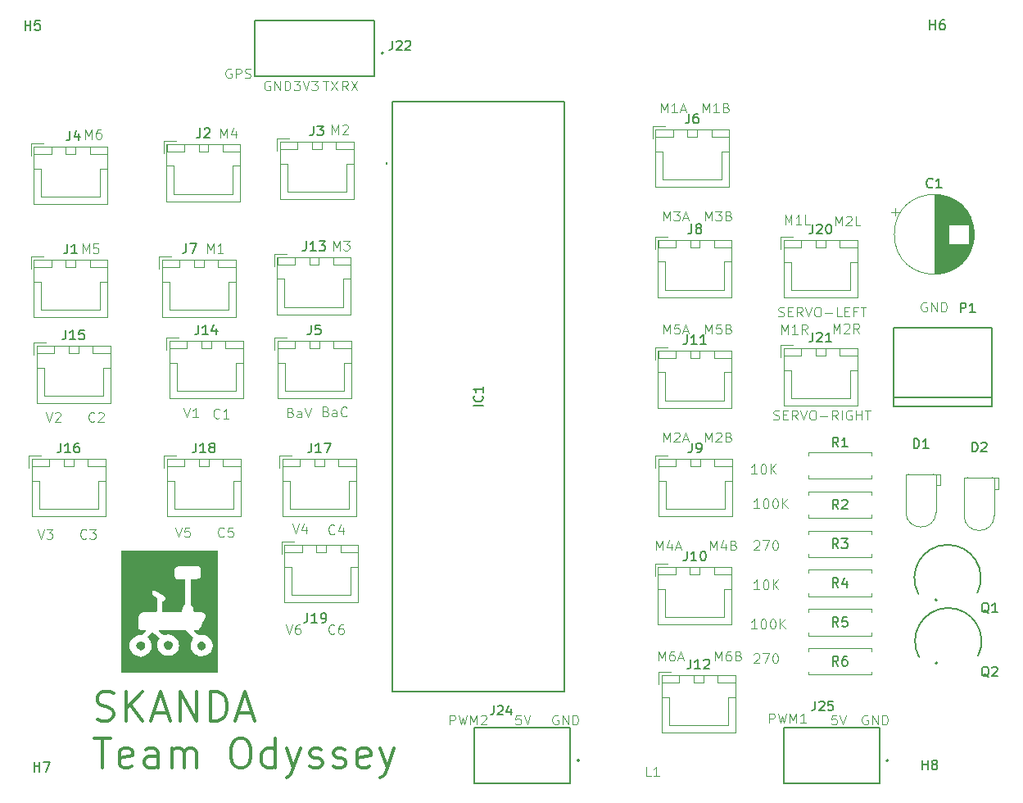
<source format=gbr>
%TF.GenerationSoftware,KiCad,Pcbnew,9.0.6*%
%TF.CreationDate,2026-01-16T13:58:25+05:30*%
%TF.ProjectId,Teensy4.1,5465656e-7379-4342-9e31-2e6b69636164,rev?*%
%TF.SameCoordinates,Original*%
%TF.FileFunction,Legend,Top*%
%TF.FilePolarity,Positive*%
%FSLAX46Y46*%
G04 Gerber Fmt 4.6, Leading zero omitted, Abs format (unit mm)*
G04 Created by KiCad (PCBNEW 9.0.6) date 2026-01-16 13:58:25*
%MOMM*%
%LPD*%
G01*
G04 APERTURE LIST*
%ADD10C,0.100000*%
%ADD11C,0.375000*%
%ADD12C,0.150000*%
%ADD13C,0.120000*%
%ADD14C,0.000000*%
%ADD15C,0.200000*%
%ADD16C,0.127000*%
G04 APERTURE END LIST*
D10*
X197423693Y-115428419D02*
X196852265Y-115428419D01*
X197137979Y-115428419D02*
X197137979Y-114428419D01*
X197137979Y-114428419D02*
X197042741Y-114571276D01*
X197042741Y-114571276D02*
X196947503Y-114666514D01*
X196947503Y-114666514D02*
X196852265Y-114714133D01*
X198042741Y-114428419D02*
X198137979Y-114428419D01*
X198137979Y-114428419D02*
X198233217Y-114476038D01*
X198233217Y-114476038D02*
X198280836Y-114523657D01*
X198280836Y-114523657D02*
X198328455Y-114618895D01*
X198328455Y-114618895D02*
X198376074Y-114809371D01*
X198376074Y-114809371D02*
X198376074Y-115047466D01*
X198376074Y-115047466D02*
X198328455Y-115237942D01*
X198328455Y-115237942D02*
X198280836Y-115333180D01*
X198280836Y-115333180D02*
X198233217Y-115380800D01*
X198233217Y-115380800D02*
X198137979Y-115428419D01*
X198137979Y-115428419D02*
X198042741Y-115428419D01*
X198042741Y-115428419D02*
X197947503Y-115380800D01*
X197947503Y-115380800D02*
X197899884Y-115333180D01*
X197899884Y-115333180D02*
X197852265Y-115237942D01*
X197852265Y-115237942D02*
X197804646Y-115047466D01*
X197804646Y-115047466D02*
X197804646Y-114809371D01*
X197804646Y-114809371D02*
X197852265Y-114618895D01*
X197852265Y-114618895D02*
X197899884Y-114523657D01*
X197899884Y-114523657D02*
X197947503Y-114476038D01*
X197947503Y-114476038D02*
X198042741Y-114428419D01*
X198804646Y-115428419D02*
X198804646Y-114428419D01*
X199376074Y-115428419D02*
X198947503Y-114856990D01*
X199376074Y-114428419D02*
X198804646Y-114999847D01*
X208599693Y-128460038D02*
X208504455Y-128412419D01*
X208504455Y-128412419D02*
X208361598Y-128412419D01*
X208361598Y-128412419D02*
X208218741Y-128460038D01*
X208218741Y-128460038D02*
X208123503Y-128555276D01*
X208123503Y-128555276D02*
X208075884Y-128650514D01*
X208075884Y-128650514D02*
X208028265Y-128840990D01*
X208028265Y-128840990D02*
X208028265Y-128983847D01*
X208028265Y-128983847D02*
X208075884Y-129174323D01*
X208075884Y-129174323D02*
X208123503Y-129269561D01*
X208123503Y-129269561D02*
X208218741Y-129364800D01*
X208218741Y-129364800D02*
X208361598Y-129412419D01*
X208361598Y-129412419D02*
X208456836Y-129412419D01*
X208456836Y-129412419D02*
X208599693Y-129364800D01*
X208599693Y-129364800D02*
X208647312Y-129317180D01*
X208647312Y-129317180D02*
X208647312Y-128983847D01*
X208647312Y-128983847D02*
X208456836Y-128983847D01*
X209075884Y-129412419D02*
X209075884Y-128412419D01*
X209075884Y-128412419D02*
X209647312Y-129412419D01*
X209647312Y-129412419D02*
X209647312Y-128412419D01*
X210123503Y-129412419D02*
X210123503Y-128412419D01*
X210123503Y-128412419D02*
X210361598Y-128412419D01*
X210361598Y-128412419D02*
X210504455Y-128460038D01*
X210504455Y-128460038D02*
X210599693Y-128555276D01*
X210599693Y-128555276D02*
X210647312Y-128650514D01*
X210647312Y-128650514D02*
X210694931Y-128840990D01*
X210694931Y-128840990D02*
X210694931Y-128983847D01*
X210694931Y-128983847D02*
X210647312Y-129174323D01*
X210647312Y-129174323D02*
X210599693Y-129269561D01*
X210599693Y-129269561D02*
X210504455Y-129364800D01*
X210504455Y-129364800D02*
X210361598Y-129412419D01*
X210361598Y-129412419D02*
X210123503Y-129412419D01*
D11*
X128961138Y-128879668D02*
X129389710Y-129022525D01*
X129389710Y-129022525D02*
X130103995Y-129022525D01*
X130103995Y-129022525D02*
X130389710Y-128879668D01*
X130389710Y-128879668D02*
X130532567Y-128736810D01*
X130532567Y-128736810D02*
X130675424Y-128451096D01*
X130675424Y-128451096D02*
X130675424Y-128165382D01*
X130675424Y-128165382D02*
X130532567Y-127879668D01*
X130532567Y-127879668D02*
X130389710Y-127736810D01*
X130389710Y-127736810D02*
X130103995Y-127593953D01*
X130103995Y-127593953D02*
X129532567Y-127451096D01*
X129532567Y-127451096D02*
X129246852Y-127308239D01*
X129246852Y-127308239D02*
X129103995Y-127165382D01*
X129103995Y-127165382D02*
X128961138Y-126879668D01*
X128961138Y-126879668D02*
X128961138Y-126593953D01*
X128961138Y-126593953D02*
X129103995Y-126308239D01*
X129103995Y-126308239D02*
X129246852Y-126165382D01*
X129246852Y-126165382D02*
X129532567Y-126022525D01*
X129532567Y-126022525D02*
X130246852Y-126022525D01*
X130246852Y-126022525D02*
X130675424Y-126165382D01*
X131961138Y-129022525D02*
X131961138Y-126022525D01*
X133675424Y-129022525D02*
X132389710Y-127308239D01*
X133675424Y-126022525D02*
X131961138Y-127736810D01*
X134818281Y-128165382D02*
X136246853Y-128165382D01*
X134532567Y-129022525D02*
X135532567Y-126022525D01*
X135532567Y-126022525D02*
X136532567Y-129022525D01*
X137532567Y-129022525D02*
X137532567Y-126022525D01*
X137532567Y-126022525D02*
X139246853Y-129022525D01*
X139246853Y-129022525D02*
X139246853Y-126022525D01*
X140675424Y-129022525D02*
X140675424Y-126022525D01*
X140675424Y-126022525D02*
X141389710Y-126022525D01*
X141389710Y-126022525D02*
X141818281Y-126165382D01*
X141818281Y-126165382D02*
X142103996Y-126451096D01*
X142103996Y-126451096D02*
X142246853Y-126736810D01*
X142246853Y-126736810D02*
X142389710Y-127308239D01*
X142389710Y-127308239D02*
X142389710Y-127736810D01*
X142389710Y-127736810D02*
X142246853Y-128308239D01*
X142246853Y-128308239D02*
X142103996Y-128593953D01*
X142103996Y-128593953D02*
X141818281Y-128879668D01*
X141818281Y-128879668D02*
X141389710Y-129022525D01*
X141389710Y-129022525D02*
X140675424Y-129022525D01*
X143532567Y-128165382D02*
X144961139Y-128165382D01*
X143246853Y-129022525D02*
X144246853Y-126022525D01*
X144246853Y-126022525D02*
X145246853Y-129022525D01*
X128675424Y-130852357D02*
X130389710Y-130852357D01*
X129532567Y-133852357D02*
X129532567Y-130852357D01*
X132532566Y-133709500D02*
X132246852Y-133852357D01*
X132246852Y-133852357D02*
X131675424Y-133852357D01*
X131675424Y-133852357D02*
X131389709Y-133709500D01*
X131389709Y-133709500D02*
X131246852Y-133423785D01*
X131246852Y-133423785D02*
X131246852Y-132280928D01*
X131246852Y-132280928D02*
X131389709Y-131995214D01*
X131389709Y-131995214D02*
X131675424Y-131852357D01*
X131675424Y-131852357D02*
X132246852Y-131852357D01*
X132246852Y-131852357D02*
X132532566Y-131995214D01*
X132532566Y-131995214D02*
X132675424Y-132280928D01*
X132675424Y-132280928D02*
X132675424Y-132566642D01*
X132675424Y-132566642D02*
X131246852Y-132852357D01*
X135246853Y-133852357D02*
X135246853Y-132280928D01*
X135246853Y-132280928D02*
X135103995Y-131995214D01*
X135103995Y-131995214D02*
X134818281Y-131852357D01*
X134818281Y-131852357D02*
X134246853Y-131852357D01*
X134246853Y-131852357D02*
X133961138Y-131995214D01*
X135246853Y-133709500D02*
X134961138Y-133852357D01*
X134961138Y-133852357D02*
X134246853Y-133852357D01*
X134246853Y-133852357D02*
X133961138Y-133709500D01*
X133961138Y-133709500D02*
X133818281Y-133423785D01*
X133818281Y-133423785D02*
X133818281Y-133138071D01*
X133818281Y-133138071D02*
X133961138Y-132852357D01*
X133961138Y-132852357D02*
X134246853Y-132709500D01*
X134246853Y-132709500D02*
X134961138Y-132709500D01*
X134961138Y-132709500D02*
X135246853Y-132566642D01*
X136675424Y-133852357D02*
X136675424Y-131852357D01*
X136675424Y-132138071D02*
X136818281Y-131995214D01*
X136818281Y-131995214D02*
X137103996Y-131852357D01*
X137103996Y-131852357D02*
X137532567Y-131852357D01*
X137532567Y-131852357D02*
X137818281Y-131995214D01*
X137818281Y-131995214D02*
X137961139Y-132280928D01*
X137961139Y-132280928D02*
X137961139Y-133852357D01*
X137961139Y-132280928D02*
X138103996Y-131995214D01*
X138103996Y-131995214D02*
X138389710Y-131852357D01*
X138389710Y-131852357D02*
X138818281Y-131852357D01*
X138818281Y-131852357D02*
X139103996Y-131995214D01*
X139103996Y-131995214D02*
X139246853Y-132280928D01*
X139246853Y-132280928D02*
X139246853Y-133852357D01*
X143532567Y-130852357D02*
X144103995Y-130852357D01*
X144103995Y-130852357D02*
X144389710Y-130995214D01*
X144389710Y-130995214D02*
X144675424Y-131280928D01*
X144675424Y-131280928D02*
X144818281Y-131852357D01*
X144818281Y-131852357D02*
X144818281Y-132852357D01*
X144818281Y-132852357D02*
X144675424Y-133423785D01*
X144675424Y-133423785D02*
X144389710Y-133709500D01*
X144389710Y-133709500D02*
X144103995Y-133852357D01*
X144103995Y-133852357D02*
X143532567Y-133852357D01*
X143532567Y-133852357D02*
X143246853Y-133709500D01*
X143246853Y-133709500D02*
X142961138Y-133423785D01*
X142961138Y-133423785D02*
X142818281Y-132852357D01*
X142818281Y-132852357D02*
X142818281Y-131852357D01*
X142818281Y-131852357D02*
X142961138Y-131280928D01*
X142961138Y-131280928D02*
X143246853Y-130995214D01*
X143246853Y-130995214D02*
X143532567Y-130852357D01*
X147389710Y-133852357D02*
X147389710Y-130852357D01*
X147389710Y-133709500D02*
X147103995Y-133852357D01*
X147103995Y-133852357D02*
X146532567Y-133852357D01*
X146532567Y-133852357D02*
X146246852Y-133709500D01*
X146246852Y-133709500D02*
X146103995Y-133566642D01*
X146103995Y-133566642D02*
X145961138Y-133280928D01*
X145961138Y-133280928D02*
X145961138Y-132423785D01*
X145961138Y-132423785D02*
X146103995Y-132138071D01*
X146103995Y-132138071D02*
X146246852Y-131995214D01*
X146246852Y-131995214D02*
X146532567Y-131852357D01*
X146532567Y-131852357D02*
X147103995Y-131852357D01*
X147103995Y-131852357D02*
X147389710Y-131995214D01*
X148532567Y-131852357D02*
X149246853Y-133852357D01*
X149961138Y-131852357D02*
X149246853Y-133852357D01*
X149246853Y-133852357D02*
X148961138Y-134566642D01*
X148961138Y-134566642D02*
X148818281Y-134709500D01*
X148818281Y-134709500D02*
X148532567Y-134852357D01*
X150961138Y-133709500D02*
X151246852Y-133852357D01*
X151246852Y-133852357D02*
X151818281Y-133852357D01*
X151818281Y-133852357D02*
X152103995Y-133709500D01*
X152103995Y-133709500D02*
X152246852Y-133423785D01*
X152246852Y-133423785D02*
X152246852Y-133280928D01*
X152246852Y-133280928D02*
X152103995Y-132995214D01*
X152103995Y-132995214D02*
X151818281Y-132852357D01*
X151818281Y-132852357D02*
X151389710Y-132852357D01*
X151389710Y-132852357D02*
X151103995Y-132709500D01*
X151103995Y-132709500D02*
X150961138Y-132423785D01*
X150961138Y-132423785D02*
X150961138Y-132280928D01*
X150961138Y-132280928D02*
X151103995Y-131995214D01*
X151103995Y-131995214D02*
X151389710Y-131852357D01*
X151389710Y-131852357D02*
X151818281Y-131852357D01*
X151818281Y-131852357D02*
X152103995Y-131995214D01*
X153389709Y-133709500D02*
X153675423Y-133852357D01*
X153675423Y-133852357D02*
X154246852Y-133852357D01*
X154246852Y-133852357D02*
X154532566Y-133709500D01*
X154532566Y-133709500D02*
X154675423Y-133423785D01*
X154675423Y-133423785D02*
X154675423Y-133280928D01*
X154675423Y-133280928D02*
X154532566Y-132995214D01*
X154532566Y-132995214D02*
X154246852Y-132852357D01*
X154246852Y-132852357D02*
X153818281Y-132852357D01*
X153818281Y-132852357D02*
X153532566Y-132709500D01*
X153532566Y-132709500D02*
X153389709Y-132423785D01*
X153389709Y-132423785D02*
X153389709Y-132280928D01*
X153389709Y-132280928D02*
X153532566Y-131995214D01*
X153532566Y-131995214D02*
X153818281Y-131852357D01*
X153818281Y-131852357D02*
X154246852Y-131852357D01*
X154246852Y-131852357D02*
X154532566Y-131995214D01*
X157103994Y-133709500D02*
X156818280Y-133852357D01*
X156818280Y-133852357D02*
X156246852Y-133852357D01*
X156246852Y-133852357D02*
X155961137Y-133709500D01*
X155961137Y-133709500D02*
X155818280Y-133423785D01*
X155818280Y-133423785D02*
X155818280Y-132280928D01*
X155818280Y-132280928D02*
X155961137Y-131995214D01*
X155961137Y-131995214D02*
X156246852Y-131852357D01*
X156246852Y-131852357D02*
X156818280Y-131852357D01*
X156818280Y-131852357D02*
X157103994Y-131995214D01*
X157103994Y-131995214D02*
X157246852Y-132280928D01*
X157246852Y-132280928D02*
X157246852Y-132566642D01*
X157246852Y-132566642D02*
X155818280Y-132852357D01*
X158246852Y-131852357D02*
X158961138Y-133852357D01*
X159675423Y-131852357D02*
X158961138Y-133852357D01*
X158961138Y-133852357D02*
X158675423Y-134566642D01*
X158675423Y-134566642D02*
X158532566Y-134709500D01*
X158532566Y-134709500D02*
X158246852Y-134852357D01*
D10*
X128685312Y-98037180D02*
X128637693Y-98084800D01*
X128637693Y-98084800D02*
X128494836Y-98132419D01*
X128494836Y-98132419D02*
X128399598Y-98132419D01*
X128399598Y-98132419D02*
X128256741Y-98084800D01*
X128256741Y-98084800D02*
X128161503Y-97989561D01*
X128161503Y-97989561D02*
X128113884Y-97894323D01*
X128113884Y-97894323D02*
X128066265Y-97703847D01*
X128066265Y-97703847D02*
X128066265Y-97560990D01*
X128066265Y-97560990D02*
X128113884Y-97370514D01*
X128113884Y-97370514D02*
X128161503Y-97275276D01*
X128161503Y-97275276D02*
X128256741Y-97180038D01*
X128256741Y-97180038D02*
X128399598Y-97132419D01*
X128399598Y-97132419D02*
X128494836Y-97132419D01*
X128494836Y-97132419D02*
X128637693Y-97180038D01*
X128637693Y-97180038D02*
X128685312Y-97227657D01*
X129066265Y-97227657D02*
X129113884Y-97180038D01*
X129113884Y-97180038D02*
X129209122Y-97132419D01*
X129209122Y-97132419D02*
X129447217Y-97132419D01*
X129447217Y-97132419D02*
X129542455Y-97180038D01*
X129542455Y-97180038D02*
X129590074Y-97227657D01*
X129590074Y-97227657D02*
X129637693Y-97322895D01*
X129637693Y-97322895D02*
X129637693Y-97418133D01*
X129637693Y-97418133D02*
X129590074Y-97560990D01*
X129590074Y-97560990D02*
X129018646Y-98132419D01*
X129018646Y-98132419D02*
X129637693Y-98132419D01*
X198884265Y-97868800D02*
X199027122Y-97916419D01*
X199027122Y-97916419D02*
X199265217Y-97916419D01*
X199265217Y-97916419D02*
X199360455Y-97868800D01*
X199360455Y-97868800D02*
X199408074Y-97821180D01*
X199408074Y-97821180D02*
X199455693Y-97725942D01*
X199455693Y-97725942D02*
X199455693Y-97630704D01*
X199455693Y-97630704D02*
X199408074Y-97535466D01*
X199408074Y-97535466D02*
X199360455Y-97487847D01*
X199360455Y-97487847D02*
X199265217Y-97440228D01*
X199265217Y-97440228D02*
X199074741Y-97392609D01*
X199074741Y-97392609D02*
X198979503Y-97344990D01*
X198979503Y-97344990D02*
X198931884Y-97297371D01*
X198931884Y-97297371D02*
X198884265Y-97202133D01*
X198884265Y-97202133D02*
X198884265Y-97106895D01*
X198884265Y-97106895D02*
X198931884Y-97011657D01*
X198931884Y-97011657D02*
X198979503Y-96964038D01*
X198979503Y-96964038D02*
X199074741Y-96916419D01*
X199074741Y-96916419D02*
X199312836Y-96916419D01*
X199312836Y-96916419D02*
X199455693Y-96964038D01*
X199884265Y-97392609D02*
X200217598Y-97392609D01*
X200360455Y-97916419D02*
X199884265Y-97916419D01*
X199884265Y-97916419D02*
X199884265Y-96916419D01*
X199884265Y-96916419D02*
X200360455Y-96916419D01*
X201360455Y-97916419D02*
X201027122Y-97440228D01*
X200789027Y-97916419D02*
X200789027Y-96916419D01*
X200789027Y-96916419D02*
X201169979Y-96916419D01*
X201169979Y-96916419D02*
X201265217Y-96964038D01*
X201265217Y-96964038D02*
X201312836Y-97011657D01*
X201312836Y-97011657D02*
X201360455Y-97106895D01*
X201360455Y-97106895D02*
X201360455Y-97249752D01*
X201360455Y-97249752D02*
X201312836Y-97344990D01*
X201312836Y-97344990D02*
X201265217Y-97392609D01*
X201265217Y-97392609D02*
X201169979Y-97440228D01*
X201169979Y-97440228D02*
X200789027Y-97440228D01*
X201646170Y-96916419D02*
X201979503Y-97916419D01*
X201979503Y-97916419D02*
X202312836Y-96916419D01*
X202836646Y-96916419D02*
X203027122Y-96916419D01*
X203027122Y-96916419D02*
X203122360Y-96964038D01*
X203122360Y-96964038D02*
X203217598Y-97059276D01*
X203217598Y-97059276D02*
X203265217Y-97249752D01*
X203265217Y-97249752D02*
X203265217Y-97583085D01*
X203265217Y-97583085D02*
X203217598Y-97773561D01*
X203217598Y-97773561D02*
X203122360Y-97868800D01*
X203122360Y-97868800D02*
X203027122Y-97916419D01*
X203027122Y-97916419D02*
X202836646Y-97916419D01*
X202836646Y-97916419D02*
X202741408Y-97868800D01*
X202741408Y-97868800D02*
X202646170Y-97773561D01*
X202646170Y-97773561D02*
X202598551Y-97583085D01*
X202598551Y-97583085D02*
X202598551Y-97249752D01*
X202598551Y-97249752D02*
X202646170Y-97059276D01*
X202646170Y-97059276D02*
X202741408Y-96964038D01*
X202741408Y-96964038D02*
X202836646Y-96916419D01*
X203693789Y-97535466D02*
X204455694Y-97535466D01*
X205503312Y-97916419D02*
X205169979Y-97440228D01*
X204931884Y-97916419D02*
X204931884Y-96916419D01*
X204931884Y-96916419D02*
X205312836Y-96916419D01*
X205312836Y-96916419D02*
X205408074Y-96964038D01*
X205408074Y-96964038D02*
X205455693Y-97011657D01*
X205455693Y-97011657D02*
X205503312Y-97106895D01*
X205503312Y-97106895D02*
X205503312Y-97249752D01*
X205503312Y-97249752D02*
X205455693Y-97344990D01*
X205455693Y-97344990D02*
X205408074Y-97392609D01*
X205408074Y-97392609D02*
X205312836Y-97440228D01*
X205312836Y-97440228D02*
X204931884Y-97440228D01*
X205931884Y-97916419D02*
X205931884Y-96916419D01*
X206931883Y-96964038D02*
X206836645Y-96916419D01*
X206836645Y-96916419D02*
X206693788Y-96916419D01*
X206693788Y-96916419D02*
X206550931Y-96964038D01*
X206550931Y-96964038D02*
X206455693Y-97059276D01*
X206455693Y-97059276D02*
X206408074Y-97154514D01*
X206408074Y-97154514D02*
X206360455Y-97344990D01*
X206360455Y-97344990D02*
X206360455Y-97487847D01*
X206360455Y-97487847D02*
X206408074Y-97678323D01*
X206408074Y-97678323D02*
X206455693Y-97773561D01*
X206455693Y-97773561D02*
X206550931Y-97868800D01*
X206550931Y-97868800D02*
X206693788Y-97916419D01*
X206693788Y-97916419D02*
X206789026Y-97916419D01*
X206789026Y-97916419D02*
X206931883Y-97868800D01*
X206931883Y-97868800D02*
X206979502Y-97821180D01*
X206979502Y-97821180D02*
X206979502Y-97487847D01*
X206979502Y-97487847D02*
X206789026Y-97487847D01*
X207408074Y-97916419D02*
X207408074Y-96916419D01*
X207408074Y-97392609D02*
X207979502Y-97392609D01*
X207979502Y-97916419D02*
X207979502Y-96916419D01*
X208312836Y-96916419D02*
X208884264Y-96916419D01*
X208598550Y-97916419D02*
X208598550Y-96916419D01*
X152617217Y-97038609D02*
X152760074Y-97086228D01*
X152760074Y-97086228D02*
X152807693Y-97133847D01*
X152807693Y-97133847D02*
X152855312Y-97229085D01*
X152855312Y-97229085D02*
X152855312Y-97371942D01*
X152855312Y-97371942D02*
X152807693Y-97467180D01*
X152807693Y-97467180D02*
X152760074Y-97514800D01*
X152760074Y-97514800D02*
X152664836Y-97562419D01*
X152664836Y-97562419D02*
X152283884Y-97562419D01*
X152283884Y-97562419D02*
X152283884Y-96562419D01*
X152283884Y-96562419D02*
X152617217Y-96562419D01*
X152617217Y-96562419D02*
X152712455Y-96610038D01*
X152712455Y-96610038D02*
X152760074Y-96657657D01*
X152760074Y-96657657D02*
X152807693Y-96752895D01*
X152807693Y-96752895D02*
X152807693Y-96848133D01*
X152807693Y-96848133D02*
X152760074Y-96943371D01*
X152760074Y-96943371D02*
X152712455Y-96990990D01*
X152712455Y-96990990D02*
X152617217Y-97038609D01*
X152617217Y-97038609D02*
X152283884Y-97038609D01*
X153712455Y-97562419D02*
X153712455Y-97038609D01*
X153712455Y-97038609D02*
X153664836Y-96943371D01*
X153664836Y-96943371D02*
X153569598Y-96895752D01*
X153569598Y-96895752D02*
X153379122Y-96895752D01*
X153379122Y-96895752D02*
X153283884Y-96943371D01*
X153712455Y-97514800D02*
X153617217Y-97562419D01*
X153617217Y-97562419D02*
X153379122Y-97562419D01*
X153379122Y-97562419D02*
X153283884Y-97514800D01*
X153283884Y-97514800D02*
X153236265Y-97419561D01*
X153236265Y-97419561D02*
X153236265Y-97324323D01*
X153236265Y-97324323D02*
X153283884Y-97229085D01*
X153283884Y-97229085D02*
X153379122Y-97181466D01*
X153379122Y-97181466D02*
X153617217Y-97181466D01*
X153617217Y-97181466D02*
X153712455Y-97133847D01*
X154760074Y-97467180D02*
X154712455Y-97514800D01*
X154712455Y-97514800D02*
X154569598Y-97562419D01*
X154569598Y-97562419D02*
X154474360Y-97562419D01*
X154474360Y-97562419D02*
X154331503Y-97514800D01*
X154331503Y-97514800D02*
X154236265Y-97419561D01*
X154236265Y-97419561D02*
X154188646Y-97324323D01*
X154188646Y-97324323D02*
X154141027Y-97133847D01*
X154141027Y-97133847D02*
X154141027Y-96990990D01*
X154141027Y-96990990D02*
X154188646Y-96800514D01*
X154188646Y-96800514D02*
X154236265Y-96705276D01*
X154236265Y-96705276D02*
X154331503Y-96610038D01*
X154331503Y-96610038D02*
X154474360Y-96562419D01*
X154474360Y-96562419D02*
X154569598Y-96562419D01*
X154569598Y-96562419D02*
X154712455Y-96610038D01*
X154712455Y-96610038D02*
X154760074Y-96657657D01*
X192835884Y-122808419D02*
X192835884Y-121808419D01*
X192835884Y-121808419D02*
X193169217Y-122522704D01*
X193169217Y-122522704D02*
X193502550Y-121808419D01*
X193502550Y-121808419D02*
X193502550Y-122808419D01*
X194407312Y-121808419D02*
X194216836Y-121808419D01*
X194216836Y-121808419D02*
X194121598Y-121856038D01*
X194121598Y-121856038D02*
X194073979Y-121903657D01*
X194073979Y-121903657D02*
X193978741Y-122046514D01*
X193978741Y-122046514D02*
X193931122Y-122236990D01*
X193931122Y-122236990D02*
X193931122Y-122617942D01*
X193931122Y-122617942D02*
X193978741Y-122713180D01*
X193978741Y-122713180D02*
X194026360Y-122760800D01*
X194026360Y-122760800D02*
X194121598Y-122808419D01*
X194121598Y-122808419D02*
X194312074Y-122808419D01*
X194312074Y-122808419D02*
X194407312Y-122760800D01*
X194407312Y-122760800D02*
X194454931Y-122713180D01*
X194454931Y-122713180D02*
X194502550Y-122617942D01*
X194502550Y-122617942D02*
X194502550Y-122379847D01*
X194502550Y-122379847D02*
X194454931Y-122284609D01*
X194454931Y-122284609D02*
X194407312Y-122236990D01*
X194407312Y-122236990D02*
X194312074Y-122189371D01*
X194312074Y-122189371D02*
X194121598Y-122189371D01*
X194121598Y-122189371D02*
X194026360Y-122236990D01*
X194026360Y-122236990D02*
X193978741Y-122284609D01*
X193978741Y-122284609D02*
X193931122Y-122379847D01*
X195264455Y-122284609D02*
X195407312Y-122332228D01*
X195407312Y-122332228D02*
X195454931Y-122379847D01*
X195454931Y-122379847D02*
X195502550Y-122475085D01*
X195502550Y-122475085D02*
X195502550Y-122617942D01*
X195502550Y-122617942D02*
X195454931Y-122713180D01*
X195454931Y-122713180D02*
X195407312Y-122760800D01*
X195407312Y-122760800D02*
X195312074Y-122808419D01*
X195312074Y-122808419D02*
X194931122Y-122808419D01*
X194931122Y-122808419D02*
X194931122Y-121808419D01*
X194931122Y-121808419D02*
X195264455Y-121808419D01*
X195264455Y-121808419D02*
X195359693Y-121856038D01*
X195359693Y-121856038D02*
X195407312Y-121903657D01*
X195407312Y-121903657D02*
X195454931Y-121998895D01*
X195454931Y-121998895D02*
X195454931Y-122094133D01*
X195454931Y-122094133D02*
X195407312Y-122189371D01*
X195407312Y-122189371D02*
X195359693Y-122236990D01*
X195359693Y-122236990D02*
X195264455Y-122284609D01*
X195264455Y-122284609D02*
X194931122Y-122284609D01*
X186739884Y-111378419D02*
X186739884Y-110378419D01*
X186739884Y-110378419D02*
X187073217Y-111092704D01*
X187073217Y-111092704D02*
X187406550Y-110378419D01*
X187406550Y-110378419D02*
X187406550Y-111378419D01*
X188311312Y-110711752D02*
X188311312Y-111378419D01*
X188073217Y-110330800D02*
X187835122Y-111045085D01*
X187835122Y-111045085D02*
X188454169Y-111045085D01*
X188787503Y-111092704D02*
X189263693Y-111092704D01*
X188692265Y-111378419D02*
X189025598Y-110378419D01*
X189025598Y-110378419D02*
X189358931Y-111378419D01*
X198423884Y-129239419D02*
X198423884Y-128239419D01*
X198423884Y-128239419D02*
X198804836Y-128239419D01*
X198804836Y-128239419D02*
X198900074Y-128287038D01*
X198900074Y-128287038D02*
X198947693Y-128334657D01*
X198947693Y-128334657D02*
X198995312Y-128429895D01*
X198995312Y-128429895D02*
X198995312Y-128572752D01*
X198995312Y-128572752D02*
X198947693Y-128667990D01*
X198947693Y-128667990D02*
X198900074Y-128715609D01*
X198900074Y-128715609D02*
X198804836Y-128763228D01*
X198804836Y-128763228D02*
X198423884Y-128763228D01*
X199328646Y-128239419D02*
X199566741Y-129239419D01*
X199566741Y-129239419D02*
X199757217Y-128525133D01*
X199757217Y-128525133D02*
X199947693Y-129239419D01*
X199947693Y-129239419D02*
X200185789Y-128239419D01*
X200566741Y-129239419D02*
X200566741Y-128239419D01*
X200566741Y-128239419D02*
X200900074Y-128953704D01*
X200900074Y-128953704D02*
X201233407Y-128239419D01*
X201233407Y-128239419D02*
X201233407Y-129239419D01*
X202233407Y-129239419D02*
X201661979Y-129239419D01*
X201947693Y-129239419D02*
X201947693Y-128239419D01*
X201947693Y-128239419D02*
X201852455Y-128382276D01*
X201852455Y-128382276D02*
X201757217Y-128477514D01*
X201757217Y-128477514D02*
X201661979Y-128525133D01*
X154875312Y-63872419D02*
X154541979Y-63396228D01*
X154303884Y-63872419D02*
X154303884Y-62872419D01*
X154303884Y-62872419D02*
X154684836Y-62872419D01*
X154684836Y-62872419D02*
X154780074Y-62920038D01*
X154780074Y-62920038D02*
X154827693Y-62967657D01*
X154827693Y-62967657D02*
X154875312Y-63062895D01*
X154875312Y-63062895D02*
X154875312Y-63205752D01*
X154875312Y-63205752D02*
X154827693Y-63300990D01*
X154827693Y-63300990D02*
X154780074Y-63348609D01*
X154780074Y-63348609D02*
X154684836Y-63396228D01*
X154684836Y-63396228D02*
X154303884Y-63396228D01*
X155208646Y-62872419D02*
X155875312Y-63872419D01*
X155875312Y-62872419D02*
X155208646Y-63872419D01*
X187501884Y-77342419D02*
X187501884Y-76342419D01*
X187501884Y-76342419D02*
X187835217Y-77056704D01*
X187835217Y-77056704D02*
X188168550Y-76342419D01*
X188168550Y-76342419D02*
X188168550Y-77342419D01*
X188549503Y-76342419D02*
X189168550Y-76342419D01*
X189168550Y-76342419D02*
X188835217Y-76723371D01*
X188835217Y-76723371D02*
X188978074Y-76723371D01*
X188978074Y-76723371D02*
X189073312Y-76770990D01*
X189073312Y-76770990D02*
X189120931Y-76818609D01*
X189120931Y-76818609D02*
X189168550Y-76913847D01*
X189168550Y-76913847D02*
X189168550Y-77151942D01*
X189168550Y-77151942D02*
X189120931Y-77247180D01*
X189120931Y-77247180D02*
X189073312Y-77294800D01*
X189073312Y-77294800D02*
X188978074Y-77342419D01*
X188978074Y-77342419D02*
X188692360Y-77342419D01*
X188692360Y-77342419D02*
X188597122Y-77294800D01*
X188597122Y-77294800D02*
X188549503Y-77247180D01*
X189549503Y-77056704D02*
X190025693Y-77056704D01*
X189454265Y-77342419D02*
X189787598Y-76342419D01*
X189787598Y-76342419D02*
X190120931Y-77342419D01*
X149141027Y-108652419D02*
X149474360Y-109652419D01*
X149474360Y-109652419D02*
X149807693Y-108652419D01*
X150569598Y-108985752D02*
X150569598Y-109652419D01*
X150331503Y-108604800D02*
X150093408Y-109319085D01*
X150093408Y-109319085D02*
X150712455Y-109319085D01*
X137901027Y-96662419D02*
X138234360Y-97662419D01*
X138234360Y-97662419D02*
X138567693Y-96662419D01*
X139424836Y-97662419D02*
X138853408Y-97662419D01*
X139139122Y-97662419D02*
X139139122Y-96662419D01*
X139139122Y-96662419D02*
X139043884Y-96805276D01*
X139043884Y-96805276D02*
X138948646Y-96900514D01*
X138948646Y-96900514D02*
X138853408Y-96948133D01*
X127743884Y-68882419D02*
X127743884Y-67882419D01*
X127743884Y-67882419D02*
X128077217Y-68596704D01*
X128077217Y-68596704D02*
X128410550Y-67882419D01*
X128410550Y-67882419D02*
X128410550Y-68882419D01*
X129315312Y-67882419D02*
X129124836Y-67882419D01*
X129124836Y-67882419D02*
X129029598Y-67930038D01*
X129029598Y-67930038D02*
X128981979Y-67977657D01*
X128981979Y-67977657D02*
X128886741Y-68120514D01*
X128886741Y-68120514D02*
X128839122Y-68310990D01*
X128839122Y-68310990D02*
X128839122Y-68691942D01*
X128839122Y-68691942D02*
X128886741Y-68787180D01*
X128886741Y-68787180D02*
X128934360Y-68834800D01*
X128934360Y-68834800D02*
X129029598Y-68882419D01*
X129029598Y-68882419D02*
X129220074Y-68882419D01*
X129220074Y-68882419D02*
X129315312Y-68834800D01*
X129315312Y-68834800D02*
X129362931Y-68787180D01*
X129362931Y-68787180D02*
X129410550Y-68691942D01*
X129410550Y-68691942D02*
X129410550Y-68453847D01*
X129410550Y-68453847D02*
X129362931Y-68358609D01*
X129362931Y-68358609D02*
X129315312Y-68310990D01*
X129315312Y-68310990D02*
X129220074Y-68263371D01*
X129220074Y-68263371D02*
X129029598Y-68263371D01*
X129029598Y-68263371D02*
X128934360Y-68310990D01*
X128934360Y-68310990D02*
X128886741Y-68358609D01*
X128886741Y-68358609D02*
X128839122Y-68453847D01*
X141615312Y-97657180D02*
X141567693Y-97704800D01*
X141567693Y-97704800D02*
X141424836Y-97752419D01*
X141424836Y-97752419D02*
X141329598Y-97752419D01*
X141329598Y-97752419D02*
X141186741Y-97704800D01*
X141186741Y-97704800D02*
X141091503Y-97609561D01*
X141091503Y-97609561D02*
X141043884Y-97514323D01*
X141043884Y-97514323D02*
X140996265Y-97323847D01*
X140996265Y-97323847D02*
X140996265Y-97180990D01*
X140996265Y-97180990D02*
X141043884Y-96990514D01*
X141043884Y-96990514D02*
X141091503Y-96895276D01*
X141091503Y-96895276D02*
X141186741Y-96800038D01*
X141186741Y-96800038D02*
X141329598Y-96752419D01*
X141329598Y-96752419D02*
X141424836Y-96752419D01*
X141424836Y-96752419D02*
X141567693Y-96800038D01*
X141567693Y-96800038D02*
X141615312Y-96847657D01*
X142567693Y-97752419D02*
X141996265Y-97752419D01*
X142281979Y-97752419D02*
X142281979Y-96752419D01*
X142281979Y-96752419D02*
X142186741Y-96895276D01*
X142186741Y-96895276D02*
X142091503Y-96990514D01*
X142091503Y-96990514D02*
X141996265Y-97038133D01*
X153505312Y-109647180D02*
X153457693Y-109694800D01*
X153457693Y-109694800D02*
X153314836Y-109742419D01*
X153314836Y-109742419D02*
X153219598Y-109742419D01*
X153219598Y-109742419D02*
X153076741Y-109694800D01*
X153076741Y-109694800D02*
X152981503Y-109599561D01*
X152981503Y-109599561D02*
X152933884Y-109504323D01*
X152933884Y-109504323D02*
X152886265Y-109313847D01*
X152886265Y-109313847D02*
X152886265Y-109170990D01*
X152886265Y-109170990D02*
X152933884Y-108980514D01*
X152933884Y-108980514D02*
X152981503Y-108885276D01*
X152981503Y-108885276D02*
X153076741Y-108790038D01*
X153076741Y-108790038D02*
X153219598Y-108742419D01*
X153219598Y-108742419D02*
X153314836Y-108742419D01*
X153314836Y-108742419D02*
X153457693Y-108790038D01*
X153457693Y-108790038D02*
X153505312Y-108837657D01*
X154362455Y-109075752D02*
X154362455Y-109742419D01*
X154124360Y-108694800D02*
X153886265Y-109409085D01*
X153886265Y-109409085D02*
X154505312Y-109409085D01*
X165403884Y-129412419D02*
X165403884Y-128412419D01*
X165403884Y-128412419D02*
X165784836Y-128412419D01*
X165784836Y-128412419D02*
X165880074Y-128460038D01*
X165880074Y-128460038D02*
X165927693Y-128507657D01*
X165927693Y-128507657D02*
X165975312Y-128602895D01*
X165975312Y-128602895D02*
X165975312Y-128745752D01*
X165975312Y-128745752D02*
X165927693Y-128840990D01*
X165927693Y-128840990D02*
X165880074Y-128888609D01*
X165880074Y-128888609D02*
X165784836Y-128936228D01*
X165784836Y-128936228D02*
X165403884Y-128936228D01*
X166308646Y-128412419D02*
X166546741Y-129412419D01*
X166546741Y-129412419D02*
X166737217Y-128698133D01*
X166737217Y-128698133D02*
X166927693Y-129412419D01*
X166927693Y-129412419D02*
X167165789Y-128412419D01*
X167546741Y-129412419D02*
X167546741Y-128412419D01*
X167546741Y-128412419D02*
X167880074Y-129126704D01*
X167880074Y-129126704D02*
X168213407Y-128412419D01*
X168213407Y-128412419D02*
X168213407Y-129412419D01*
X168641979Y-128507657D02*
X168689598Y-128460038D01*
X168689598Y-128460038D02*
X168784836Y-128412419D01*
X168784836Y-128412419D02*
X169022931Y-128412419D01*
X169022931Y-128412419D02*
X169118169Y-128460038D01*
X169118169Y-128460038D02*
X169165788Y-128507657D01*
X169165788Y-128507657D02*
X169213407Y-128602895D01*
X169213407Y-128602895D02*
X169213407Y-128698133D01*
X169213407Y-128698133D02*
X169165788Y-128840990D01*
X169165788Y-128840990D02*
X168594360Y-129412419D01*
X168594360Y-129412419D02*
X169213407Y-129412419D01*
X187501884Y-89026419D02*
X187501884Y-88026419D01*
X187501884Y-88026419D02*
X187835217Y-88740704D01*
X187835217Y-88740704D02*
X188168550Y-88026419D01*
X188168550Y-88026419D02*
X188168550Y-89026419D01*
X189120931Y-88026419D02*
X188644741Y-88026419D01*
X188644741Y-88026419D02*
X188597122Y-88502609D01*
X188597122Y-88502609D02*
X188644741Y-88454990D01*
X188644741Y-88454990D02*
X188739979Y-88407371D01*
X188739979Y-88407371D02*
X188978074Y-88407371D01*
X188978074Y-88407371D02*
X189073312Y-88454990D01*
X189073312Y-88454990D02*
X189120931Y-88502609D01*
X189120931Y-88502609D02*
X189168550Y-88597847D01*
X189168550Y-88597847D02*
X189168550Y-88835942D01*
X189168550Y-88835942D02*
X189120931Y-88931180D01*
X189120931Y-88931180D02*
X189073312Y-88978800D01*
X189073312Y-88978800D02*
X188978074Y-89026419D01*
X188978074Y-89026419D02*
X188739979Y-89026419D01*
X188739979Y-89026419D02*
X188644741Y-88978800D01*
X188644741Y-88978800D02*
X188597122Y-88931180D01*
X189549503Y-88740704D02*
X190025693Y-88740704D01*
X189454265Y-89026419D02*
X189787598Y-88026419D01*
X189787598Y-88026419D02*
X190120931Y-89026419D01*
X148957217Y-97138609D02*
X149100074Y-97186228D01*
X149100074Y-97186228D02*
X149147693Y-97233847D01*
X149147693Y-97233847D02*
X149195312Y-97329085D01*
X149195312Y-97329085D02*
X149195312Y-97471942D01*
X149195312Y-97471942D02*
X149147693Y-97567180D01*
X149147693Y-97567180D02*
X149100074Y-97614800D01*
X149100074Y-97614800D02*
X149004836Y-97662419D01*
X149004836Y-97662419D02*
X148623884Y-97662419D01*
X148623884Y-97662419D02*
X148623884Y-96662419D01*
X148623884Y-96662419D02*
X148957217Y-96662419D01*
X148957217Y-96662419D02*
X149052455Y-96710038D01*
X149052455Y-96710038D02*
X149100074Y-96757657D01*
X149100074Y-96757657D02*
X149147693Y-96852895D01*
X149147693Y-96852895D02*
X149147693Y-96948133D01*
X149147693Y-96948133D02*
X149100074Y-97043371D01*
X149100074Y-97043371D02*
X149052455Y-97090990D01*
X149052455Y-97090990D02*
X148957217Y-97138609D01*
X148957217Y-97138609D02*
X148623884Y-97138609D01*
X150052455Y-97662419D02*
X150052455Y-97138609D01*
X150052455Y-97138609D02*
X150004836Y-97043371D01*
X150004836Y-97043371D02*
X149909598Y-96995752D01*
X149909598Y-96995752D02*
X149719122Y-96995752D01*
X149719122Y-96995752D02*
X149623884Y-97043371D01*
X150052455Y-97614800D02*
X149957217Y-97662419D01*
X149957217Y-97662419D02*
X149719122Y-97662419D01*
X149719122Y-97662419D02*
X149623884Y-97614800D01*
X149623884Y-97614800D02*
X149576265Y-97519561D01*
X149576265Y-97519561D02*
X149576265Y-97424323D01*
X149576265Y-97424323D02*
X149623884Y-97329085D01*
X149623884Y-97329085D02*
X149719122Y-97281466D01*
X149719122Y-97281466D02*
X149957217Y-97281466D01*
X149957217Y-97281466D02*
X150052455Y-97233847D01*
X150385789Y-96662419D02*
X150719122Y-97662419D01*
X150719122Y-97662419D02*
X151052455Y-96662419D01*
X122813027Y-109212419D02*
X123146360Y-110212419D01*
X123146360Y-110212419D02*
X123479693Y-109212419D01*
X123717789Y-109212419D02*
X124336836Y-109212419D01*
X124336836Y-109212419D02*
X124003503Y-109593371D01*
X124003503Y-109593371D02*
X124146360Y-109593371D01*
X124146360Y-109593371D02*
X124241598Y-109640990D01*
X124241598Y-109640990D02*
X124289217Y-109688609D01*
X124289217Y-109688609D02*
X124336836Y-109783847D01*
X124336836Y-109783847D02*
X124336836Y-110021942D01*
X124336836Y-110021942D02*
X124289217Y-110117180D01*
X124289217Y-110117180D02*
X124241598Y-110164800D01*
X124241598Y-110164800D02*
X124146360Y-110212419D01*
X124146360Y-110212419D02*
X123860646Y-110212419D01*
X123860646Y-110212419D02*
X123765408Y-110164800D01*
X123765408Y-110164800D02*
X123717789Y-110117180D01*
X196852265Y-122143657D02*
X196899884Y-122096038D01*
X196899884Y-122096038D02*
X196995122Y-122048419D01*
X196995122Y-122048419D02*
X197233217Y-122048419D01*
X197233217Y-122048419D02*
X197328455Y-122096038D01*
X197328455Y-122096038D02*
X197376074Y-122143657D01*
X197376074Y-122143657D02*
X197423693Y-122238895D01*
X197423693Y-122238895D02*
X197423693Y-122334133D01*
X197423693Y-122334133D02*
X197376074Y-122476990D01*
X197376074Y-122476990D02*
X196804646Y-123048419D01*
X196804646Y-123048419D02*
X197423693Y-123048419D01*
X197757027Y-122048419D02*
X198423693Y-122048419D01*
X198423693Y-122048419D02*
X197995122Y-123048419D01*
X198995122Y-122048419D02*
X199090360Y-122048419D01*
X199090360Y-122048419D02*
X199185598Y-122096038D01*
X199185598Y-122096038D02*
X199233217Y-122143657D01*
X199233217Y-122143657D02*
X199280836Y-122238895D01*
X199280836Y-122238895D02*
X199328455Y-122429371D01*
X199328455Y-122429371D02*
X199328455Y-122667466D01*
X199328455Y-122667466D02*
X199280836Y-122857942D01*
X199280836Y-122857942D02*
X199233217Y-122953180D01*
X199233217Y-122953180D02*
X199185598Y-123000800D01*
X199185598Y-123000800D02*
X199090360Y-123048419D01*
X199090360Y-123048419D02*
X198995122Y-123048419D01*
X198995122Y-123048419D02*
X198899884Y-123000800D01*
X198899884Y-123000800D02*
X198852265Y-122953180D01*
X198852265Y-122953180D02*
X198804646Y-122857942D01*
X198804646Y-122857942D02*
X198757027Y-122667466D01*
X198757027Y-122667466D02*
X198757027Y-122429371D01*
X198757027Y-122429371D02*
X198804646Y-122238895D01*
X198804646Y-122238895D02*
X198852265Y-122143657D01*
X198852265Y-122143657D02*
X198899884Y-122096038D01*
X198899884Y-122096038D02*
X198995122Y-122048419D01*
X196852265Y-110459657D02*
X196899884Y-110412038D01*
X196899884Y-110412038D02*
X196995122Y-110364419D01*
X196995122Y-110364419D02*
X197233217Y-110364419D01*
X197233217Y-110364419D02*
X197328455Y-110412038D01*
X197328455Y-110412038D02*
X197376074Y-110459657D01*
X197376074Y-110459657D02*
X197423693Y-110554895D01*
X197423693Y-110554895D02*
X197423693Y-110650133D01*
X197423693Y-110650133D02*
X197376074Y-110792990D01*
X197376074Y-110792990D02*
X196804646Y-111364419D01*
X196804646Y-111364419D02*
X197423693Y-111364419D01*
X197757027Y-110364419D02*
X198423693Y-110364419D01*
X198423693Y-110364419D02*
X197995122Y-111364419D01*
X198995122Y-110364419D02*
X199090360Y-110364419D01*
X199090360Y-110364419D02*
X199185598Y-110412038D01*
X199185598Y-110412038D02*
X199233217Y-110459657D01*
X199233217Y-110459657D02*
X199280836Y-110554895D01*
X199280836Y-110554895D02*
X199328455Y-110745371D01*
X199328455Y-110745371D02*
X199328455Y-110983466D01*
X199328455Y-110983466D02*
X199280836Y-111173942D01*
X199280836Y-111173942D02*
X199233217Y-111269180D01*
X199233217Y-111269180D02*
X199185598Y-111316800D01*
X199185598Y-111316800D02*
X199090360Y-111364419D01*
X199090360Y-111364419D02*
X198995122Y-111364419D01*
X198995122Y-111364419D02*
X198899884Y-111316800D01*
X198899884Y-111316800D02*
X198852265Y-111269180D01*
X198852265Y-111269180D02*
X198804646Y-111173942D01*
X198804646Y-111173942D02*
X198757027Y-110983466D01*
X198757027Y-110983466D02*
X198757027Y-110745371D01*
X198757027Y-110745371D02*
X198804646Y-110554895D01*
X198804646Y-110554895D02*
X198852265Y-110459657D01*
X198852265Y-110459657D02*
X198899884Y-110412038D01*
X198899884Y-110412038D02*
X198995122Y-110364419D01*
X153373884Y-80402419D02*
X153373884Y-79402419D01*
X153373884Y-79402419D02*
X153707217Y-80116704D01*
X153707217Y-80116704D02*
X154040550Y-79402419D01*
X154040550Y-79402419D02*
X154040550Y-80402419D01*
X154421503Y-79402419D02*
X155040550Y-79402419D01*
X155040550Y-79402419D02*
X154707217Y-79783371D01*
X154707217Y-79783371D02*
X154850074Y-79783371D01*
X154850074Y-79783371D02*
X154945312Y-79830990D01*
X154945312Y-79830990D02*
X154992931Y-79878609D01*
X154992931Y-79878609D02*
X155040550Y-79973847D01*
X155040550Y-79973847D02*
X155040550Y-80211942D01*
X155040550Y-80211942D02*
X154992931Y-80307180D01*
X154992931Y-80307180D02*
X154945312Y-80354800D01*
X154945312Y-80354800D02*
X154850074Y-80402419D01*
X154850074Y-80402419D02*
X154564360Y-80402419D01*
X154564360Y-80402419D02*
X154469122Y-80354800D01*
X154469122Y-80354800D02*
X154421503Y-80307180D01*
X192327884Y-111378419D02*
X192327884Y-110378419D01*
X192327884Y-110378419D02*
X192661217Y-111092704D01*
X192661217Y-111092704D02*
X192994550Y-110378419D01*
X192994550Y-110378419D02*
X192994550Y-111378419D01*
X193899312Y-110711752D02*
X193899312Y-111378419D01*
X193661217Y-110330800D02*
X193423122Y-111045085D01*
X193423122Y-111045085D02*
X194042169Y-111045085D01*
X194756455Y-110854609D02*
X194899312Y-110902228D01*
X194899312Y-110902228D02*
X194946931Y-110949847D01*
X194946931Y-110949847D02*
X194994550Y-111045085D01*
X194994550Y-111045085D02*
X194994550Y-111187942D01*
X194994550Y-111187942D02*
X194946931Y-111283180D01*
X194946931Y-111283180D02*
X194899312Y-111330800D01*
X194899312Y-111330800D02*
X194804074Y-111378419D01*
X194804074Y-111378419D02*
X194423122Y-111378419D01*
X194423122Y-111378419D02*
X194423122Y-110378419D01*
X194423122Y-110378419D02*
X194756455Y-110378419D01*
X194756455Y-110378419D02*
X194851693Y-110426038D01*
X194851693Y-110426038D02*
X194899312Y-110473657D01*
X194899312Y-110473657D02*
X194946931Y-110568895D01*
X194946931Y-110568895D02*
X194946931Y-110664133D01*
X194946931Y-110664133D02*
X194899312Y-110759371D01*
X194899312Y-110759371D02*
X194851693Y-110806990D01*
X194851693Y-110806990D02*
X194756455Y-110854609D01*
X194756455Y-110854609D02*
X194423122Y-110854609D01*
X141703884Y-68782419D02*
X141703884Y-67782419D01*
X141703884Y-67782419D02*
X142037217Y-68496704D01*
X142037217Y-68496704D02*
X142370550Y-67782419D01*
X142370550Y-67782419D02*
X142370550Y-68782419D01*
X143275312Y-68115752D02*
X143275312Y-68782419D01*
X143037217Y-67734800D02*
X142799122Y-68449085D01*
X142799122Y-68449085D02*
X143418169Y-68449085D01*
X127845312Y-110117180D02*
X127797693Y-110164800D01*
X127797693Y-110164800D02*
X127654836Y-110212419D01*
X127654836Y-110212419D02*
X127559598Y-110212419D01*
X127559598Y-110212419D02*
X127416741Y-110164800D01*
X127416741Y-110164800D02*
X127321503Y-110069561D01*
X127321503Y-110069561D02*
X127273884Y-109974323D01*
X127273884Y-109974323D02*
X127226265Y-109783847D01*
X127226265Y-109783847D02*
X127226265Y-109640990D01*
X127226265Y-109640990D02*
X127273884Y-109450514D01*
X127273884Y-109450514D02*
X127321503Y-109355276D01*
X127321503Y-109355276D02*
X127416741Y-109260038D01*
X127416741Y-109260038D02*
X127559598Y-109212419D01*
X127559598Y-109212419D02*
X127654836Y-109212419D01*
X127654836Y-109212419D02*
X127797693Y-109260038D01*
X127797693Y-109260038D02*
X127845312Y-109307657D01*
X128178646Y-109212419D02*
X128797693Y-109212419D01*
X128797693Y-109212419D02*
X128464360Y-109593371D01*
X128464360Y-109593371D02*
X128607217Y-109593371D01*
X128607217Y-109593371D02*
X128702455Y-109640990D01*
X128702455Y-109640990D02*
X128750074Y-109688609D01*
X128750074Y-109688609D02*
X128797693Y-109783847D01*
X128797693Y-109783847D02*
X128797693Y-110021942D01*
X128797693Y-110021942D02*
X128750074Y-110117180D01*
X128750074Y-110117180D02*
X128702455Y-110164800D01*
X128702455Y-110164800D02*
X128607217Y-110212419D01*
X128607217Y-110212419D02*
X128321503Y-110212419D01*
X128321503Y-110212419D02*
X128226265Y-110164800D01*
X128226265Y-110164800D02*
X128178646Y-110117180D01*
X191819884Y-100202419D02*
X191819884Y-99202419D01*
X191819884Y-99202419D02*
X192153217Y-99916704D01*
X192153217Y-99916704D02*
X192486550Y-99202419D01*
X192486550Y-99202419D02*
X192486550Y-100202419D01*
X192915122Y-99297657D02*
X192962741Y-99250038D01*
X192962741Y-99250038D02*
X193057979Y-99202419D01*
X193057979Y-99202419D02*
X193296074Y-99202419D01*
X193296074Y-99202419D02*
X193391312Y-99250038D01*
X193391312Y-99250038D02*
X193438931Y-99297657D01*
X193438931Y-99297657D02*
X193486550Y-99392895D01*
X193486550Y-99392895D02*
X193486550Y-99488133D01*
X193486550Y-99488133D02*
X193438931Y-99630990D01*
X193438931Y-99630990D02*
X192867503Y-100202419D01*
X192867503Y-100202419D02*
X193486550Y-100202419D01*
X194248455Y-99678609D02*
X194391312Y-99726228D01*
X194391312Y-99726228D02*
X194438931Y-99773847D01*
X194438931Y-99773847D02*
X194486550Y-99869085D01*
X194486550Y-99869085D02*
X194486550Y-100011942D01*
X194486550Y-100011942D02*
X194438931Y-100107180D01*
X194438931Y-100107180D02*
X194391312Y-100154800D01*
X194391312Y-100154800D02*
X194296074Y-100202419D01*
X194296074Y-100202419D02*
X193915122Y-100202419D01*
X193915122Y-100202419D02*
X193915122Y-99202419D01*
X193915122Y-99202419D02*
X194248455Y-99202419D01*
X194248455Y-99202419D02*
X194343693Y-99250038D01*
X194343693Y-99250038D02*
X194391312Y-99297657D01*
X194391312Y-99297657D02*
X194438931Y-99392895D01*
X194438931Y-99392895D02*
X194438931Y-99488133D01*
X194438931Y-99488133D02*
X194391312Y-99583371D01*
X194391312Y-99583371D02*
X194343693Y-99630990D01*
X194343693Y-99630990D02*
X194248455Y-99678609D01*
X194248455Y-99678609D02*
X193915122Y-99678609D01*
X191819884Y-77342419D02*
X191819884Y-76342419D01*
X191819884Y-76342419D02*
X192153217Y-77056704D01*
X192153217Y-77056704D02*
X192486550Y-76342419D01*
X192486550Y-76342419D02*
X192486550Y-77342419D01*
X192867503Y-76342419D02*
X193486550Y-76342419D01*
X193486550Y-76342419D02*
X193153217Y-76723371D01*
X193153217Y-76723371D02*
X193296074Y-76723371D01*
X193296074Y-76723371D02*
X193391312Y-76770990D01*
X193391312Y-76770990D02*
X193438931Y-76818609D01*
X193438931Y-76818609D02*
X193486550Y-76913847D01*
X193486550Y-76913847D02*
X193486550Y-77151942D01*
X193486550Y-77151942D02*
X193438931Y-77247180D01*
X193438931Y-77247180D02*
X193391312Y-77294800D01*
X193391312Y-77294800D02*
X193296074Y-77342419D01*
X193296074Y-77342419D02*
X193010360Y-77342419D01*
X193010360Y-77342419D02*
X192915122Y-77294800D01*
X192915122Y-77294800D02*
X192867503Y-77247180D01*
X194248455Y-76818609D02*
X194391312Y-76866228D01*
X194391312Y-76866228D02*
X194438931Y-76913847D01*
X194438931Y-76913847D02*
X194486550Y-77009085D01*
X194486550Y-77009085D02*
X194486550Y-77151942D01*
X194486550Y-77151942D02*
X194438931Y-77247180D01*
X194438931Y-77247180D02*
X194391312Y-77294800D01*
X194391312Y-77294800D02*
X194296074Y-77342419D01*
X194296074Y-77342419D02*
X193915122Y-77342419D01*
X193915122Y-77342419D02*
X193915122Y-76342419D01*
X193915122Y-76342419D02*
X194248455Y-76342419D01*
X194248455Y-76342419D02*
X194343693Y-76390038D01*
X194343693Y-76390038D02*
X194391312Y-76437657D01*
X194391312Y-76437657D02*
X194438931Y-76532895D01*
X194438931Y-76532895D02*
X194438931Y-76628133D01*
X194438931Y-76628133D02*
X194391312Y-76723371D01*
X194391312Y-76723371D02*
X194343693Y-76770990D01*
X194343693Y-76770990D02*
X194248455Y-76818609D01*
X194248455Y-76818609D02*
X193915122Y-76818609D01*
X127453884Y-80712419D02*
X127453884Y-79712419D01*
X127453884Y-79712419D02*
X127787217Y-80426704D01*
X127787217Y-80426704D02*
X128120550Y-79712419D01*
X128120550Y-79712419D02*
X128120550Y-80712419D01*
X129072931Y-79712419D02*
X128596741Y-79712419D01*
X128596741Y-79712419D02*
X128549122Y-80188609D01*
X128549122Y-80188609D02*
X128596741Y-80140990D01*
X128596741Y-80140990D02*
X128691979Y-80093371D01*
X128691979Y-80093371D02*
X128930074Y-80093371D01*
X128930074Y-80093371D02*
X129025312Y-80140990D01*
X129025312Y-80140990D02*
X129072931Y-80188609D01*
X129072931Y-80188609D02*
X129120550Y-80283847D01*
X129120550Y-80283847D02*
X129120550Y-80521942D01*
X129120550Y-80521942D02*
X129072931Y-80617180D01*
X129072931Y-80617180D02*
X129025312Y-80664800D01*
X129025312Y-80664800D02*
X128930074Y-80712419D01*
X128930074Y-80712419D02*
X128691979Y-80712419D01*
X128691979Y-80712419D02*
X128596741Y-80664800D01*
X128596741Y-80664800D02*
X128549122Y-80617180D01*
X140313884Y-80652419D02*
X140313884Y-79652419D01*
X140313884Y-79652419D02*
X140647217Y-80366704D01*
X140647217Y-80366704D02*
X140980550Y-79652419D01*
X140980550Y-79652419D02*
X140980550Y-80652419D01*
X141980550Y-80652419D02*
X141409122Y-80652419D01*
X141694836Y-80652419D02*
X141694836Y-79652419D01*
X141694836Y-79652419D02*
X141599598Y-79795276D01*
X141599598Y-79795276D02*
X141504360Y-79890514D01*
X141504360Y-79890514D02*
X141409122Y-79938133D01*
X205073884Y-88962419D02*
X205073884Y-87962419D01*
X205073884Y-87962419D02*
X205407217Y-88676704D01*
X205407217Y-88676704D02*
X205740550Y-87962419D01*
X205740550Y-87962419D02*
X205740550Y-88962419D01*
X206169122Y-88057657D02*
X206216741Y-88010038D01*
X206216741Y-88010038D02*
X206311979Y-87962419D01*
X206311979Y-87962419D02*
X206550074Y-87962419D01*
X206550074Y-87962419D02*
X206645312Y-88010038D01*
X206645312Y-88010038D02*
X206692931Y-88057657D01*
X206692931Y-88057657D02*
X206740550Y-88152895D01*
X206740550Y-88152895D02*
X206740550Y-88248133D01*
X206740550Y-88248133D02*
X206692931Y-88390990D01*
X206692931Y-88390990D02*
X206121503Y-88962419D01*
X206121503Y-88962419D02*
X206740550Y-88962419D01*
X207740550Y-88962419D02*
X207407217Y-88486228D01*
X207169122Y-88962419D02*
X207169122Y-87962419D01*
X207169122Y-87962419D02*
X207550074Y-87962419D01*
X207550074Y-87962419D02*
X207645312Y-88010038D01*
X207645312Y-88010038D02*
X207692931Y-88057657D01*
X207692931Y-88057657D02*
X207740550Y-88152895D01*
X207740550Y-88152895D02*
X207740550Y-88295752D01*
X207740550Y-88295752D02*
X207692931Y-88390990D01*
X207692931Y-88390990D02*
X207645312Y-88438609D01*
X207645312Y-88438609D02*
X207550074Y-88486228D01*
X207550074Y-88486228D02*
X207169122Y-88486228D01*
X152307027Y-62872419D02*
X152878455Y-62872419D01*
X152592741Y-63872419D02*
X152592741Y-62872419D01*
X153116551Y-62872419D02*
X153783217Y-63872419D01*
X153783217Y-62872419D02*
X153116551Y-63872419D01*
X199392265Y-87200800D02*
X199535122Y-87248419D01*
X199535122Y-87248419D02*
X199773217Y-87248419D01*
X199773217Y-87248419D02*
X199868455Y-87200800D01*
X199868455Y-87200800D02*
X199916074Y-87153180D01*
X199916074Y-87153180D02*
X199963693Y-87057942D01*
X199963693Y-87057942D02*
X199963693Y-86962704D01*
X199963693Y-86962704D02*
X199916074Y-86867466D01*
X199916074Y-86867466D02*
X199868455Y-86819847D01*
X199868455Y-86819847D02*
X199773217Y-86772228D01*
X199773217Y-86772228D02*
X199582741Y-86724609D01*
X199582741Y-86724609D02*
X199487503Y-86676990D01*
X199487503Y-86676990D02*
X199439884Y-86629371D01*
X199439884Y-86629371D02*
X199392265Y-86534133D01*
X199392265Y-86534133D02*
X199392265Y-86438895D01*
X199392265Y-86438895D02*
X199439884Y-86343657D01*
X199439884Y-86343657D02*
X199487503Y-86296038D01*
X199487503Y-86296038D02*
X199582741Y-86248419D01*
X199582741Y-86248419D02*
X199820836Y-86248419D01*
X199820836Y-86248419D02*
X199963693Y-86296038D01*
X200392265Y-86724609D02*
X200725598Y-86724609D01*
X200868455Y-87248419D02*
X200392265Y-87248419D01*
X200392265Y-87248419D02*
X200392265Y-86248419D01*
X200392265Y-86248419D02*
X200868455Y-86248419D01*
X201868455Y-87248419D02*
X201535122Y-86772228D01*
X201297027Y-87248419D02*
X201297027Y-86248419D01*
X201297027Y-86248419D02*
X201677979Y-86248419D01*
X201677979Y-86248419D02*
X201773217Y-86296038D01*
X201773217Y-86296038D02*
X201820836Y-86343657D01*
X201820836Y-86343657D02*
X201868455Y-86438895D01*
X201868455Y-86438895D02*
X201868455Y-86581752D01*
X201868455Y-86581752D02*
X201820836Y-86676990D01*
X201820836Y-86676990D02*
X201773217Y-86724609D01*
X201773217Y-86724609D02*
X201677979Y-86772228D01*
X201677979Y-86772228D02*
X201297027Y-86772228D01*
X202154170Y-86248419D02*
X202487503Y-87248419D01*
X202487503Y-87248419D02*
X202820836Y-86248419D01*
X203344646Y-86248419D02*
X203535122Y-86248419D01*
X203535122Y-86248419D02*
X203630360Y-86296038D01*
X203630360Y-86296038D02*
X203725598Y-86391276D01*
X203725598Y-86391276D02*
X203773217Y-86581752D01*
X203773217Y-86581752D02*
X203773217Y-86915085D01*
X203773217Y-86915085D02*
X203725598Y-87105561D01*
X203725598Y-87105561D02*
X203630360Y-87200800D01*
X203630360Y-87200800D02*
X203535122Y-87248419D01*
X203535122Y-87248419D02*
X203344646Y-87248419D01*
X203344646Y-87248419D02*
X203249408Y-87200800D01*
X203249408Y-87200800D02*
X203154170Y-87105561D01*
X203154170Y-87105561D02*
X203106551Y-86915085D01*
X203106551Y-86915085D02*
X203106551Y-86581752D01*
X203106551Y-86581752D02*
X203154170Y-86391276D01*
X203154170Y-86391276D02*
X203249408Y-86296038D01*
X203249408Y-86296038D02*
X203344646Y-86248419D01*
X204201789Y-86867466D02*
X204963694Y-86867466D01*
X205916074Y-87248419D02*
X205439884Y-87248419D01*
X205439884Y-87248419D02*
X205439884Y-86248419D01*
X206249408Y-86724609D02*
X206582741Y-86724609D01*
X206725598Y-87248419D02*
X206249408Y-87248419D01*
X206249408Y-87248419D02*
X206249408Y-86248419D01*
X206249408Y-86248419D02*
X206725598Y-86248419D01*
X207487503Y-86724609D02*
X207154170Y-86724609D01*
X207154170Y-87248419D02*
X207154170Y-86248419D01*
X207154170Y-86248419D02*
X207630360Y-86248419D01*
X207868456Y-86248419D02*
X208439884Y-86248419D01*
X208154170Y-87248419D02*
X208154170Y-86248419D01*
X197169693Y-119492419D02*
X196598265Y-119492419D01*
X196883979Y-119492419D02*
X196883979Y-118492419D01*
X196883979Y-118492419D02*
X196788741Y-118635276D01*
X196788741Y-118635276D02*
X196693503Y-118730514D01*
X196693503Y-118730514D02*
X196598265Y-118778133D01*
X197788741Y-118492419D02*
X197883979Y-118492419D01*
X197883979Y-118492419D02*
X197979217Y-118540038D01*
X197979217Y-118540038D02*
X198026836Y-118587657D01*
X198026836Y-118587657D02*
X198074455Y-118682895D01*
X198074455Y-118682895D02*
X198122074Y-118873371D01*
X198122074Y-118873371D02*
X198122074Y-119111466D01*
X198122074Y-119111466D02*
X198074455Y-119301942D01*
X198074455Y-119301942D02*
X198026836Y-119397180D01*
X198026836Y-119397180D02*
X197979217Y-119444800D01*
X197979217Y-119444800D02*
X197883979Y-119492419D01*
X197883979Y-119492419D02*
X197788741Y-119492419D01*
X197788741Y-119492419D02*
X197693503Y-119444800D01*
X197693503Y-119444800D02*
X197645884Y-119397180D01*
X197645884Y-119397180D02*
X197598265Y-119301942D01*
X197598265Y-119301942D02*
X197550646Y-119111466D01*
X197550646Y-119111466D02*
X197550646Y-118873371D01*
X197550646Y-118873371D02*
X197598265Y-118682895D01*
X197598265Y-118682895D02*
X197645884Y-118587657D01*
X197645884Y-118587657D02*
X197693503Y-118540038D01*
X197693503Y-118540038D02*
X197788741Y-118492419D01*
X198741122Y-118492419D02*
X198836360Y-118492419D01*
X198836360Y-118492419D02*
X198931598Y-118540038D01*
X198931598Y-118540038D02*
X198979217Y-118587657D01*
X198979217Y-118587657D02*
X199026836Y-118682895D01*
X199026836Y-118682895D02*
X199074455Y-118873371D01*
X199074455Y-118873371D02*
X199074455Y-119111466D01*
X199074455Y-119111466D02*
X199026836Y-119301942D01*
X199026836Y-119301942D02*
X198979217Y-119397180D01*
X198979217Y-119397180D02*
X198931598Y-119444800D01*
X198931598Y-119444800D02*
X198836360Y-119492419D01*
X198836360Y-119492419D02*
X198741122Y-119492419D01*
X198741122Y-119492419D02*
X198645884Y-119444800D01*
X198645884Y-119444800D02*
X198598265Y-119397180D01*
X198598265Y-119397180D02*
X198550646Y-119301942D01*
X198550646Y-119301942D02*
X198503027Y-119111466D01*
X198503027Y-119111466D02*
X198503027Y-118873371D01*
X198503027Y-118873371D02*
X198550646Y-118682895D01*
X198550646Y-118682895D02*
X198598265Y-118587657D01*
X198598265Y-118587657D02*
X198645884Y-118540038D01*
X198645884Y-118540038D02*
X198741122Y-118492419D01*
X199503027Y-119492419D02*
X199503027Y-118492419D01*
X200074455Y-119492419D02*
X199645884Y-118920990D01*
X200074455Y-118492419D02*
X199503027Y-119063847D01*
X200083884Y-77742419D02*
X200083884Y-76742419D01*
X200083884Y-76742419D02*
X200417217Y-77456704D01*
X200417217Y-77456704D02*
X200750550Y-76742419D01*
X200750550Y-76742419D02*
X200750550Y-77742419D01*
X201750550Y-77742419D02*
X201179122Y-77742419D01*
X201464836Y-77742419D02*
X201464836Y-76742419D01*
X201464836Y-76742419D02*
X201369598Y-76885276D01*
X201369598Y-76885276D02*
X201274360Y-76980514D01*
X201274360Y-76980514D02*
X201179122Y-77028133D01*
X202655312Y-77742419D02*
X202179122Y-77742419D01*
X202179122Y-77742419D02*
X202179122Y-76742419D01*
X123653027Y-97132419D02*
X123986360Y-98132419D01*
X123986360Y-98132419D02*
X124319693Y-97132419D01*
X124605408Y-97227657D02*
X124653027Y-97180038D01*
X124653027Y-97180038D02*
X124748265Y-97132419D01*
X124748265Y-97132419D02*
X124986360Y-97132419D01*
X124986360Y-97132419D02*
X125081598Y-97180038D01*
X125081598Y-97180038D02*
X125129217Y-97227657D01*
X125129217Y-97227657D02*
X125176836Y-97322895D01*
X125176836Y-97322895D02*
X125176836Y-97418133D01*
X125176836Y-97418133D02*
X125129217Y-97560990D01*
X125129217Y-97560990D02*
X124557789Y-98132419D01*
X124557789Y-98132419D02*
X125176836Y-98132419D01*
X137043027Y-109022419D02*
X137376360Y-110022419D01*
X137376360Y-110022419D02*
X137709693Y-109022419D01*
X138519217Y-109022419D02*
X138043027Y-109022419D01*
X138043027Y-109022419D02*
X137995408Y-109498609D01*
X137995408Y-109498609D02*
X138043027Y-109450990D01*
X138043027Y-109450990D02*
X138138265Y-109403371D01*
X138138265Y-109403371D02*
X138376360Y-109403371D01*
X138376360Y-109403371D02*
X138471598Y-109450990D01*
X138471598Y-109450990D02*
X138519217Y-109498609D01*
X138519217Y-109498609D02*
X138566836Y-109593847D01*
X138566836Y-109593847D02*
X138566836Y-109831942D01*
X138566836Y-109831942D02*
X138519217Y-109927180D01*
X138519217Y-109927180D02*
X138471598Y-109974800D01*
X138471598Y-109974800D02*
X138376360Y-110022419D01*
X138376360Y-110022419D02*
X138138265Y-110022419D01*
X138138265Y-110022419D02*
X138043027Y-109974800D01*
X138043027Y-109974800D02*
X137995408Y-109927180D01*
X197169693Y-103490419D02*
X196598265Y-103490419D01*
X196883979Y-103490419D02*
X196883979Y-102490419D01*
X196883979Y-102490419D02*
X196788741Y-102633276D01*
X196788741Y-102633276D02*
X196693503Y-102728514D01*
X196693503Y-102728514D02*
X196598265Y-102776133D01*
X197788741Y-102490419D02*
X197883979Y-102490419D01*
X197883979Y-102490419D02*
X197979217Y-102538038D01*
X197979217Y-102538038D02*
X198026836Y-102585657D01*
X198026836Y-102585657D02*
X198074455Y-102680895D01*
X198074455Y-102680895D02*
X198122074Y-102871371D01*
X198122074Y-102871371D02*
X198122074Y-103109466D01*
X198122074Y-103109466D02*
X198074455Y-103299942D01*
X198074455Y-103299942D02*
X198026836Y-103395180D01*
X198026836Y-103395180D02*
X197979217Y-103442800D01*
X197979217Y-103442800D02*
X197883979Y-103490419D01*
X197883979Y-103490419D02*
X197788741Y-103490419D01*
X197788741Y-103490419D02*
X197693503Y-103442800D01*
X197693503Y-103442800D02*
X197645884Y-103395180D01*
X197645884Y-103395180D02*
X197598265Y-103299942D01*
X197598265Y-103299942D02*
X197550646Y-103109466D01*
X197550646Y-103109466D02*
X197550646Y-102871371D01*
X197550646Y-102871371D02*
X197598265Y-102680895D01*
X197598265Y-102680895D02*
X197645884Y-102585657D01*
X197645884Y-102585657D02*
X197693503Y-102538038D01*
X197693503Y-102538038D02*
X197788741Y-102490419D01*
X198550646Y-103490419D02*
X198550646Y-102490419D01*
X199122074Y-103490419D02*
X198693503Y-102918990D01*
X199122074Y-102490419D02*
X198550646Y-103061847D01*
X214695693Y-85788038D02*
X214600455Y-85740419D01*
X214600455Y-85740419D02*
X214457598Y-85740419D01*
X214457598Y-85740419D02*
X214314741Y-85788038D01*
X214314741Y-85788038D02*
X214219503Y-85883276D01*
X214219503Y-85883276D02*
X214171884Y-85978514D01*
X214171884Y-85978514D02*
X214124265Y-86168990D01*
X214124265Y-86168990D02*
X214124265Y-86311847D01*
X214124265Y-86311847D02*
X214171884Y-86502323D01*
X214171884Y-86502323D02*
X214219503Y-86597561D01*
X214219503Y-86597561D02*
X214314741Y-86692800D01*
X214314741Y-86692800D02*
X214457598Y-86740419D01*
X214457598Y-86740419D02*
X214552836Y-86740419D01*
X214552836Y-86740419D02*
X214695693Y-86692800D01*
X214695693Y-86692800D02*
X214743312Y-86645180D01*
X214743312Y-86645180D02*
X214743312Y-86311847D01*
X214743312Y-86311847D02*
X214552836Y-86311847D01*
X215171884Y-86740419D02*
X215171884Y-85740419D01*
X215171884Y-85740419D02*
X215743312Y-86740419D01*
X215743312Y-86740419D02*
X215743312Y-85740419D01*
X216219503Y-86740419D02*
X216219503Y-85740419D01*
X216219503Y-85740419D02*
X216457598Y-85740419D01*
X216457598Y-85740419D02*
X216600455Y-85788038D01*
X216600455Y-85788038D02*
X216695693Y-85883276D01*
X216695693Y-85883276D02*
X216743312Y-85978514D01*
X216743312Y-85978514D02*
X216790931Y-86168990D01*
X216790931Y-86168990D02*
X216790931Y-86311847D01*
X216790931Y-86311847D02*
X216743312Y-86502323D01*
X216743312Y-86502323D02*
X216695693Y-86597561D01*
X216695693Y-86597561D02*
X216600455Y-86692800D01*
X216600455Y-86692800D02*
X216457598Y-86740419D01*
X216457598Y-86740419D02*
X216219503Y-86740419D01*
X153223884Y-68412419D02*
X153223884Y-67412419D01*
X153223884Y-67412419D02*
X153557217Y-68126704D01*
X153557217Y-68126704D02*
X153890550Y-67412419D01*
X153890550Y-67412419D02*
X153890550Y-68412419D01*
X154319122Y-67507657D02*
X154366741Y-67460038D01*
X154366741Y-67460038D02*
X154461979Y-67412419D01*
X154461979Y-67412419D02*
X154700074Y-67412419D01*
X154700074Y-67412419D02*
X154795312Y-67460038D01*
X154795312Y-67460038D02*
X154842931Y-67507657D01*
X154842931Y-67507657D02*
X154890550Y-67602895D01*
X154890550Y-67602895D02*
X154890550Y-67698133D01*
X154890550Y-67698133D02*
X154842931Y-67840990D01*
X154842931Y-67840990D02*
X154271503Y-68412419D01*
X154271503Y-68412419D02*
X154890550Y-68412419D01*
X191565884Y-66166419D02*
X191565884Y-65166419D01*
X191565884Y-65166419D02*
X191899217Y-65880704D01*
X191899217Y-65880704D02*
X192232550Y-65166419D01*
X192232550Y-65166419D02*
X192232550Y-66166419D01*
X193232550Y-66166419D02*
X192661122Y-66166419D01*
X192946836Y-66166419D02*
X192946836Y-65166419D01*
X192946836Y-65166419D02*
X192851598Y-65309276D01*
X192851598Y-65309276D02*
X192756360Y-65404514D01*
X192756360Y-65404514D02*
X192661122Y-65452133D01*
X193994455Y-65642609D02*
X194137312Y-65690228D01*
X194137312Y-65690228D02*
X194184931Y-65737847D01*
X194184931Y-65737847D02*
X194232550Y-65833085D01*
X194232550Y-65833085D02*
X194232550Y-65975942D01*
X194232550Y-65975942D02*
X194184931Y-66071180D01*
X194184931Y-66071180D02*
X194137312Y-66118800D01*
X194137312Y-66118800D02*
X194042074Y-66166419D01*
X194042074Y-66166419D02*
X193661122Y-66166419D01*
X193661122Y-66166419D02*
X193661122Y-65166419D01*
X193661122Y-65166419D02*
X193994455Y-65166419D01*
X193994455Y-65166419D02*
X194089693Y-65214038D01*
X194089693Y-65214038D02*
X194137312Y-65261657D01*
X194137312Y-65261657D02*
X194184931Y-65356895D01*
X194184931Y-65356895D02*
X194184931Y-65452133D01*
X194184931Y-65452133D02*
X194137312Y-65547371D01*
X194137312Y-65547371D02*
X194089693Y-65594990D01*
X194089693Y-65594990D02*
X193994455Y-65642609D01*
X193994455Y-65642609D02*
X193661122Y-65642609D01*
X187247884Y-66166419D02*
X187247884Y-65166419D01*
X187247884Y-65166419D02*
X187581217Y-65880704D01*
X187581217Y-65880704D02*
X187914550Y-65166419D01*
X187914550Y-65166419D02*
X187914550Y-66166419D01*
X188914550Y-66166419D02*
X188343122Y-66166419D01*
X188628836Y-66166419D02*
X188628836Y-65166419D01*
X188628836Y-65166419D02*
X188533598Y-65309276D01*
X188533598Y-65309276D02*
X188438360Y-65404514D01*
X188438360Y-65404514D02*
X188343122Y-65452133D01*
X189295503Y-65880704D02*
X189771693Y-65880704D01*
X189200265Y-66166419D02*
X189533598Y-65166419D01*
X189533598Y-65166419D02*
X189866931Y-66166419D01*
X191819884Y-89026419D02*
X191819884Y-88026419D01*
X191819884Y-88026419D02*
X192153217Y-88740704D01*
X192153217Y-88740704D02*
X192486550Y-88026419D01*
X192486550Y-88026419D02*
X192486550Y-89026419D01*
X193438931Y-88026419D02*
X192962741Y-88026419D01*
X192962741Y-88026419D02*
X192915122Y-88502609D01*
X192915122Y-88502609D02*
X192962741Y-88454990D01*
X192962741Y-88454990D02*
X193057979Y-88407371D01*
X193057979Y-88407371D02*
X193296074Y-88407371D01*
X193296074Y-88407371D02*
X193391312Y-88454990D01*
X193391312Y-88454990D02*
X193438931Y-88502609D01*
X193438931Y-88502609D02*
X193486550Y-88597847D01*
X193486550Y-88597847D02*
X193486550Y-88835942D01*
X193486550Y-88835942D02*
X193438931Y-88931180D01*
X193438931Y-88931180D02*
X193391312Y-88978800D01*
X193391312Y-88978800D02*
X193296074Y-89026419D01*
X193296074Y-89026419D02*
X193057979Y-89026419D01*
X193057979Y-89026419D02*
X192962741Y-88978800D01*
X192962741Y-88978800D02*
X192915122Y-88931180D01*
X194248455Y-88502609D02*
X194391312Y-88550228D01*
X194391312Y-88550228D02*
X194438931Y-88597847D01*
X194438931Y-88597847D02*
X194486550Y-88693085D01*
X194486550Y-88693085D02*
X194486550Y-88835942D01*
X194486550Y-88835942D02*
X194438931Y-88931180D01*
X194438931Y-88931180D02*
X194391312Y-88978800D01*
X194391312Y-88978800D02*
X194296074Y-89026419D01*
X194296074Y-89026419D02*
X193915122Y-89026419D01*
X193915122Y-89026419D02*
X193915122Y-88026419D01*
X193915122Y-88026419D02*
X194248455Y-88026419D01*
X194248455Y-88026419D02*
X194343693Y-88074038D01*
X194343693Y-88074038D02*
X194391312Y-88121657D01*
X194391312Y-88121657D02*
X194438931Y-88216895D01*
X194438931Y-88216895D02*
X194438931Y-88312133D01*
X194438931Y-88312133D02*
X194391312Y-88407371D01*
X194391312Y-88407371D02*
X194343693Y-88454990D01*
X194343693Y-88454990D02*
X194248455Y-88502609D01*
X194248455Y-88502609D02*
X193915122Y-88502609D01*
X199693884Y-89043419D02*
X199693884Y-88043419D01*
X199693884Y-88043419D02*
X200027217Y-88757704D01*
X200027217Y-88757704D02*
X200360550Y-88043419D01*
X200360550Y-88043419D02*
X200360550Y-89043419D01*
X201360550Y-89043419D02*
X200789122Y-89043419D01*
X201074836Y-89043419D02*
X201074836Y-88043419D01*
X201074836Y-88043419D02*
X200979598Y-88186276D01*
X200979598Y-88186276D02*
X200884360Y-88281514D01*
X200884360Y-88281514D02*
X200789122Y-88329133D01*
X202360550Y-89043419D02*
X202027217Y-88567228D01*
X201789122Y-89043419D02*
X201789122Y-88043419D01*
X201789122Y-88043419D02*
X202170074Y-88043419D01*
X202170074Y-88043419D02*
X202265312Y-88091038D01*
X202265312Y-88091038D02*
X202312931Y-88138657D01*
X202312931Y-88138657D02*
X202360550Y-88233895D01*
X202360550Y-88233895D02*
X202360550Y-88376752D01*
X202360550Y-88376752D02*
X202312931Y-88471990D01*
X202312931Y-88471990D02*
X202265312Y-88519609D01*
X202265312Y-88519609D02*
X202170074Y-88567228D01*
X202170074Y-88567228D02*
X201789122Y-88567228D01*
X148473027Y-119052419D02*
X148806360Y-120052419D01*
X148806360Y-120052419D02*
X149139693Y-119052419D01*
X149901598Y-119052419D02*
X149711122Y-119052419D01*
X149711122Y-119052419D02*
X149615884Y-119100038D01*
X149615884Y-119100038D02*
X149568265Y-119147657D01*
X149568265Y-119147657D02*
X149473027Y-119290514D01*
X149473027Y-119290514D02*
X149425408Y-119480990D01*
X149425408Y-119480990D02*
X149425408Y-119861942D01*
X149425408Y-119861942D02*
X149473027Y-119957180D01*
X149473027Y-119957180D02*
X149520646Y-120004800D01*
X149520646Y-120004800D02*
X149615884Y-120052419D01*
X149615884Y-120052419D02*
X149806360Y-120052419D01*
X149806360Y-120052419D02*
X149901598Y-120004800D01*
X149901598Y-120004800D02*
X149949217Y-119957180D01*
X149949217Y-119957180D02*
X149996836Y-119861942D01*
X149996836Y-119861942D02*
X149996836Y-119623847D01*
X149996836Y-119623847D02*
X149949217Y-119528609D01*
X149949217Y-119528609D02*
X149901598Y-119480990D01*
X149901598Y-119480990D02*
X149806360Y-119433371D01*
X149806360Y-119433371D02*
X149615884Y-119433371D01*
X149615884Y-119433371D02*
X149520646Y-119480990D01*
X149520646Y-119480990D02*
X149473027Y-119528609D01*
X149473027Y-119528609D02*
X149425408Y-119623847D01*
X176595693Y-128460038D02*
X176500455Y-128412419D01*
X176500455Y-128412419D02*
X176357598Y-128412419D01*
X176357598Y-128412419D02*
X176214741Y-128460038D01*
X176214741Y-128460038D02*
X176119503Y-128555276D01*
X176119503Y-128555276D02*
X176071884Y-128650514D01*
X176071884Y-128650514D02*
X176024265Y-128840990D01*
X176024265Y-128840990D02*
X176024265Y-128983847D01*
X176024265Y-128983847D02*
X176071884Y-129174323D01*
X176071884Y-129174323D02*
X176119503Y-129269561D01*
X176119503Y-129269561D02*
X176214741Y-129364800D01*
X176214741Y-129364800D02*
X176357598Y-129412419D01*
X176357598Y-129412419D02*
X176452836Y-129412419D01*
X176452836Y-129412419D02*
X176595693Y-129364800D01*
X176595693Y-129364800D02*
X176643312Y-129317180D01*
X176643312Y-129317180D02*
X176643312Y-128983847D01*
X176643312Y-128983847D02*
X176452836Y-128983847D01*
X177071884Y-129412419D02*
X177071884Y-128412419D01*
X177071884Y-128412419D02*
X177643312Y-129412419D01*
X177643312Y-129412419D02*
X177643312Y-128412419D01*
X178119503Y-129412419D02*
X178119503Y-128412419D01*
X178119503Y-128412419D02*
X178357598Y-128412419D01*
X178357598Y-128412419D02*
X178500455Y-128460038D01*
X178500455Y-128460038D02*
X178595693Y-128555276D01*
X178595693Y-128555276D02*
X178643312Y-128650514D01*
X178643312Y-128650514D02*
X178690931Y-128840990D01*
X178690931Y-128840990D02*
X178690931Y-128983847D01*
X178690931Y-128983847D02*
X178643312Y-129174323D01*
X178643312Y-129174323D02*
X178595693Y-129269561D01*
X178595693Y-129269561D02*
X178500455Y-129364800D01*
X178500455Y-129364800D02*
X178357598Y-129412419D01*
X178357598Y-129412419D02*
X178119503Y-129412419D01*
X186993884Y-122808419D02*
X186993884Y-121808419D01*
X186993884Y-121808419D02*
X187327217Y-122522704D01*
X187327217Y-122522704D02*
X187660550Y-121808419D01*
X187660550Y-121808419D02*
X187660550Y-122808419D01*
X188565312Y-121808419D02*
X188374836Y-121808419D01*
X188374836Y-121808419D02*
X188279598Y-121856038D01*
X188279598Y-121856038D02*
X188231979Y-121903657D01*
X188231979Y-121903657D02*
X188136741Y-122046514D01*
X188136741Y-122046514D02*
X188089122Y-122236990D01*
X188089122Y-122236990D02*
X188089122Y-122617942D01*
X188089122Y-122617942D02*
X188136741Y-122713180D01*
X188136741Y-122713180D02*
X188184360Y-122760800D01*
X188184360Y-122760800D02*
X188279598Y-122808419D01*
X188279598Y-122808419D02*
X188470074Y-122808419D01*
X188470074Y-122808419D02*
X188565312Y-122760800D01*
X188565312Y-122760800D02*
X188612931Y-122713180D01*
X188612931Y-122713180D02*
X188660550Y-122617942D01*
X188660550Y-122617942D02*
X188660550Y-122379847D01*
X188660550Y-122379847D02*
X188612931Y-122284609D01*
X188612931Y-122284609D02*
X188565312Y-122236990D01*
X188565312Y-122236990D02*
X188470074Y-122189371D01*
X188470074Y-122189371D02*
X188279598Y-122189371D01*
X188279598Y-122189371D02*
X188184360Y-122236990D01*
X188184360Y-122236990D02*
X188136741Y-122284609D01*
X188136741Y-122284609D02*
X188089122Y-122379847D01*
X189041503Y-122522704D02*
X189517693Y-122522704D01*
X188946265Y-122808419D02*
X189279598Y-121808419D01*
X189279598Y-121808419D02*
X189612931Y-122808419D01*
X205395574Y-128412419D02*
X204919384Y-128412419D01*
X204919384Y-128412419D02*
X204871765Y-128888609D01*
X204871765Y-128888609D02*
X204919384Y-128840990D01*
X204919384Y-128840990D02*
X205014622Y-128793371D01*
X205014622Y-128793371D02*
X205252717Y-128793371D01*
X205252717Y-128793371D02*
X205347955Y-128840990D01*
X205347955Y-128840990D02*
X205395574Y-128888609D01*
X205395574Y-128888609D02*
X205443193Y-128983847D01*
X205443193Y-128983847D02*
X205443193Y-129221942D01*
X205443193Y-129221942D02*
X205395574Y-129317180D01*
X205395574Y-129317180D02*
X205347955Y-129364800D01*
X205347955Y-129364800D02*
X205252717Y-129412419D01*
X205252717Y-129412419D02*
X205014622Y-129412419D01*
X205014622Y-129412419D02*
X204919384Y-129364800D01*
X204919384Y-129364800D02*
X204871765Y-129317180D01*
X205728908Y-128412419D02*
X206062241Y-129412419D01*
X206062241Y-129412419D02*
X206395574Y-128412419D01*
X153505312Y-119957180D02*
X153457693Y-120004800D01*
X153457693Y-120004800D02*
X153314836Y-120052419D01*
X153314836Y-120052419D02*
X153219598Y-120052419D01*
X153219598Y-120052419D02*
X153076741Y-120004800D01*
X153076741Y-120004800D02*
X152981503Y-119909561D01*
X152981503Y-119909561D02*
X152933884Y-119814323D01*
X152933884Y-119814323D02*
X152886265Y-119623847D01*
X152886265Y-119623847D02*
X152886265Y-119480990D01*
X152886265Y-119480990D02*
X152933884Y-119290514D01*
X152933884Y-119290514D02*
X152981503Y-119195276D01*
X152981503Y-119195276D02*
X153076741Y-119100038D01*
X153076741Y-119100038D02*
X153219598Y-119052419D01*
X153219598Y-119052419D02*
X153314836Y-119052419D01*
X153314836Y-119052419D02*
X153457693Y-119100038D01*
X153457693Y-119100038D02*
X153505312Y-119147657D01*
X154362455Y-119052419D02*
X154171979Y-119052419D01*
X154171979Y-119052419D02*
X154076741Y-119100038D01*
X154076741Y-119100038D02*
X154029122Y-119147657D01*
X154029122Y-119147657D02*
X153933884Y-119290514D01*
X153933884Y-119290514D02*
X153886265Y-119480990D01*
X153886265Y-119480990D02*
X153886265Y-119861942D01*
X153886265Y-119861942D02*
X153933884Y-119957180D01*
X153933884Y-119957180D02*
X153981503Y-120004800D01*
X153981503Y-120004800D02*
X154076741Y-120052419D01*
X154076741Y-120052419D02*
X154267217Y-120052419D01*
X154267217Y-120052419D02*
X154362455Y-120004800D01*
X154362455Y-120004800D02*
X154410074Y-119957180D01*
X154410074Y-119957180D02*
X154457693Y-119861942D01*
X154457693Y-119861942D02*
X154457693Y-119623847D01*
X154457693Y-119623847D02*
X154410074Y-119528609D01*
X154410074Y-119528609D02*
X154362455Y-119480990D01*
X154362455Y-119480990D02*
X154267217Y-119433371D01*
X154267217Y-119433371D02*
X154076741Y-119433371D01*
X154076741Y-119433371D02*
X153981503Y-119480990D01*
X153981503Y-119480990D02*
X153933884Y-119528609D01*
X153933884Y-119528609D02*
X153886265Y-119623847D01*
X142075312Y-109927180D02*
X142027693Y-109974800D01*
X142027693Y-109974800D02*
X141884836Y-110022419D01*
X141884836Y-110022419D02*
X141789598Y-110022419D01*
X141789598Y-110022419D02*
X141646741Y-109974800D01*
X141646741Y-109974800D02*
X141551503Y-109879561D01*
X141551503Y-109879561D02*
X141503884Y-109784323D01*
X141503884Y-109784323D02*
X141456265Y-109593847D01*
X141456265Y-109593847D02*
X141456265Y-109450990D01*
X141456265Y-109450990D02*
X141503884Y-109260514D01*
X141503884Y-109260514D02*
X141551503Y-109165276D01*
X141551503Y-109165276D02*
X141646741Y-109070038D01*
X141646741Y-109070038D02*
X141789598Y-109022419D01*
X141789598Y-109022419D02*
X141884836Y-109022419D01*
X141884836Y-109022419D02*
X142027693Y-109070038D01*
X142027693Y-109070038D02*
X142075312Y-109117657D01*
X142980074Y-109022419D02*
X142503884Y-109022419D01*
X142503884Y-109022419D02*
X142456265Y-109498609D01*
X142456265Y-109498609D02*
X142503884Y-109450990D01*
X142503884Y-109450990D02*
X142599122Y-109403371D01*
X142599122Y-109403371D02*
X142837217Y-109403371D01*
X142837217Y-109403371D02*
X142932455Y-109450990D01*
X142932455Y-109450990D02*
X142980074Y-109498609D01*
X142980074Y-109498609D02*
X143027693Y-109593847D01*
X143027693Y-109593847D02*
X143027693Y-109831942D01*
X143027693Y-109831942D02*
X142980074Y-109927180D01*
X142980074Y-109927180D02*
X142932455Y-109974800D01*
X142932455Y-109974800D02*
X142837217Y-110022419D01*
X142837217Y-110022419D02*
X142599122Y-110022419D01*
X142599122Y-110022419D02*
X142503884Y-109974800D01*
X142503884Y-109974800D02*
X142456265Y-109927180D01*
X172738074Y-128412419D02*
X172261884Y-128412419D01*
X172261884Y-128412419D02*
X172214265Y-128888609D01*
X172214265Y-128888609D02*
X172261884Y-128840990D01*
X172261884Y-128840990D02*
X172357122Y-128793371D01*
X172357122Y-128793371D02*
X172595217Y-128793371D01*
X172595217Y-128793371D02*
X172690455Y-128840990D01*
X172690455Y-128840990D02*
X172738074Y-128888609D01*
X172738074Y-128888609D02*
X172785693Y-128983847D01*
X172785693Y-128983847D02*
X172785693Y-129221942D01*
X172785693Y-129221942D02*
X172738074Y-129317180D01*
X172738074Y-129317180D02*
X172690455Y-129364800D01*
X172690455Y-129364800D02*
X172595217Y-129412419D01*
X172595217Y-129412419D02*
X172357122Y-129412419D01*
X172357122Y-129412419D02*
X172261884Y-129364800D01*
X172261884Y-129364800D02*
X172214265Y-129317180D01*
X173071408Y-128412419D02*
X173404741Y-129412419D01*
X173404741Y-129412419D02*
X173738074Y-128412419D01*
X146827693Y-62920038D02*
X146732455Y-62872419D01*
X146732455Y-62872419D02*
X146589598Y-62872419D01*
X146589598Y-62872419D02*
X146446741Y-62920038D01*
X146446741Y-62920038D02*
X146351503Y-63015276D01*
X146351503Y-63015276D02*
X146303884Y-63110514D01*
X146303884Y-63110514D02*
X146256265Y-63300990D01*
X146256265Y-63300990D02*
X146256265Y-63443847D01*
X146256265Y-63443847D02*
X146303884Y-63634323D01*
X146303884Y-63634323D02*
X146351503Y-63729561D01*
X146351503Y-63729561D02*
X146446741Y-63824800D01*
X146446741Y-63824800D02*
X146589598Y-63872419D01*
X146589598Y-63872419D02*
X146684836Y-63872419D01*
X146684836Y-63872419D02*
X146827693Y-63824800D01*
X146827693Y-63824800D02*
X146875312Y-63777180D01*
X146875312Y-63777180D02*
X146875312Y-63443847D01*
X146875312Y-63443847D02*
X146684836Y-63443847D01*
X147303884Y-63872419D02*
X147303884Y-62872419D01*
X147303884Y-62872419D02*
X147875312Y-63872419D01*
X147875312Y-63872419D02*
X147875312Y-62872419D01*
X148351503Y-63872419D02*
X148351503Y-62872419D01*
X148351503Y-62872419D02*
X148589598Y-62872419D01*
X148589598Y-62872419D02*
X148732455Y-62920038D01*
X148732455Y-62920038D02*
X148827693Y-63015276D01*
X148827693Y-63015276D02*
X148875312Y-63110514D01*
X148875312Y-63110514D02*
X148922931Y-63300990D01*
X148922931Y-63300990D02*
X148922931Y-63443847D01*
X148922931Y-63443847D02*
X148875312Y-63634323D01*
X148875312Y-63634323D02*
X148827693Y-63729561D01*
X148827693Y-63729561D02*
X148732455Y-63824800D01*
X148732455Y-63824800D02*
X148589598Y-63872419D01*
X148589598Y-63872419D02*
X148351503Y-63872419D01*
X149306646Y-62872419D02*
X149925693Y-62872419D01*
X149925693Y-62872419D02*
X149592360Y-63253371D01*
X149592360Y-63253371D02*
X149735217Y-63253371D01*
X149735217Y-63253371D02*
X149830455Y-63300990D01*
X149830455Y-63300990D02*
X149878074Y-63348609D01*
X149878074Y-63348609D02*
X149925693Y-63443847D01*
X149925693Y-63443847D02*
X149925693Y-63681942D01*
X149925693Y-63681942D02*
X149878074Y-63777180D01*
X149878074Y-63777180D02*
X149830455Y-63824800D01*
X149830455Y-63824800D02*
X149735217Y-63872419D01*
X149735217Y-63872419D02*
X149449503Y-63872419D01*
X149449503Y-63872419D02*
X149354265Y-63824800D01*
X149354265Y-63824800D02*
X149306646Y-63777180D01*
X150211408Y-62872419D02*
X150544741Y-63872419D01*
X150544741Y-63872419D02*
X150878074Y-62872419D01*
X151116170Y-62872419D02*
X151735217Y-62872419D01*
X151735217Y-62872419D02*
X151401884Y-63253371D01*
X151401884Y-63253371D02*
X151544741Y-63253371D01*
X151544741Y-63253371D02*
X151639979Y-63300990D01*
X151639979Y-63300990D02*
X151687598Y-63348609D01*
X151687598Y-63348609D02*
X151735217Y-63443847D01*
X151735217Y-63443847D02*
X151735217Y-63681942D01*
X151735217Y-63681942D02*
X151687598Y-63777180D01*
X151687598Y-63777180D02*
X151639979Y-63824800D01*
X151639979Y-63824800D02*
X151544741Y-63872419D01*
X151544741Y-63872419D02*
X151259027Y-63872419D01*
X151259027Y-63872419D02*
X151163789Y-63824800D01*
X151163789Y-63824800D02*
X151116170Y-63777180D01*
X197423693Y-107046419D02*
X196852265Y-107046419D01*
X197137979Y-107046419D02*
X197137979Y-106046419D01*
X197137979Y-106046419D02*
X197042741Y-106189276D01*
X197042741Y-106189276D02*
X196947503Y-106284514D01*
X196947503Y-106284514D02*
X196852265Y-106332133D01*
X198042741Y-106046419D02*
X198137979Y-106046419D01*
X198137979Y-106046419D02*
X198233217Y-106094038D01*
X198233217Y-106094038D02*
X198280836Y-106141657D01*
X198280836Y-106141657D02*
X198328455Y-106236895D01*
X198328455Y-106236895D02*
X198376074Y-106427371D01*
X198376074Y-106427371D02*
X198376074Y-106665466D01*
X198376074Y-106665466D02*
X198328455Y-106855942D01*
X198328455Y-106855942D02*
X198280836Y-106951180D01*
X198280836Y-106951180D02*
X198233217Y-106998800D01*
X198233217Y-106998800D02*
X198137979Y-107046419D01*
X198137979Y-107046419D02*
X198042741Y-107046419D01*
X198042741Y-107046419D02*
X197947503Y-106998800D01*
X197947503Y-106998800D02*
X197899884Y-106951180D01*
X197899884Y-106951180D02*
X197852265Y-106855942D01*
X197852265Y-106855942D02*
X197804646Y-106665466D01*
X197804646Y-106665466D02*
X197804646Y-106427371D01*
X197804646Y-106427371D02*
X197852265Y-106236895D01*
X197852265Y-106236895D02*
X197899884Y-106141657D01*
X197899884Y-106141657D02*
X197947503Y-106094038D01*
X197947503Y-106094038D02*
X198042741Y-106046419D01*
X198995122Y-106046419D02*
X199090360Y-106046419D01*
X199090360Y-106046419D02*
X199185598Y-106094038D01*
X199185598Y-106094038D02*
X199233217Y-106141657D01*
X199233217Y-106141657D02*
X199280836Y-106236895D01*
X199280836Y-106236895D02*
X199328455Y-106427371D01*
X199328455Y-106427371D02*
X199328455Y-106665466D01*
X199328455Y-106665466D02*
X199280836Y-106855942D01*
X199280836Y-106855942D02*
X199233217Y-106951180D01*
X199233217Y-106951180D02*
X199185598Y-106998800D01*
X199185598Y-106998800D02*
X199090360Y-107046419D01*
X199090360Y-107046419D02*
X198995122Y-107046419D01*
X198995122Y-107046419D02*
X198899884Y-106998800D01*
X198899884Y-106998800D02*
X198852265Y-106951180D01*
X198852265Y-106951180D02*
X198804646Y-106855942D01*
X198804646Y-106855942D02*
X198757027Y-106665466D01*
X198757027Y-106665466D02*
X198757027Y-106427371D01*
X198757027Y-106427371D02*
X198804646Y-106236895D01*
X198804646Y-106236895D02*
X198852265Y-106141657D01*
X198852265Y-106141657D02*
X198899884Y-106094038D01*
X198899884Y-106094038D02*
X198995122Y-106046419D01*
X199757027Y-107046419D02*
X199757027Y-106046419D01*
X200328455Y-107046419D02*
X199899884Y-106474990D01*
X200328455Y-106046419D02*
X199757027Y-106617847D01*
X187501884Y-100202419D02*
X187501884Y-99202419D01*
X187501884Y-99202419D02*
X187835217Y-99916704D01*
X187835217Y-99916704D02*
X188168550Y-99202419D01*
X188168550Y-99202419D02*
X188168550Y-100202419D01*
X188597122Y-99297657D02*
X188644741Y-99250038D01*
X188644741Y-99250038D02*
X188739979Y-99202419D01*
X188739979Y-99202419D02*
X188978074Y-99202419D01*
X188978074Y-99202419D02*
X189073312Y-99250038D01*
X189073312Y-99250038D02*
X189120931Y-99297657D01*
X189120931Y-99297657D02*
X189168550Y-99392895D01*
X189168550Y-99392895D02*
X189168550Y-99488133D01*
X189168550Y-99488133D02*
X189120931Y-99630990D01*
X189120931Y-99630990D02*
X188549503Y-100202419D01*
X188549503Y-100202419D02*
X189168550Y-100202419D01*
X189549503Y-99916704D02*
X190025693Y-99916704D01*
X189454265Y-100202419D02*
X189787598Y-99202419D01*
X189787598Y-99202419D02*
X190120931Y-100202419D01*
X142813693Y-61658038D02*
X142718455Y-61610419D01*
X142718455Y-61610419D02*
X142575598Y-61610419D01*
X142575598Y-61610419D02*
X142432741Y-61658038D01*
X142432741Y-61658038D02*
X142337503Y-61753276D01*
X142337503Y-61753276D02*
X142289884Y-61848514D01*
X142289884Y-61848514D02*
X142242265Y-62038990D01*
X142242265Y-62038990D02*
X142242265Y-62181847D01*
X142242265Y-62181847D02*
X142289884Y-62372323D01*
X142289884Y-62372323D02*
X142337503Y-62467561D01*
X142337503Y-62467561D02*
X142432741Y-62562800D01*
X142432741Y-62562800D02*
X142575598Y-62610419D01*
X142575598Y-62610419D02*
X142670836Y-62610419D01*
X142670836Y-62610419D02*
X142813693Y-62562800D01*
X142813693Y-62562800D02*
X142861312Y-62515180D01*
X142861312Y-62515180D02*
X142861312Y-62181847D01*
X142861312Y-62181847D02*
X142670836Y-62181847D01*
X143289884Y-62610419D02*
X143289884Y-61610419D01*
X143289884Y-61610419D02*
X143670836Y-61610419D01*
X143670836Y-61610419D02*
X143766074Y-61658038D01*
X143766074Y-61658038D02*
X143813693Y-61705657D01*
X143813693Y-61705657D02*
X143861312Y-61800895D01*
X143861312Y-61800895D02*
X143861312Y-61943752D01*
X143861312Y-61943752D02*
X143813693Y-62038990D01*
X143813693Y-62038990D02*
X143766074Y-62086609D01*
X143766074Y-62086609D02*
X143670836Y-62134228D01*
X143670836Y-62134228D02*
X143289884Y-62134228D01*
X144242265Y-62562800D02*
X144385122Y-62610419D01*
X144385122Y-62610419D02*
X144623217Y-62610419D01*
X144623217Y-62610419D02*
X144718455Y-62562800D01*
X144718455Y-62562800D02*
X144766074Y-62515180D01*
X144766074Y-62515180D02*
X144813693Y-62419942D01*
X144813693Y-62419942D02*
X144813693Y-62324704D01*
X144813693Y-62324704D02*
X144766074Y-62229466D01*
X144766074Y-62229466D02*
X144718455Y-62181847D01*
X144718455Y-62181847D02*
X144623217Y-62134228D01*
X144623217Y-62134228D02*
X144432741Y-62086609D01*
X144432741Y-62086609D02*
X144337503Y-62038990D01*
X144337503Y-62038990D02*
X144289884Y-61991371D01*
X144289884Y-61991371D02*
X144242265Y-61896133D01*
X144242265Y-61896133D02*
X144242265Y-61800895D01*
X144242265Y-61800895D02*
X144289884Y-61705657D01*
X144289884Y-61705657D02*
X144337503Y-61658038D01*
X144337503Y-61658038D02*
X144432741Y-61610419D01*
X144432741Y-61610419D02*
X144670836Y-61610419D01*
X144670836Y-61610419D02*
X144813693Y-61658038D01*
X205281884Y-77850419D02*
X205281884Y-76850419D01*
X205281884Y-76850419D02*
X205615217Y-77564704D01*
X205615217Y-77564704D02*
X205948550Y-76850419D01*
X205948550Y-76850419D02*
X205948550Y-77850419D01*
X206377122Y-76945657D02*
X206424741Y-76898038D01*
X206424741Y-76898038D02*
X206519979Y-76850419D01*
X206519979Y-76850419D02*
X206758074Y-76850419D01*
X206758074Y-76850419D02*
X206853312Y-76898038D01*
X206853312Y-76898038D02*
X206900931Y-76945657D01*
X206900931Y-76945657D02*
X206948550Y-77040895D01*
X206948550Y-77040895D02*
X206948550Y-77136133D01*
X206948550Y-77136133D02*
X206900931Y-77278990D01*
X206900931Y-77278990D02*
X206329503Y-77850419D01*
X206329503Y-77850419D02*
X206948550Y-77850419D01*
X207853312Y-77850419D02*
X207377122Y-77850419D01*
X207377122Y-77850419D02*
X207377122Y-76850419D01*
X186200074Y-134746419D02*
X185723884Y-134746419D01*
X185723884Y-134746419D02*
X185723884Y-133746419D01*
X187057217Y-134746419D02*
X186485789Y-134746419D01*
X186771503Y-134746419D02*
X186771503Y-133746419D01*
X186771503Y-133746419D02*
X186676265Y-133889276D01*
X186676265Y-133889276D02*
X186581027Y-133984514D01*
X186581027Y-133984514D02*
X186485789Y-134032133D01*
D12*
X139164476Y-100298819D02*
X139164476Y-101013104D01*
X139164476Y-101013104D02*
X139116857Y-101155961D01*
X139116857Y-101155961D02*
X139021619Y-101251200D01*
X139021619Y-101251200D02*
X138878762Y-101298819D01*
X138878762Y-101298819D02*
X138783524Y-101298819D01*
X140164476Y-101298819D02*
X139593048Y-101298819D01*
X139878762Y-101298819D02*
X139878762Y-100298819D01*
X139878762Y-100298819D02*
X139783524Y-100441676D01*
X139783524Y-100441676D02*
X139688286Y-100536914D01*
X139688286Y-100536914D02*
X139593048Y-100584533D01*
X140735905Y-100727390D02*
X140640667Y-100679771D01*
X140640667Y-100679771D02*
X140593048Y-100632152D01*
X140593048Y-100632152D02*
X140545429Y-100536914D01*
X140545429Y-100536914D02*
X140545429Y-100489295D01*
X140545429Y-100489295D02*
X140593048Y-100394057D01*
X140593048Y-100394057D02*
X140640667Y-100346438D01*
X140640667Y-100346438D02*
X140735905Y-100298819D01*
X140735905Y-100298819D02*
X140926381Y-100298819D01*
X140926381Y-100298819D02*
X141021619Y-100346438D01*
X141021619Y-100346438D02*
X141069238Y-100394057D01*
X141069238Y-100394057D02*
X141116857Y-100489295D01*
X141116857Y-100489295D02*
X141116857Y-100536914D01*
X141116857Y-100536914D02*
X141069238Y-100632152D01*
X141069238Y-100632152D02*
X141021619Y-100679771D01*
X141021619Y-100679771D02*
X140926381Y-100727390D01*
X140926381Y-100727390D02*
X140735905Y-100727390D01*
X140735905Y-100727390D02*
X140640667Y-100775009D01*
X140640667Y-100775009D02*
X140593048Y-100822628D01*
X140593048Y-100822628D02*
X140545429Y-100917866D01*
X140545429Y-100917866D02*
X140545429Y-101108342D01*
X140545429Y-101108342D02*
X140593048Y-101203580D01*
X140593048Y-101203580D02*
X140640667Y-101251200D01*
X140640667Y-101251200D02*
X140735905Y-101298819D01*
X140735905Y-101298819D02*
X140926381Y-101298819D01*
X140926381Y-101298819D02*
X141021619Y-101251200D01*
X141021619Y-101251200D02*
X141069238Y-101203580D01*
X141069238Y-101203580D02*
X141116857Y-101108342D01*
X141116857Y-101108342D02*
X141116857Y-100917866D01*
X141116857Y-100917866D02*
X141069238Y-100822628D01*
X141069238Y-100822628D02*
X141021619Y-100775009D01*
X141021619Y-100775009D02*
X140926381Y-100727390D01*
X205573333Y-123334819D02*
X205240000Y-122858628D01*
X205001905Y-123334819D02*
X205001905Y-122334819D01*
X205001905Y-122334819D02*
X205382857Y-122334819D01*
X205382857Y-122334819D02*
X205478095Y-122382438D01*
X205478095Y-122382438D02*
X205525714Y-122430057D01*
X205525714Y-122430057D02*
X205573333Y-122525295D01*
X205573333Y-122525295D02*
X205573333Y-122668152D01*
X205573333Y-122668152D02*
X205525714Y-122763390D01*
X205525714Y-122763390D02*
X205478095Y-122811009D01*
X205478095Y-122811009D02*
X205382857Y-122858628D01*
X205382857Y-122858628D02*
X205001905Y-122858628D01*
X206430476Y-122334819D02*
X206240000Y-122334819D01*
X206240000Y-122334819D02*
X206144762Y-122382438D01*
X206144762Y-122382438D02*
X206097143Y-122430057D01*
X206097143Y-122430057D02*
X206001905Y-122572914D01*
X206001905Y-122572914D02*
X205954286Y-122763390D01*
X205954286Y-122763390D02*
X205954286Y-123144342D01*
X205954286Y-123144342D02*
X206001905Y-123239580D01*
X206001905Y-123239580D02*
X206049524Y-123287200D01*
X206049524Y-123287200D02*
X206144762Y-123334819D01*
X206144762Y-123334819D02*
X206335238Y-123334819D01*
X206335238Y-123334819D02*
X206430476Y-123287200D01*
X206430476Y-123287200D02*
X206478095Y-123239580D01*
X206478095Y-123239580D02*
X206525714Y-123144342D01*
X206525714Y-123144342D02*
X206525714Y-122906247D01*
X206525714Y-122906247D02*
X206478095Y-122811009D01*
X206478095Y-122811009D02*
X206430476Y-122763390D01*
X206430476Y-122763390D02*
X206335238Y-122715771D01*
X206335238Y-122715771D02*
X206144762Y-122715771D01*
X206144762Y-122715771D02*
X206049524Y-122763390D01*
X206049524Y-122763390D02*
X206001905Y-122811009D01*
X206001905Y-122811009D02*
X205954286Y-122906247D01*
X190440666Y-100298819D02*
X190440666Y-101013104D01*
X190440666Y-101013104D02*
X190393047Y-101155961D01*
X190393047Y-101155961D02*
X190297809Y-101251200D01*
X190297809Y-101251200D02*
X190154952Y-101298819D01*
X190154952Y-101298819D02*
X190059714Y-101298819D01*
X190964476Y-101298819D02*
X191154952Y-101298819D01*
X191154952Y-101298819D02*
X191250190Y-101251200D01*
X191250190Y-101251200D02*
X191297809Y-101203580D01*
X191297809Y-101203580D02*
X191393047Y-101060723D01*
X191393047Y-101060723D02*
X191440666Y-100870247D01*
X191440666Y-100870247D02*
X191440666Y-100489295D01*
X191440666Y-100489295D02*
X191393047Y-100394057D01*
X191393047Y-100394057D02*
X191345428Y-100346438D01*
X191345428Y-100346438D02*
X191250190Y-100298819D01*
X191250190Y-100298819D02*
X191059714Y-100298819D01*
X191059714Y-100298819D02*
X190964476Y-100346438D01*
X190964476Y-100346438D02*
X190916857Y-100394057D01*
X190916857Y-100394057D02*
X190869238Y-100489295D01*
X190869238Y-100489295D02*
X190869238Y-100727390D01*
X190869238Y-100727390D02*
X190916857Y-100822628D01*
X190916857Y-100822628D02*
X190964476Y-100870247D01*
X190964476Y-100870247D02*
X191059714Y-100917866D01*
X191059714Y-100917866D02*
X191250190Y-100917866D01*
X191250190Y-100917866D02*
X191345428Y-100870247D01*
X191345428Y-100870247D02*
X191393047Y-100822628D01*
X191393047Y-100822628D02*
X191440666Y-100727390D01*
X202918476Y-88868819D02*
X202918476Y-89583104D01*
X202918476Y-89583104D02*
X202870857Y-89725961D01*
X202870857Y-89725961D02*
X202775619Y-89821200D01*
X202775619Y-89821200D02*
X202632762Y-89868819D01*
X202632762Y-89868819D02*
X202537524Y-89868819D01*
X203347048Y-88964057D02*
X203394667Y-88916438D01*
X203394667Y-88916438D02*
X203489905Y-88868819D01*
X203489905Y-88868819D02*
X203728000Y-88868819D01*
X203728000Y-88868819D02*
X203823238Y-88916438D01*
X203823238Y-88916438D02*
X203870857Y-88964057D01*
X203870857Y-88964057D02*
X203918476Y-89059295D01*
X203918476Y-89059295D02*
X203918476Y-89154533D01*
X203918476Y-89154533D02*
X203870857Y-89297390D01*
X203870857Y-89297390D02*
X203299429Y-89868819D01*
X203299429Y-89868819D02*
X203918476Y-89868819D01*
X204870857Y-89868819D02*
X204299429Y-89868819D01*
X204585143Y-89868819D02*
X204585143Y-88868819D01*
X204585143Y-88868819D02*
X204489905Y-89011676D01*
X204489905Y-89011676D02*
X204394667Y-89106914D01*
X204394667Y-89106914D02*
X204299429Y-89154533D01*
X139620666Y-67769819D02*
X139620666Y-68484104D01*
X139620666Y-68484104D02*
X139573047Y-68626961D01*
X139573047Y-68626961D02*
X139477809Y-68722200D01*
X139477809Y-68722200D02*
X139334952Y-68769819D01*
X139334952Y-68769819D02*
X139239714Y-68769819D01*
X140049238Y-67865057D02*
X140096857Y-67817438D01*
X140096857Y-67817438D02*
X140192095Y-67769819D01*
X140192095Y-67769819D02*
X140430190Y-67769819D01*
X140430190Y-67769819D02*
X140525428Y-67817438D01*
X140525428Y-67817438D02*
X140573047Y-67865057D01*
X140573047Y-67865057D02*
X140620666Y-67960295D01*
X140620666Y-67960295D02*
X140620666Y-68055533D01*
X140620666Y-68055533D02*
X140573047Y-68198390D01*
X140573047Y-68198390D02*
X140001619Y-68769819D01*
X140001619Y-68769819D02*
X140620666Y-68769819D01*
X151324666Y-67532819D02*
X151324666Y-68247104D01*
X151324666Y-68247104D02*
X151277047Y-68389961D01*
X151277047Y-68389961D02*
X151181809Y-68485200D01*
X151181809Y-68485200D02*
X151038952Y-68532819D01*
X151038952Y-68532819D02*
X150943714Y-68532819D01*
X151705619Y-67532819D02*
X152324666Y-67532819D01*
X152324666Y-67532819D02*
X151991333Y-67913771D01*
X151991333Y-67913771D02*
X152134190Y-67913771D01*
X152134190Y-67913771D02*
X152229428Y-67961390D01*
X152229428Y-67961390D02*
X152277047Y-68009009D01*
X152277047Y-68009009D02*
X152324666Y-68104247D01*
X152324666Y-68104247D02*
X152324666Y-68342342D01*
X152324666Y-68342342D02*
X152277047Y-68437580D01*
X152277047Y-68437580D02*
X152229428Y-68485200D01*
X152229428Y-68485200D02*
X152134190Y-68532819D01*
X152134190Y-68532819D02*
X151848476Y-68532819D01*
X151848476Y-68532819D02*
X151753238Y-68485200D01*
X151753238Y-68485200D02*
X151705619Y-68437580D01*
X202918476Y-77692819D02*
X202918476Y-78407104D01*
X202918476Y-78407104D02*
X202870857Y-78549961D01*
X202870857Y-78549961D02*
X202775619Y-78645200D01*
X202775619Y-78645200D02*
X202632762Y-78692819D01*
X202632762Y-78692819D02*
X202537524Y-78692819D01*
X203347048Y-77788057D02*
X203394667Y-77740438D01*
X203394667Y-77740438D02*
X203489905Y-77692819D01*
X203489905Y-77692819D02*
X203728000Y-77692819D01*
X203728000Y-77692819D02*
X203823238Y-77740438D01*
X203823238Y-77740438D02*
X203870857Y-77788057D01*
X203870857Y-77788057D02*
X203918476Y-77883295D01*
X203918476Y-77883295D02*
X203918476Y-77978533D01*
X203918476Y-77978533D02*
X203870857Y-78121390D01*
X203870857Y-78121390D02*
X203299429Y-78692819D01*
X203299429Y-78692819D02*
X203918476Y-78692819D01*
X204537524Y-77692819D02*
X204632762Y-77692819D01*
X204632762Y-77692819D02*
X204728000Y-77740438D01*
X204728000Y-77740438D02*
X204775619Y-77788057D01*
X204775619Y-77788057D02*
X204823238Y-77883295D01*
X204823238Y-77883295D02*
X204870857Y-78073771D01*
X204870857Y-78073771D02*
X204870857Y-78311866D01*
X204870857Y-78311866D02*
X204823238Y-78502342D01*
X204823238Y-78502342D02*
X204775619Y-78597580D01*
X204775619Y-78597580D02*
X204728000Y-78645200D01*
X204728000Y-78645200D02*
X204632762Y-78692819D01*
X204632762Y-78692819D02*
X204537524Y-78692819D01*
X204537524Y-78692819D02*
X204442286Y-78645200D01*
X204442286Y-78645200D02*
X204394667Y-78597580D01*
X204394667Y-78597580D02*
X204347048Y-78502342D01*
X204347048Y-78502342D02*
X204299429Y-78311866D01*
X204299429Y-78311866D02*
X204299429Y-78073771D01*
X204299429Y-78073771D02*
X204347048Y-77883295D01*
X204347048Y-77883295D02*
X204394667Y-77788057D01*
X204394667Y-77788057D02*
X204442286Y-77740438D01*
X204442286Y-77740438D02*
X204537524Y-77692819D01*
X205573333Y-107134819D02*
X205240000Y-106658628D01*
X205001905Y-107134819D02*
X205001905Y-106134819D01*
X205001905Y-106134819D02*
X205382857Y-106134819D01*
X205382857Y-106134819D02*
X205478095Y-106182438D01*
X205478095Y-106182438D02*
X205525714Y-106230057D01*
X205525714Y-106230057D02*
X205573333Y-106325295D01*
X205573333Y-106325295D02*
X205573333Y-106468152D01*
X205573333Y-106468152D02*
X205525714Y-106563390D01*
X205525714Y-106563390D02*
X205478095Y-106611009D01*
X205478095Y-106611009D02*
X205382857Y-106658628D01*
X205382857Y-106658628D02*
X205001905Y-106658628D01*
X205954286Y-106230057D02*
X206001905Y-106182438D01*
X206001905Y-106182438D02*
X206097143Y-106134819D01*
X206097143Y-106134819D02*
X206335238Y-106134819D01*
X206335238Y-106134819D02*
X206430476Y-106182438D01*
X206430476Y-106182438D02*
X206478095Y-106230057D01*
X206478095Y-106230057D02*
X206525714Y-106325295D01*
X206525714Y-106325295D02*
X206525714Y-106420533D01*
X206525714Y-106420533D02*
X206478095Y-106563390D01*
X206478095Y-106563390D02*
X205906667Y-107134819D01*
X205906667Y-107134819D02*
X206525714Y-107134819D01*
X190146666Y-66262819D02*
X190146666Y-66977104D01*
X190146666Y-66977104D02*
X190099047Y-67119961D01*
X190099047Y-67119961D02*
X190003809Y-67215200D01*
X190003809Y-67215200D02*
X189860952Y-67262819D01*
X189860952Y-67262819D02*
X189765714Y-67262819D01*
X191051428Y-66262819D02*
X190860952Y-66262819D01*
X190860952Y-66262819D02*
X190765714Y-66310438D01*
X190765714Y-66310438D02*
X190718095Y-66358057D01*
X190718095Y-66358057D02*
X190622857Y-66500914D01*
X190622857Y-66500914D02*
X190575238Y-66691390D01*
X190575238Y-66691390D02*
X190575238Y-67072342D01*
X190575238Y-67072342D02*
X190622857Y-67167580D01*
X190622857Y-67167580D02*
X190670476Y-67215200D01*
X190670476Y-67215200D02*
X190765714Y-67262819D01*
X190765714Y-67262819D02*
X190956190Y-67262819D01*
X190956190Y-67262819D02*
X191051428Y-67215200D01*
X191051428Y-67215200D02*
X191099047Y-67167580D01*
X191099047Y-67167580D02*
X191146666Y-67072342D01*
X191146666Y-67072342D02*
X191146666Y-66834247D01*
X191146666Y-66834247D02*
X191099047Y-66739009D01*
X191099047Y-66739009D02*
X191051428Y-66691390D01*
X191051428Y-66691390D02*
X190956190Y-66643771D01*
X190956190Y-66643771D02*
X190765714Y-66643771D01*
X190765714Y-66643771D02*
X190670476Y-66691390D01*
X190670476Y-66691390D02*
X190622857Y-66739009D01*
X190622857Y-66739009D02*
X190575238Y-66834247D01*
X189944476Y-89105819D02*
X189944476Y-89820104D01*
X189944476Y-89820104D02*
X189896857Y-89962961D01*
X189896857Y-89962961D02*
X189801619Y-90058200D01*
X189801619Y-90058200D02*
X189658762Y-90105819D01*
X189658762Y-90105819D02*
X189563524Y-90105819D01*
X190944476Y-90105819D02*
X190373048Y-90105819D01*
X190658762Y-90105819D02*
X190658762Y-89105819D01*
X190658762Y-89105819D02*
X190563524Y-89248676D01*
X190563524Y-89248676D02*
X190468286Y-89343914D01*
X190468286Y-89343914D02*
X190373048Y-89391533D01*
X191896857Y-90105819D02*
X191325429Y-90105819D01*
X191611143Y-90105819D02*
X191611143Y-89105819D01*
X191611143Y-89105819D02*
X191515905Y-89248676D01*
X191515905Y-89248676D02*
X191420667Y-89343914D01*
X191420667Y-89343914D02*
X191325429Y-89391533D01*
X205573333Y-115234819D02*
X205240000Y-114758628D01*
X205001905Y-115234819D02*
X205001905Y-114234819D01*
X205001905Y-114234819D02*
X205382857Y-114234819D01*
X205382857Y-114234819D02*
X205478095Y-114282438D01*
X205478095Y-114282438D02*
X205525714Y-114330057D01*
X205525714Y-114330057D02*
X205573333Y-114425295D01*
X205573333Y-114425295D02*
X205573333Y-114568152D01*
X205573333Y-114568152D02*
X205525714Y-114663390D01*
X205525714Y-114663390D02*
X205478095Y-114711009D01*
X205478095Y-114711009D02*
X205382857Y-114758628D01*
X205382857Y-114758628D02*
X205001905Y-114758628D01*
X206430476Y-114568152D02*
X206430476Y-115234819D01*
X206192381Y-114187200D02*
X205954286Y-114901485D01*
X205954286Y-114901485D02*
X206573333Y-114901485D01*
X168856819Y-96480189D02*
X167856819Y-96480189D01*
X168761580Y-95432571D02*
X168809200Y-95480190D01*
X168809200Y-95480190D02*
X168856819Y-95623047D01*
X168856819Y-95623047D02*
X168856819Y-95718285D01*
X168856819Y-95718285D02*
X168809200Y-95861142D01*
X168809200Y-95861142D02*
X168713961Y-95956380D01*
X168713961Y-95956380D02*
X168618723Y-96003999D01*
X168618723Y-96003999D02*
X168428247Y-96051618D01*
X168428247Y-96051618D02*
X168285390Y-96051618D01*
X168285390Y-96051618D02*
X168094914Y-96003999D01*
X168094914Y-96003999D02*
X167999676Y-95956380D01*
X167999676Y-95956380D02*
X167904438Y-95861142D01*
X167904438Y-95861142D02*
X167856819Y-95718285D01*
X167856819Y-95718285D02*
X167856819Y-95623047D01*
X167856819Y-95623047D02*
X167904438Y-95480190D01*
X167904438Y-95480190D02*
X167952057Y-95432571D01*
X168856819Y-94480190D02*
X168856819Y-95051618D01*
X168856819Y-94765904D02*
X167856819Y-94765904D01*
X167856819Y-94765904D02*
X167999676Y-94861142D01*
X167999676Y-94861142D02*
X168094914Y-94956380D01*
X168094914Y-94956380D02*
X168142533Y-95051618D01*
X139418476Y-88106819D02*
X139418476Y-88821104D01*
X139418476Y-88821104D02*
X139370857Y-88963961D01*
X139370857Y-88963961D02*
X139275619Y-89059200D01*
X139275619Y-89059200D02*
X139132762Y-89106819D01*
X139132762Y-89106819D02*
X139037524Y-89106819D01*
X140418476Y-89106819D02*
X139847048Y-89106819D01*
X140132762Y-89106819D02*
X140132762Y-88106819D01*
X140132762Y-88106819D02*
X140037524Y-88249676D01*
X140037524Y-88249676D02*
X139942286Y-88344914D01*
X139942286Y-88344914D02*
X139847048Y-88392533D01*
X141275619Y-88440152D02*
X141275619Y-89106819D01*
X141037524Y-88059200D02*
X140799429Y-88773485D01*
X140799429Y-88773485D02*
X141418476Y-88773485D01*
X138176666Y-79674819D02*
X138176666Y-80389104D01*
X138176666Y-80389104D02*
X138129047Y-80531961D01*
X138129047Y-80531961D02*
X138033809Y-80627200D01*
X138033809Y-80627200D02*
X137890952Y-80674819D01*
X137890952Y-80674819D02*
X137795714Y-80674819D01*
X138557619Y-79674819D02*
X139224285Y-79674819D01*
X139224285Y-79674819D02*
X138795714Y-80674819D01*
X219401905Y-101212819D02*
X219401905Y-100212819D01*
X219401905Y-100212819D02*
X219640000Y-100212819D01*
X219640000Y-100212819D02*
X219782857Y-100260438D01*
X219782857Y-100260438D02*
X219878095Y-100355676D01*
X219878095Y-100355676D02*
X219925714Y-100450914D01*
X219925714Y-100450914D02*
X219973333Y-100641390D01*
X219973333Y-100641390D02*
X219973333Y-100784247D01*
X219973333Y-100784247D02*
X219925714Y-100974723D01*
X219925714Y-100974723D02*
X219878095Y-101069961D01*
X219878095Y-101069961D02*
X219782857Y-101165200D01*
X219782857Y-101165200D02*
X219640000Y-101212819D01*
X219640000Y-101212819D02*
X219401905Y-101212819D01*
X220354286Y-100308057D02*
X220401905Y-100260438D01*
X220401905Y-100260438D02*
X220497143Y-100212819D01*
X220497143Y-100212819D02*
X220735238Y-100212819D01*
X220735238Y-100212819D02*
X220830476Y-100260438D01*
X220830476Y-100260438D02*
X220878095Y-100308057D01*
X220878095Y-100308057D02*
X220925714Y-100403295D01*
X220925714Y-100403295D02*
X220925714Y-100498533D01*
X220925714Y-100498533D02*
X220878095Y-100641390D01*
X220878095Y-100641390D02*
X220306667Y-101212819D01*
X220306667Y-101212819D02*
X220925714Y-101212819D01*
X125194476Y-100298819D02*
X125194476Y-101013104D01*
X125194476Y-101013104D02*
X125146857Y-101155961D01*
X125146857Y-101155961D02*
X125051619Y-101251200D01*
X125051619Y-101251200D02*
X124908762Y-101298819D01*
X124908762Y-101298819D02*
X124813524Y-101298819D01*
X126194476Y-101298819D02*
X125623048Y-101298819D01*
X125908762Y-101298819D02*
X125908762Y-100298819D01*
X125908762Y-100298819D02*
X125813524Y-100441676D01*
X125813524Y-100441676D02*
X125718286Y-100536914D01*
X125718286Y-100536914D02*
X125623048Y-100584533D01*
X127051619Y-100298819D02*
X126861143Y-100298819D01*
X126861143Y-100298819D02*
X126765905Y-100346438D01*
X126765905Y-100346438D02*
X126718286Y-100394057D01*
X126718286Y-100394057D02*
X126623048Y-100536914D01*
X126623048Y-100536914D02*
X126575429Y-100727390D01*
X126575429Y-100727390D02*
X126575429Y-101108342D01*
X126575429Y-101108342D02*
X126623048Y-101203580D01*
X126623048Y-101203580D02*
X126670667Y-101251200D01*
X126670667Y-101251200D02*
X126765905Y-101298819D01*
X126765905Y-101298819D02*
X126956381Y-101298819D01*
X126956381Y-101298819D02*
X127051619Y-101251200D01*
X127051619Y-101251200D02*
X127099238Y-101203580D01*
X127099238Y-101203580D02*
X127146857Y-101108342D01*
X127146857Y-101108342D02*
X127146857Y-100870247D01*
X127146857Y-100870247D02*
X127099238Y-100775009D01*
X127099238Y-100775009D02*
X127051619Y-100727390D01*
X127051619Y-100727390D02*
X126956381Y-100679771D01*
X126956381Y-100679771D02*
X126765905Y-100679771D01*
X126765905Y-100679771D02*
X126670667Y-100727390D01*
X126670667Y-100727390D02*
X126623048Y-100775009D01*
X126623048Y-100775009D02*
X126575429Y-100870247D01*
X221138761Y-124502057D02*
X221043523Y-124454438D01*
X221043523Y-124454438D02*
X220948285Y-124359200D01*
X220948285Y-124359200D02*
X220805428Y-124216342D01*
X220805428Y-124216342D02*
X220710190Y-124168723D01*
X220710190Y-124168723D02*
X220614952Y-124168723D01*
X220662571Y-124406819D02*
X220567333Y-124359200D01*
X220567333Y-124359200D02*
X220472095Y-124263961D01*
X220472095Y-124263961D02*
X220424476Y-124073485D01*
X220424476Y-124073485D02*
X220424476Y-123740152D01*
X220424476Y-123740152D02*
X220472095Y-123549676D01*
X220472095Y-123549676D02*
X220567333Y-123454438D01*
X220567333Y-123454438D02*
X220662571Y-123406819D01*
X220662571Y-123406819D02*
X220853047Y-123406819D01*
X220853047Y-123406819D02*
X220948285Y-123454438D01*
X220948285Y-123454438D02*
X221043523Y-123549676D01*
X221043523Y-123549676D02*
X221091142Y-123740152D01*
X221091142Y-123740152D02*
X221091142Y-124073485D01*
X221091142Y-124073485D02*
X221043523Y-124263961D01*
X221043523Y-124263961D02*
X220948285Y-124359200D01*
X220948285Y-124359200D02*
X220853047Y-124406819D01*
X220853047Y-124406819D02*
X220662571Y-124406819D01*
X221472095Y-123502057D02*
X221519714Y-123454438D01*
X221519714Y-123454438D02*
X221614952Y-123406819D01*
X221614952Y-123406819D02*
X221853047Y-123406819D01*
X221853047Y-123406819D02*
X221948285Y-123454438D01*
X221948285Y-123454438D02*
X221995904Y-123502057D01*
X221995904Y-123502057D02*
X222043523Y-123597295D01*
X222043523Y-123597295D02*
X222043523Y-123692533D01*
X222043523Y-123692533D02*
X221995904Y-123835390D01*
X221995904Y-123835390D02*
X221424476Y-124406819D01*
X221424476Y-124406819D02*
X222043523Y-124406819D01*
X215045295Y-57586819D02*
X215045295Y-56586819D01*
X215045295Y-57063009D02*
X215616723Y-57063009D01*
X215616723Y-57586819D02*
X215616723Y-56586819D01*
X216521485Y-56586819D02*
X216331009Y-56586819D01*
X216331009Y-56586819D02*
X216235771Y-56634438D01*
X216235771Y-56634438D02*
X216188152Y-56682057D01*
X216188152Y-56682057D02*
X216092914Y-56824914D01*
X216092914Y-56824914D02*
X216045295Y-57015390D01*
X216045295Y-57015390D02*
X216045295Y-57396342D01*
X216045295Y-57396342D02*
X216092914Y-57491580D01*
X216092914Y-57491580D02*
X216140533Y-57539200D01*
X216140533Y-57539200D02*
X216235771Y-57586819D01*
X216235771Y-57586819D02*
X216426247Y-57586819D01*
X216426247Y-57586819D02*
X216521485Y-57539200D01*
X216521485Y-57539200D02*
X216569104Y-57491580D01*
X216569104Y-57491580D02*
X216616723Y-57396342D01*
X216616723Y-57396342D02*
X216616723Y-57158247D01*
X216616723Y-57158247D02*
X216569104Y-57063009D01*
X216569104Y-57063009D02*
X216521485Y-57015390D01*
X216521485Y-57015390D02*
X216426247Y-56967771D01*
X216426247Y-56967771D02*
X216235771Y-56967771D01*
X216235771Y-56967771D02*
X216140533Y-57015390D01*
X216140533Y-57015390D02*
X216092914Y-57063009D01*
X216092914Y-57063009D02*
X216045295Y-57158247D01*
X218208399Y-86815763D02*
X218208399Y-85813724D01*
X218208399Y-85813724D02*
X218590128Y-85813724D01*
X218590128Y-85813724D02*
X218685561Y-85861440D01*
X218685561Y-85861440D02*
X218733277Y-85909156D01*
X218733277Y-85909156D02*
X218780993Y-86004588D01*
X218780993Y-86004588D02*
X218780993Y-86147737D01*
X218780993Y-86147737D02*
X218733277Y-86243169D01*
X218733277Y-86243169D02*
X218685561Y-86290885D01*
X218685561Y-86290885D02*
X218590128Y-86338601D01*
X218590128Y-86338601D02*
X218208399Y-86338601D01*
X219735316Y-86815763D02*
X219162722Y-86815763D01*
X219449019Y-86815763D02*
X219449019Y-85813724D01*
X219449019Y-85813724D02*
X219353587Y-85956872D01*
X219353587Y-85956872D02*
X219258154Y-86052304D01*
X219258154Y-86052304D02*
X219162722Y-86100021D01*
X159509095Y-58747439D02*
X159509095Y-59422355D01*
X159509095Y-59422355D02*
X159464100Y-59557338D01*
X159464100Y-59557338D02*
X159374112Y-59647327D01*
X159374112Y-59647327D02*
X159239128Y-59692321D01*
X159239128Y-59692321D02*
X159149140Y-59692321D01*
X159914044Y-58837428D02*
X159959038Y-58792433D01*
X159959038Y-58792433D02*
X160049027Y-58747439D01*
X160049027Y-58747439D02*
X160273999Y-58747439D01*
X160273999Y-58747439D02*
X160363988Y-58792433D01*
X160363988Y-58792433D02*
X160408982Y-58837428D01*
X160408982Y-58837428D02*
X160453977Y-58927416D01*
X160453977Y-58927416D02*
X160453977Y-59017405D01*
X160453977Y-59017405D02*
X160408982Y-59152388D01*
X160408982Y-59152388D02*
X159869050Y-59692321D01*
X159869050Y-59692321D02*
X160453977Y-59692321D01*
X160813932Y-58837428D02*
X160858926Y-58792433D01*
X160858926Y-58792433D02*
X160948915Y-58747439D01*
X160948915Y-58747439D02*
X161173887Y-58747439D01*
X161173887Y-58747439D02*
X161263876Y-58792433D01*
X161263876Y-58792433D02*
X161308870Y-58837428D01*
X161308870Y-58837428D02*
X161353865Y-58927416D01*
X161353865Y-58927416D02*
X161353865Y-59017405D01*
X161353865Y-59017405D02*
X161308870Y-59152388D01*
X161308870Y-59152388D02*
X160768938Y-59692321D01*
X160768938Y-59692321D02*
X161353865Y-59692321D01*
X190305476Y-122650819D02*
X190305476Y-123365104D01*
X190305476Y-123365104D02*
X190257857Y-123507961D01*
X190257857Y-123507961D02*
X190162619Y-123603200D01*
X190162619Y-123603200D02*
X190019762Y-123650819D01*
X190019762Y-123650819D02*
X189924524Y-123650819D01*
X191305476Y-123650819D02*
X190734048Y-123650819D01*
X191019762Y-123650819D02*
X191019762Y-122650819D01*
X191019762Y-122650819D02*
X190924524Y-122793676D01*
X190924524Y-122793676D02*
X190829286Y-122888914D01*
X190829286Y-122888914D02*
X190734048Y-122936533D01*
X191686429Y-122746057D02*
X191734048Y-122698438D01*
X191734048Y-122698438D02*
X191829286Y-122650819D01*
X191829286Y-122650819D02*
X192067381Y-122650819D01*
X192067381Y-122650819D02*
X192162619Y-122698438D01*
X192162619Y-122698438D02*
X192210238Y-122746057D01*
X192210238Y-122746057D02*
X192257857Y-122841295D01*
X192257857Y-122841295D02*
X192257857Y-122936533D01*
X192257857Y-122936533D02*
X192210238Y-123079390D01*
X192210238Y-123079390D02*
X191638810Y-123650819D01*
X191638810Y-123650819D02*
X192257857Y-123650819D01*
X122438095Y-134254819D02*
X122438095Y-133254819D01*
X122438095Y-133731009D02*
X123009523Y-133731009D01*
X123009523Y-134254819D02*
X123009523Y-133254819D01*
X123390476Y-133254819D02*
X124057142Y-133254819D01*
X124057142Y-133254819D02*
X123628571Y-134254819D01*
X215322682Y-73849580D02*
X215275063Y-73897200D01*
X215275063Y-73897200D02*
X215132206Y-73944819D01*
X215132206Y-73944819D02*
X215036968Y-73944819D01*
X215036968Y-73944819D02*
X214894111Y-73897200D01*
X214894111Y-73897200D02*
X214798873Y-73801961D01*
X214798873Y-73801961D02*
X214751254Y-73706723D01*
X214751254Y-73706723D02*
X214703635Y-73516247D01*
X214703635Y-73516247D02*
X214703635Y-73373390D01*
X214703635Y-73373390D02*
X214751254Y-73182914D01*
X214751254Y-73182914D02*
X214798873Y-73087676D01*
X214798873Y-73087676D02*
X214894111Y-72992438D01*
X214894111Y-72992438D02*
X215036968Y-72944819D01*
X215036968Y-72944819D02*
X215132206Y-72944819D01*
X215132206Y-72944819D02*
X215275063Y-72992438D01*
X215275063Y-72992438D02*
X215322682Y-73040057D01*
X216275063Y-73944819D02*
X215703635Y-73944819D01*
X215989349Y-73944819D02*
X215989349Y-72944819D01*
X215989349Y-72944819D02*
X215894111Y-73087676D01*
X215894111Y-73087676D02*
X215798873Y-73182914D01*
X215798873Y-73182914D02*
X215703635Y-73230533D01*
X205573333Y-119284819D02*
X205240000Y-118808628D01*
X205001905Y-119284819D02*
X205001905Y-118284819D01*
X205001905Y-118284819D02*
X205382857Y-118284819D01*
X205382857Y-118284819D02*
X205478095Y-118332438D01*
X205478095Y-118332438D02*
X205525714Y-118380057D01*
X205525714Y-118380057D02*
X205573333Y-118475295D01*
X205573333Y-118475295D02*
X205573333Y-118618152D01*
X205573333Y-118618152D02*
X205525714Y-118713390D01*
X205525714Y-118713390D02*
X205478095Y-118761009D01*
X205478095Y-118761009D02*
X205382857Y-118808628D01*
X205382857Y-118808628D02*
X205001905Y-118808628D01*
X206478095Y-118284819D02*
X206001905Y-118284819D01*
X206001905Y-118284819D02*
X205954286Y-118761009D01*
X205954286Y-118761009D02*
X206001905Y-118713390D01*
X206001905Y-118713390D02*
X206097143Y-118665771D01*
X206097143Y-118665771D02*
X206335238Y-118665771D01*
X206335238Y-118665771D02*
X206430476Y-118713390D01*
X206430476Y-118713390D02*
X206478095Y-118761009D01*
X206478095Y-118761009D02*
X206525714Y-118856247D01*
X206525714Y-118856247D02*
X206525714Y-119094342D01*
X206525714Y-119094342D02*
X206478095Y-119189580D01*
X206478095Y-119189580D02*
X206430476Y-119237200D01*
X206430476Y-119237200D02*
X206335238Y-119284819D01*
X206335238Y-119284819D02*
X206097143Y-119284819D01*
X206097143Y-119284819D02*
X206001905Y-119237200D01*
X206001905Y-119237200D02*
X205954286Y-119189580D01*
X189924476Y-111474819D02*
X189924476Y-112189104D01*
X189924476Y-112189104D02*
X189876857Y-112331961D01*
X189876857Y-112331961D02*
X189781619Y-112427200D01*
X189781619Y-112427200D02*
X189638762Y-112474819D01*
X189638762Y-112474819D02*
X189543524Y-112474819D01*
X190924476Y-112474819D02*
X190353048Y-112474819D01*
X190638762Y-112474819D02*
X190638762Y-111474819D01*
X190638762Y-111474819D02*
X190543524Y-111617676D01*
X190543524Y-111617676D02*
X190448286Y-111712914D01*
X190448286Y-111712914D02*
X190353048Y-111760533D01*
X191543524Y-111474819D02*
X191638762Y-111474819D01*
X191638762Y-111474819D02*
X191734000Y-111522438D01*
X191734000Y-111522438D02*
X191781619Y-111570057D01*
X191781619Y-111570057D02*
X191829238Y-111665295D01*
X191829238Y-111665295D02*
X191876857Y-111855771D01*
X191876857Y-111855771D02*
X191876857Y-112093866D01*
X191876857Y-112093866D02*
X191829238Y-112284342D01*
X191829238Y-112284342D02*
X191781619Y-112379580D01*
X191781619Y-112379580D02*
X191734000Y-112427200D01*
X191734000Y-112427200D02*
X191638762Y-112474819D01*
X191638762Y-112474819D02*
X191543524Y-112474819D01*
X191543524Y-112474819D02*
X191448286Y-112427200D01*
X191448286Y-112427200D02*
X191400667Y-112379580D01*
X191400667Y-112379580D02*
X191353048Y-112284342D01*
X191353048Y-112284342D02*
X191305429Y-112093866D01*
X191305429Y-112093866D02*
X191305429Y-111855771D01*
X191305429Y-111855771D02*
X191353048Y-111665295D01*
X191353048Y-111665295D02*
X191400667Y-111570057D01*
X191400667Y-111570057D02*
X191448286Y-111522438D01*
X191448286Y-111522438D02*
X191543524Y-111474819D01*
X151102476Y-100298819D02*
X151102476Y-101013104D01*
X151102476Y-101013104D02*
X151054857Y-101155961D01*
X151054857Y-101155961D02*
X150959619Y-101251200D01*
X150959619Y-101251200D02*
X150816762Y-101298819D01*
X150816762Y-101298819D02*
X150721524Y-101298819D01*
X152102476Y-101298819D02*
X151531048Y-101298819D01*
X151816762Y-101298819D02*
X151816762Y-100298819D01*
X151816762Y-100298819D02*
X151721524Y-100441676D01*
X151721524Y-100441676D02*
X151626286Y-100536914D01*
X151626286Y-100536914D02*
X151531048Y-100584533D01*
X152435810Y-100298819D02*
X153102476Y-100298819D01*
X153102476Y-100298819D02*
X152673905Y-101298819D01*
X121514095Y-57638819D02*
X121514095Y-56638819D01*
X121514095Y-57115009D02*
X122085523Y-57115009D01*
X122085523Y-57638819D02*
X122085523Y-56638819D01*
X123037904Y-56638819D02*
X122561714Y-56638819D01*
X122561714Y-56638819D02*
X122514095Y-57115009D01*
X122514095Y-57115009D02*
X122561714Y-57067390D01*
X122561714Y-57067390D02*
X122656952Y-57019771D01*
X122656952Y-57019771D02*
X122895047Y-57019771D01*
X122895047Y-57019771D02*
X122990285Y-57067390D01*
X122990285Y-57067390D02*
X123037904Y-57115009D01*
X123037904Y-57115009D02*
X123085523Y-57210247D01*
X123085523Y-57210247D02*
X123085523Y-57448342D01*
X123085523Y-57448342D02*
X123037904Y-57543580D01*
X123037904Y-57543580D02*
X122990285Y-57591200D01*
X122990285Y-57591200D02*
X122895047Y-57638819D01*
X122895047Y-57638819D02*
X122656952Y-57638819D01*
X122656952Y-57638819D02*
X122561714Y-57591200D01*
X122561714Y-57591200D02*
X122514095Y-57543580D01*
X203197095Y-126992439D02*
X203197095Y-127667355D01*
X203197095Y-127667355D02*
X203152100Y-127802338D01*
X203152100Y-127802338D02*
X203062112Y-127892327D01*
X203062112Y-127892327D02*
X202927128Y-127937321D01*
X202927128Y-127937321D02*
X202837140Y-127937321D01*
X203602044Y-127082428D02*
X203647038Y-127037433D01*
X203647038Y-127037433D02*
X203737027Y-126992439D01*
X203737027Y-126992439D02*
X203961999Y-126992439D01*
X203961999Y-126992439D02*
X204051988Y-127037433D01*
X204051988Y-127037433D02*
X204096982Y-127082428D01*
X204096982Y-127082428D02*
X204141977Y-127172416D01*
X204141977Y-127172416D02*
X204141977Y-127262405D01*
X204141977Y-127262405D02*
X204096982Y-127397388D01*
X204096982Y-127397388D02*
X203557050Y-127937321D01*
X203557050Y-127937321D02*
X204141977Y-127937321D01*
X204996870Y-126992439D02*
X204546926Y-126992439D01*
X204546926Y-126992439D02*
X204501932Y-127442383D01*
X204501932Y-127442383D02*
X204546926Y-127397388D01*
X204546926Y-127397388D02*
X204636915Y-127352394D01*
X204636915Y-127352394D02*
X204861887Y-127352394D01*
X204861887Y-127352394D02*
X204951876Y-127397388D01*
X204951876Y-127397388D02*
X204996870Y-127442383D01*
X204996870Y-127442383D02*
X205041865Y-127532371D01*
X205041865Y-127532371D02*
X205041865Y-127757343D01*
X205041865Y-127757343D02*
X204996870Y-127847332D01*
X204996870Y-127847332D02*
X204951876Y-127892327D01*
X204951876Y-127892327D02*
X204861887Y-127937321D01*
X204861887Y-127937321D02*
X204636915Y-127937321D01*
X204636915Y-127937321D02*
X204546926Y-127892327D01*
X204546926Y-127892327D02*
X204501932Y-127847332D01*
X205573333Y-100714819D02*
X205240000Y-100238628D01*
X205001905Y-100714819D02*
X205001905Y-99714819D01*
X205001905Y-99714819D02*
X205382857Y-99714819D01*
X205382857Y-99714819D02*
X205478095Y-99762438D01*
X205478095Y-99762438D02*
X205525714Y-99810057D01*
X205525714Y-99810057D02*
X205573333Y-99905295D01*
X205573333Y-99905295D02*
X205573333Y-100048152D01*
X205573333Y-100048152D02*
X205525714Y-100143390D01*
X205525714Y-100143390D02*
X205478095Y-100191009D01*
X205478095Y-100191009D02*
X205382857Y-100238628D01*
X205382857Y-100238628D02*
X205001905Y-100238628D01*
X206525714Y-100714819D02*
X205954286Y-100714819D01*
X206240000Y-100714819D02*
X206240000Y-99714819D01*
X206240000Y-99714819D02*
X206144762Y-99857676D01*
X206144762Y-99857676D02*
X206049524Y-99952914D01*
X206049524Y-99952914D02*
X205954286Y-100000533D01*
X151070666Y-88106819D02*
X151070666Y-88821104D01*
X151070666Y-88821104D02*
X151023047Y-88963961D01*
X151023047Y-88963961D02*
X150927809Y-89059200D01*
X150927809Y-89059200D02*
X150784952Y-89106819D01*
X150784952Y-89106819D02*
X150689714Y-89106819D01*
X152023047Y-88106819D02*
X151546857Y-88106819D01*
X151546857Y-88106819D02*
X151499238Y-88583009D01*
X151499238Y-88583009D02*
X151546857Y-88535390D01*
X151546857Y-88535390D02*
X151642095Y-88487771D01*
X151642095Y-88487771D02*
X151880190Y-88487771D01*
X151880190Y-88487771D02*
X151975428Y-88535390D01*
X151975428Y-88535390D02*
X152023047Y-88583009D01*
X152023047Y-88583009D02*
X152070666Y-88678247D01*
X152070666Y-88678247D02*
X152070666Y-88916342D01*
X152070666Y-88916342D02*
X152023047Y-89011580D01*
X152023047Y-89011580D02*
X151975428Y-89059200D01*
X151975428Y-89059200D02*
X151880190Y-89106819D01*
X151880190Y-89106819D02*
X151642095Y-89106819D01*
X151642095Y-89106819D02*
X151546857Y-89059200D01*
X151546857Y-89059200D02*
X151499238Y-89011580D01*
X169969095Y-127455439D02*
X169969095Y-128130355D01*
X169969095Y-128130355D02*
X169924100Y-128265338D01*
X169924100Y-128265338D02*
X169834112Y-128355327D01*
X169834112Y-128355327D02*
X169699128Y-128400321D01*
X169699128Y-128400321D02*
X169609140Y-128400321D01*
X170374044Y-127545428D02*
X170419038Y-127500433D01*
X170419038Y-127500433D02*
X170509027Y-127455439D01*
X170509027Y-127455439D02*
X170733999Y-127455439D01*
X170733999Y-127455439D02*
X170823988Y-127500433D01*
X170823988Y-127500433D02*
X170868982Y-127545428D01*
X170868982Y-127545428D02*
X170913977Y-127635416D01*
X170913977Y-127635416D02*
X170913977Y-127725405D01*
X170913977Y-127725405D02*
X170868982Y-127860388D01*
X170868982Y-127860388D02*
X170329050Y-128400321D01*
X170329050Y-128400321D02*
X170913977Y-128400321D01*
X171723876Y-127770400D02*
X171723876Y-128400321D01*
X171498904Y-127410445D02*
X171273932Y-128085360D01*
X171273932Y-128085360D02*
X171858859Y-128085360D01*
X221138761Y-117898057D02*
X221043523Y-117850438D01*
X221043523Y-117850438D02*
X220948285Y-117755200D01*
X220948285Y-117755200D02*
X220805428Y-117612342D01*
X220805428Y-117612342D02*
X220710190Y-117564723D01*
X220710190Y-117564723D02*
X220614952Y-117564723D01*
X220662571Y-117802819D02*
X220567333Y-117755200D01*
X220567333Y-117755200D02*
X220472095Y-117659961D01*
X220472095Y-117659961D02*
X220424476Y-117469485D01*
X220424476Y-117469485D02*
X220424476Y-117136152D01*
X220424476Y-117136152D02*
X220472095Y-116945676D01*
X220472095Y-116945676D02*
X220567333Y-116850438D01*
X220567333Y-116850438D02*
X220662571Y-116802819D01*
X220662571Y-116802819D02*
X220853047Y-116802819D01*
X220853047Y-116802819D02*
X220948285Y-116850438D01*
X220948285Y-116850438D02*
X221043523Y-116945676D01*
X221043523Y-116945676D02*
X221091142Y-117136152D01*
X221091142Y-117136152D02*
X221091142Y-117469485D01*
X221091142Y-117469485D02*
X221043523Y-117659961D01*
X221043523Y-117659961D02*
X220948285Y-117755200D01*
X220948285Y-117755200D02*
X220853047Y-117802819D01*
X220853047Y-117802819D02*
X220662571Y-117802819D01*
X222043523Y-117802819D02*
X221472095Y-117802819D01*
X221757809Y-117802819D02*
X221757809Y-116802819D01*
X221757809Y-116802819D02*
X221662571Y-116945676D01*
X221662571Y-116945676D02*
X221567333Y-117040914D01*
X221567333Y-117040914D02*
X221472095Y-117088533D01*
X150700476Y-117854819D02*
X150700476Y-118569104D01*
X150700476Y-118569104D02*
X150652857Y-118711961D01*
X150652857Y-118711961D02*
X150557619Y-118807200D01*
X150557619Y-118807200D02*
X150414762Y-118854819D01*
X150414762Y-118854819D02*
X150319524Y-118854819D01*
X151700476Y-118854819D02*
X151129048Y-118854819D01*
X151414762Y-118854819D02*
X151414762Y-117854819D01*
X151414762Y-117854819D02*
X151319524Y-117997676D01*
X151319524Y-117997676D02*
X151224286Y-118092914D01*
X151224286Y-118092914D02*
X151129048Y-118140533D01*
X152176667Y-118854819D02*
X152367143Y-118854819D01*
X152367143Y-118854819D02*
X152462381Y-118807200D01*
X152462381Y-118807200D02*
X152510000Y-118759580D01*
X152510000Y-118759580D02*
X152605238Y-118616723D01*
X152605238Y-118616723D02*
X152652857Y-118426247D01*
X152652857Y-118426247D02*
X152652857Y-118045295D01*
X152652857Y-118045295D02*
X152605238Y-117950057D01*
X152605238Y-117950057D02*
X152557619Y-117902438D01*
X152557619Y-117902438D02*
X152462381Y-117854819D01*
X152462381Y-117854819D02*
X152271905Y-117854819D01*
X152271905Y-117854819D02*
X152176667Y-117902438D01*
X152176667Y-117902438D02*
X152129048Y-117950057D01*
X152129048Y-117950057D02*
X152081429Y-118045295D01*
X152081429Y-118045295D02*
X152081429Y-118283390D01*
X152081429Y-118283390D02*
X152129048Y-118378628D01*
X152129048Y-118378628D02*
X152176667Y-118426247D01*
X152176667Y-118426247D02*
X152271905Y-118473866D01*
X152271905Y-118473866D02*
X152462381Y-118473866D01*
X152462381Y-118473866D02*
X152557619Y-118426247D01*
X152557619Y-118426247D02*
X152605238Y-118378628D01*
X152605238Y-118378628D02*
X152652857Y-118283390D01*
X205573333Y-111184819D02*
X205240000Y-110708628D01*
X205001905Y-111184819D02*
X205001905Y-110184819D01*
X205001905Y-110184819D02*
X205382857Y-110184819D01*
X205382857Y-110184819D02*
X205478095Y-110232438D01*
X205478095Y-110232438D02*
X205525714Y-110280057D01*
X205525714Y-110280057D02*
X205573333Y-110375295D01*
X205573333Y-110375295D02*
X205573333Y-110518152D01*
X205573333Y-110518152D02*
X205525714Y-110613390D01*
X205525714Y-110613390D02*
X205478095Y-110661009D01*
X205478095Y-110661009D02*
X205382857Y-110708628D01*
X205382857Y-110708628D02*
X205001905Y-110708628D01*
X205906667Y-110184819D02*
X206525714Y-110184819D01*
X206525714Y-110184819D02*
X206192381Y-110565771D01*
X206192381Y-110565771D02*
X206335238Y-110565771D01*
X206335238Y-110565771D02*
X206430476Y-110613390D01*
X206430476Y-110613390D02*
X206478095Y-110661009D01*
X206478095Y-110661009D02*
X206525714Y-110756247D01*
X206525714Y-110756247D02*
X206525714Y-110994342D01*
X206525714Y-110994342D02*
X206478095Y-111089580D01*
X206478095Y-111089580D02*
X206430476Y-111137200D01*
X206430476Y-111137200D02*
X206335238Y-111184819D01*
X206335238Y-111184819D02*
X206049524Y-111184819D01*
X206049524Y-111184819D02*
X205954286Y-111137200D01*
X205954286Y-111137200D02*
X205906667Y-111089580D01*
X126158666Y-68034819D02*
X126158666Y-68749104D01*
X126158666Y-68749104D02*
X126111047Y-68891961D01*
X126111047Y-68891961D02*
X126015809Y-68987200D01*
X126015809Y-68987200D02*
X125872952Y-69034819D01*
X125872952Y-69034819D02*
X125777714Y-69034819D01*
X127063428Y-68368152D02*
X127063428Y-69034819D01*
X126825333Y-67987200D02*
X126587238Y-68701485D01*
X126587238Y-68701485D02*
X127206285Y-68701485D01*
X125702476Y-88614819D02*
X125702476Y-89329104D01*
X125702476Y-89329104D02*
X125654857Y-89471961D01*
X125654857Y-89471961D02*
X125559619Y-89567200D01*
X125559619Y-89567200D02*
X125416762Y-89614819D01*
X125416762Y-89614819D02*
X125321524Y-89614819D01*
X126702476Y-89614819D02*
X126131048Y-89614819D01*
X126416762Y-89614819D02*
X126416762Y-88614819D01*
X126416762Y-88614819D02*
X126321524Y-88757676D01*
X126321524Y-88757676D02*
X126226286Y-88852914D01*
X126226286Y-88852914D02*
X126131048Y-88900533D01*
X127607238Y-88614819D02*
X127131048Y-88614819D01*
X127131048Y-88614819D02*
X127083429Y-89091009D01*
X127083429Y-89091009D02*
X127131048Y-89043390D01*
X127131048Y-89043390D02*
X127226286Y-88995771D01*
X127226286Y-88995771D02*
X127464381Y-88995771D01*
X127464381Y-88995771D02*
X127559619Y-89043390D01*
X127559619Y-89043390D02*
X127607238Y-89091009D01*
X127607238Y-89091009D02*
X127654857Y-89186247D01*
X127654857Y-89186247D02*
X127654857Y-89424342D01*
X127654857Y-89424342D02*
X127607238Y-89519580D01*
X127607238Y-89519580D02*
X127559619Y-89567200D01*
X127559619Y-89567200D02*
X127464381Y-89614819D01*
X127464381Y-89614819D02*
X127226286Y-89614819D01*
X127226286Y-89614819D02*
X127131048Y-89567200D01*
X127131048Y-89567200D02*
X127083429Y-89519580D01*
X190420666Y-77675819D02*
X190420666Y-78390104D01*
X190420666Y-78390104D02*
X190373047Y-78532961D01*
X190373047Y-78532961D02*
X190277809Y-78628200D01*
X190277809Y-78628200D02*
X190134952Y-78675819D01*
X190134952Y-78675819D02*
X190039714Y-78675819D01*
X191039714Y-78104390D02*
X190944476Y-78056771D01*
X190944476Y-78056771D02*
X190896857Y-78009152D01*
X190896857Y-78009152D02*
X190849238Y-77913914D01*
X190849238Y-77913914D02*
X190849238Y-77866295D01*
X190849238Y-77866295D02*
X190896857Y-77771057D01*
X190896857Y-77771057D02*
X190944476Y-77723438D01*
X190944476Y-77723438D02*
X191039714Y-77675819D01*
X191039714Y-77675819D02*
X191230190Y-77675819D01*
X191230190Y-77675819D02*
X191325428Y-77723438D01*
X191325428Y-77723438D02*
X191373047Y-77771057D01*
X191373047Y-77771057D02*
X191420666Y-77866295D01*
X191420666Y-77866295D02*
X191420666Y-77913914D01*
X191420666Y-77913914D02*
X191373047Y-78009152D01*
X191373047Y-78009152D02*
X191325428Y-78056771D01*
X191325428Y-78056771D02*
X191230190Y-78104390D01*
X191230190Y-78104390D02*
X191039714Y-78104390D01*
X191039714Y-78104390D02*
X190944476Y-78152009D01*
X190944476Y-78152009D02*
X190896857Y-78199628D01*
X190896857Y-78199628D02*
X190849238Y-78294866D01*
X190849238Y-78294866D02*
X190849238Y-78485342D01*
X190849238Y-78485342D02*
X190896857Y-78580580D01*
X190896857Y-78580580D02*
X190944476Y-78628200D01*
X190944476Y-78628200D02*
X191039714Y-78675819D01*
X191039714Y-78675819D02*
X191230190Y-78675819D01*
X191230190Y-78675819D02*
X191325428Y-78628200D01*
X191325428Y-78628200D02*
X191373047Y-78580580D01*
X191373047Y-78580580D02*
X191420666Y-78485342D01*
X191420666Y-78485342D02*
X191420666Y-78294866D01*
X191420666Y-78294866D02*
X191373047Y-78199628D01*
X191373047Y-78199628D02*
X191325428Y-78152009D01*
X191325428Y-78152009D02*
X191230190Y-78104390D01*
X125884666Y-79724819D02*
X125884666Y-80439104D01*
X125884666Y-80439104D02*
X125837047Y-80581961D01*
X125837047Y-80581961D02*
X125741809Y-80677200D01*
X125741809Y-80677200D02*
X125598952Y-80724819D01*
X125598952Y-80724819D02*
X125503714Y-80724819D01*
X126884666Y-80724819D02*
X126313238Y-80724819D01*
X126598952Y-80724819D02*
X126598952Y-79724819D01*
X126598952Y-79724819D02*
X126503714Y-79867676D01*
X126503714Y-79867676D02*
X126408476Y-79962914D01*
X126408476Y-79962914D02*
X126313238Y-80010533D01*
X150574476Y-79453819D02*
X150574476Y-80168104D01*
X150574476Y-80168104D02*
X150526857Y-80310961D01*
X150526857Y-80310961D02*
X150431619Y-80406200D01*
X150431619Y-80406200D02*
X150288762Y-80453819D01*
X150288762Y-80453819D02*
X150193524Y-80453819D01*
X151574476Y-80453819D02*
X151003048Y-80453819D01*
X151288762Y-80453819D02*
X151288762Y-79453819D01*
X151288762Y-79453819D02*
X151193524Y-79596676D01*
X151193524Y-79596676D02*
X151098286Y-79691914D01*
X151098286Y-79691914D02*
X151003048Y-79739533D01*
X151907810Y-79453819D02*
X152526857Y-79453819D01*
X152526857Y-79453819D02*
X152193524Y-79834771D01*
X152193524Y-79834771D02*
X152336381Y-79834771D01*
X152336381Y-79834771D02*
X152431619Y-79882390D01*
X152431619Y-79882390D02*
X152479238Y-79930009D01*
X152479238Y-79930009D02*
X152526857Y-80025247D01*
X152526857Y-80025247D02*
X152526857Y-80263342D01*
X152526857Y-80263342D02*
X152479238Y-80358580D01*
X152479238Y-80358580D02*
X152431619Y-80406200D01*
X152431619Y-80406200D02*
X152336381Y-80453819D01*
X152336381Y-80453819D02*
X152050667Y-80453819D01*
X152050667Y-80453819D02*
X151955429Y-80406200D01*
X151955429Y-80406200D02*
X151907810Y-80358580D01*
X214238095Y-134058819D02*
X214238095Y-133058819D01*
X214238095Y-133535009D02*
X214809523Y-133535009D01*
X214809523Y-134058819D02*
X214809523Y-133058819D01*
X215428571Y-133487390D02*
X215333333Y-133439771D01*
X215333333Y-133439771D02*
X215285714Y-133392152D01*
X215285714Y-133392152D02*
X215238095Y-133296914D01*
X215238095Y-133296914D02*
X215238095Y-133249295D01*
X215238095Y-133249295D02*
X215285714Y-133154057D01*
X215285714Y-133154057D02*
X215333333Y-133106438D01*
X215333333Y-133106438D02*
X215428571Y-133058819D01*
X215428571Y-133058819D02*
X215619047Y-133058819D01*
X215619047Y-133058819D02*
X215714285Y-133106438D01*
X215714285Y-133106438D02*
X215761904Y-133154057D01*
X215761904Y-133154057D02*
X215809523Y-133249295D01*
X215809523Y-133249295D02*
X215809523Y-133296914D01*
X215809523Y-133296914D02*
X215761904Y-133392152D01*
X215761904Y-133392152D02*
X215714285Y-133439771D01*
X215714285Y-133439771D02*
X215619047Y-133487390D01*
X215619047Y-133487390D02*
X215428571Y-133487390D01*
X215428571Y-133487390D02*
X215333333Y-133535009D01*
X215333333Y-133535009D02*
X215285714Y-133582628D01*
X215285714Y-133582628D02*
X215238095Y-133677866D01*
X215238095Y-133677866D02*
X215238095Y-133868342D01*
X215238095Y-133868342D02*
X215285714Y-133963580D01*
X215285714Y-133963580D02*
X215333333Y-134011200D01*
X215333333Y-134011200D02*
X215428571Y-134058819D01*
X215428571Y-134058819D02*
X215619047Y-134058819D01*
X215619047Y-134058819D02*
X215714285Y-134011200D01*
X215714285Y-134011200D02*
X215761904Y-133963580D01*
X215761904Y-133963580D02*
X215809523Y-133868342D01*
X215809523Y-133868342D02*
X215809523Y-133677866D01*
X215809523Y-133677866D02*
X215761904Y-133582628D01*
X215761904Y-133582628D02*
X215714285Y-133535009D01*
X215714285Y-133535009D02*
X215619047Y-133487390D01*
X213383905Y-100848819D02*
X213383905Y-99848819D01*
X213383905Y-99848819D02*
X213622000Y-99848819D01*
X213622000Y-99848819D02*
X213764857Y-99896438D01*
X213764857Y-99896438D02*
X213860095Y-99991676D01*
X213860095Y-99991676D02*
X213907714Y-100086914D01*
X213907714Y-100086914D02*
X213955333Y-100277390D01*
X213955333Y-100277390D02*
X213955333Y-100420247D01*
X213955333Y-100420247D02*
X213907714Y-100610723D01*
X213907714Y-100610723D02*
X213860095Y-100705961D01*
X213860095Y-100705961D02*
X213764857Y-100801200D01*
X213764857Y-100801200D02*
X213622000Y-100848819D01*
X213622000Y-100848819D02*
X213383905Y-100848819D01*
X214907714Y-100848819D02*
X214336286Y-100848819D01*
X214622000Y-100848819D02*
X214622000Y-99848819D01*
X214622000Y-99848819D02*
X214526762Y-99991676D01*
X214526762Y-99991676D02*
X214431524Y-100086914D01*
X214431524Y-100086914D02*
X214336286Y-100134533D01*
D13*
%TO.C,J18*%
X135874000Y-101644000D02*
X135874000Y-102894000D01*
X136164000Y-101934000D02*
X136164000Y-107904000D01*
X136164000Y-107904000D02*
X143784000Y-107904000D01*
X136174000Y-101944000D02*
X136174000Y-102694000D01*
X136174000Y-102694000D02*
X137974000Y-102694000D01*
X136174000Y-104194000D02*
X136924000Y-104194000D01*
X136924000Y-104194000D02*
X136924000Y-107144000D01*
X136924000Y-107144000D02*
X139974000Y-107144000D01*
X137124000Y-101644000D02*
X135874000Y-101644000D01*
X137974000Y-101944000D02*
X136174000Y-101944000D01*
X137974000Y-102694000D02*
X137974000Y-101944000D01*
X139474000Y-101944000D02*
X139474000Y-102694000D01*
X139474000Y-102694000D02*
X140474000Y-102694000D01*
X140474000Y-101944000D02*
X139474000Y-101944000D01*
X140474000Y-102694000D02*
X140474000Y-101944000D01*
X141974000Y-101944000D02*
X141974000Y-102694000D01*
X141974000Y-102694000D02*
X143774000Y-102694000D01*
X143024000Y-104194000D02*
X143024000Y-107144000D01*
X143024000Y-107144000D02*
X139974000Y-107144000D01*
X143774000Y-101944000D02*
X141974000Y-101944000D01*
X143774000Y-102694000D02*
X143774000Y-101944000D01*
X143774000Y-104194000D02*
X143024000Y-104194000D01*
X143784000Y-101934000D02*
X136164000Y-101934000D01*
X143784000Y-107904000D02*
X143784000Y-101934000D01*
%TO.C,R6*%
X202470000Y-121510000D02*
X209010000Y-121510000D01*
X202470000Y-121840000D02*
X202470000Y-121510000D01*
X202470000Y-123920000D02*
X202470000Y-124250000D01*
X202470000Y-124250000D02*
X209010000Y-124250000D01*
X209010000Y-121510000D02*
X209010000Y-121840000D01*
X209010000Y-124250000D02*
X209010000Y-123920000D01*
%TO.C,J9*%
X186674000Y-101644000D02*
X186674000Y-102894000D01*
X186964000Y-101934000D02*
X186964000Y-107904000D01*
X186964000Y-107904000D02*
X194584000Y-107904000D01*
X186974000Y-101944000D02*
X186974000Y-102694000D01*
X186974000Y-102694000D02*
X188774000Y-102694000D01*
X186974000Y-104194000D02*
X187724000Y-104194000D01*
X187724000Y-104194000D02*
X187724000Y-107144000D01*
X187724000Y-107144000D02*
X190774000Y-107144000D01*
X187924000Y-101644000D02*
X186674000Y-101644000D01*
X188774000Y-101944000D02*
X186974000Y-101944000D01*
X188774000Y-102694000D02*
X188774000Y-101944000D01*
X190274000Y-101944000D02*
X190274000Y-102694000D01*
X190274000Y-102694000D02*
X191274000Y-102694000D01*
X191274000Y-101944000D02*
X190274000Y-101944000D01*
X191274000Y-102694000D02*
X191274000Y-101944000D01*
X192774000Y-101944000D02*
X192774000Y-102694000D01*
X192774000Y-102694000D02*
X194574000Y-102694000D01*
X193824000Y-104194000D02*
X193824000Y-107144000D01*
X193824000Y-107144000D02*
X190774000Y-107144000D01*
X194574000Y-101944000D02*
X192774000Y-101944000D01*
X194574000Y-102694000D02*
X194574000Y-101944000D01*
X194574000Y-104194000D02*
X193824000Y-104194000D01*
X194584000Y-101934000D02*
X186964000Y-101934000D01*
X194584000Y-107904000D02*
X194584000Y-101934000D01*
%TO.C,J21*%
X199628000Y-90214000D02*
X199628000Y-91464000D01*
X199918000Y-90504000D02*
X199918000Y-96474000D01*
X199918000Y-96474000D02*
X207538000Y-96474000D01*
X199928000Y-90514000D02*
X199928000Y-91264000D01*
X199928000Y-91264000D02*
X201728000Y-91264000D01*
X199928000Y-92764000D02*
X200678000Y-92764000D01*
X200678000Y-92764000D02*
X200678000Y-95714000D01*
X200678000Y-95714000D02*
X203728000Y-95714000D01*
X200878000Y-90214000D02*
X199628000Y-90214000D01*
X201728000Y-90514000D02*
X199928000Y-90514000D01*
X201728000Y-91264000D02*
X201728000Y-90514000D01*
X203228000Y-90514000D02*
X203228000Y-91264000D01*
X203228000Y-91264000D02*
X204228000Y-91264000D01*
X204228000Y-90514000D02*
X203228000Y-90514000D01*
X204228000Y-91264000D02*
X204228000Y-90514000D01*
X205728000Y-90514000D02*
X205728000Y-91264000D01*
X205728000Y-91264000D02*
X207528000Y-91264000D01*
X206778000Y-92764000D02*
X206778000Y-95714000D01*
X206778000Y-95714000D02*
X203728000Y-95714000D01*
X207528000Y-90514000D02*
X205728000Y-90514000D01*
X207528000Y-91264000D02*
X207528000Y-90514000D01*
X207528000Y-92764000D02*
X206778000Y-92764000D01*
X207538000Y-90504000D02*
X199918000Y-90504000D01*
X207538000Y-96474000D02*
X207538000Y-90504000D01*
%TO.C,J2*%
X135854000Y-69115000D02*
X135854000Y-70365000D01*
X136144000Y-69405000D02*
X136144000Y-75375000D01*
X136144000Y-75375000D02*
X143764000Y-75375000D01*
X136154000Y-69415000D02*
X136154000Y-70165000D01*
X136154000Y-70165000D02*
X137954000Y-70165000D01*
X136154000Y-71665000D02*
X136904000Y-71665000D01*
X136904000Y-71665000D02*
X136904000Y-74615000D01*
X136904000Y-74615000D02*
X139954000Y-74615000D01*
X137104000Y-69115000D02*
X135854000Y-69115000D01*
X137954000Y-69415000D02*
X136154000Y-69415000D01*
X137954000Y-70165000D02*
X137954000Y-69415000D01*
X139454000Y-69415000D02*
X139454000Y-70165000D01*
X139454000Y-70165000D02*
X140454000Y-70165000D01*
X140454000Y-69415000D02*
X139454000Y-69415000D01*
X140454000Y-70165000D02*
X140454000Y-69415000D01*
X141954000Y-69415000D02*
X141954000Y-70165000D01*
X141954000Y-70165000D02*
X143754000Y-70165000D01*
X143004000Y-71665000D02*
X143004000Y-74615000D01*
X143004000Y-74615000D02*
X139954000Y-74615000D01*
X143754000Y-69415000D02*
X141954000Y-69415000D01*
X143754000Y-70165000D02*
X143754000Y-69415000D01*
X143754000Y-71665000D02*
X143004000Y-71665000D01*
X143764000Y-69405000D02*
X136144000Y-69405000D01*
X143764000Y-75375000D02*
X143764000Y-69405000D01*
%TO.C,J3*%
X147558000Y-68878000D02*
X147558000Y-70128000D01*
X147848000Y-69168000D02*
X147848000Y-75138000D01*
X147848000Y-75138000D02*
X155468000Y-75138000D01*
X147858000Y-69178000D02*
X147858000Y-69928000D01*
X147858000Y-69928000D02*
X149658000Y-69928000D01*
X147858000Y-71428000D02*
X148608000Y-71428000D01*
X148608000Y-71428000D02*
X148608000Y-74378000D01*
X148608000Y-74378000D02*
X151658000Y-74378000D01*
X148808000Y-68878000D02*
X147558000Y-68878000D01*
X149658000Y-69178000D02*
X147858000Y-69178000D01*
X149658000Y-69928000D02*
X149658000Y-69178000D01*
X151158000Y-69178000D02*
X151158000Y-69928000D01*
X151158000Y-69928000D02*
X152158000Y-69928000D01*
X152158000Y-69178000D02*
X151158000Y-69178000D01*
X152158000Y-69928000D02*
X152158000Y-69178000D01*
X153658000Y-69178000D02*
X153658000Y-69928000D01*
X153658000Y-69928000D02*
X155458000Y-69928000D01*
X154708000Y-71428000D02*
X154708000Y-74378000D01*
X154708000Y-74378000D02*
X151658000Y-74378000D01*
X155458000Y-69178000D02*
X153658000Y-69178000D01*
X155458000Y-69928000D02*
X155458000Y-69178000D01*
X155458000Y-71428000D02*
X154708000Y-71428000D01*
X155468000Y-69168000D02*
X147848000Y-69168000D01*
X155468000Y-75138000D02*
X155468000Y-69168000D01*
%TO.C,J20*%
X199628000Y-79038000D02*
X199628000Y-80288000D01*
X199918000Y-79328000D02*
X199918000Y-85298000D01*
X199918000Y-85298000D02*
X207538000Y-85298000D01*
X199928000Y-79338000D02*
X199928000Y-80088000D01*
X199928000Y-80088000D02*
X201728000Y-80088000D01*
X199928000Y-81588000D02*
X200678000Y-81588000D01*
X200678000Y-81588000D02*
X200678000Y-84538000D01*
X200678000Y-84538000D02*
X203728000Y-84538000D01*
X200878000Y-79038000D02*
X199628000Y-79038000D01*
X201728000Y-79338000D02*
X199928000Y-79338000D01*
X201728000Y-80088000D02*
X201728000Y-79338000D01*
X203228000Y-79338000D02*
X203228000Y-80088000D01*
X203228000Y-80088000D02*
X204228000Y-80088000D01*
X204228000Y-79338000D02*
X203228000Y-79338000D01*
X204228000Y-80088000D02*
X204228000Y-79338000D01*
X205728000Y-79338000D02*
X205728000Y-80088000D01*
X205728000Y-80088000D02*
X207528000Y-80088000D01*
X206778000Y-81588000D02*
X206778000Y-84538000D01*
X206778000Y-84538000D02*
X203728000Y-84538000D01*
X207528000Y-79338000D02*
X205728000Y-79338000D01*
X207528000Y-80088000D02*
X207528000Y-79338000D01*
X207528000Y-81588000D02*
X206778000Y-81588000D01*
X207538000Y-79328000D02*
X199918000Y-79328000D01*
X207538000Y-85298000D02*
X207538000Y-79328000D01*
%TO.C,R2*%
X202470000Y-105310000D02*
X209010000Y-105310000D01*
X202470000Y-105640000D02*
X202470000Y-105310000D01*
X202470000Y-107720000D02*
X202470000Y-108050000D01*
X202470000Y-108050000D02*
X209010000Y-108050000D01*
X209010000Y-105310000D02*
X209010000Y-105640000D01*
X209010000Y-108050000D02*
X209010000Y-107720000D01*
%TO.C,J6*%
X186380000Y-67608000D02*
X186380000Y-68858000D01*
X186670000Y-67898000D02*
X186670000Y-73868000D01*
X186670000Y-73868000D02*
X194290000Y-73868000D01*
X186680000Y-67908000D02*
X186680000Y-68658000D01*
X186680000Y-68658000D02*
X188480000Y-68658000D01*
X186680000Y-70158000D02*
X187430000Y-70158000D01*
X187430000Y-70158000D02*
X187430000Y-73108000D01*
X187430000Y-73108000D02*
X190480000Y-73108000D01*
X187630000Y-67608000D02*
X186380000Y-67608000D01*
X188480000Y-67908000D02*
X186680000Y-67908000D01*
X188480000Y-68658000D02*
X188480000Y-67908000D01*
X189980000Y-67908000D02*
X189980000Y-68658000D01*
X189980000Y-68658000D02*
X190980000Y-68658000D01*
X190980000Y-67908000D02*
X189980000Y-67908000D01*
X190980000Y-68658000D02*
X190980000Y-67908000D01*
X192480000Y-67908000D02*
X192480000Y-68658000D01*
X192480000Y-68658000D02*
X194280000Y-68658000D01*
X193530000Y-70158000D02*
X193530000Y-73108000D01*
X193530000Y-73108000D02*
X190480000Y-73108000D01*
X194280000Y-67908000D02*
X192480000Y-67908000D01*
X194280000Y-68658000D02*
X194280000Y-67908000D01*
X194280000Y-70158000D02*
X193530000Y-70158000D01*
X194290000Y-67898000D02*
X186670000Y-67898000D01*
X194290000Y-73868000D02*
X194290000Y-67898000D01*
D14*
%TO.C,G\u002A\u002A\u002A*%
G36*
X139931628Y-120840077D02*
G01*
X140040661Y-120924758D01*
X140157608Y-121099723D01*
X140187138Y-121289977D01*
X140129506Y-121475777D01*
X140031988Y-121597773D01*
X139877700Y-121705581D01*
X139725515Y-121725579D01*
X139551567Y-121661506D01*
X139404241Y-121540767D01*
X139333903Y-121373115D01*
X139324859Y-121260747D01*
X139361038Y-121053826D01*
X139457666Y-120899915D01*
X139596882Y-120807397D01*
X139760823Y-120784656D01*
X139931628Y-120840077D01*
G37*
G36*
X136497575Y-120796758D02*
G01*
X136516563Y-120806008D01*
X136667311Y-120917316D01*
X136744076Y-121067857D01*
X136761121Y-121231240D01*
X136719128Y-121418401D01*
X136605558Y-121562519D01*
X136439019Y-121650254D01*
X136238123Y-121668264D01*
X136167663Y-121656679D01*
X136040574Y-121583425D01*
X135946620Y-121446952D01*
X135892931Y-121275359D01*
X135886632Y-121096748D01*
X135934852Y-120939222D01*
X135972405Y-120886847D01*
X136122915Y-120785860D01*
X136309323Y-120754144D01*
X136497575Y-120796758D01*
G37*
G36*
X133555500Y-120797401D02*
G01*
X133739546Y-120887487D01*
X133766450Y-120908892D01*
X133869082Y-121017950D01*
X133908773Y-121140142D01*
X133912523Y-121220612D01*
X133889489Y-121423795D01*
X133812078Y-121565143D01*
X133676090Y-121663807D01*
X133504625Y-121726388D01*
X133359057Y-121711071D01*
X133212763Y-121613116D01*
X133171887Y-121574092D01*
X133047396Y-121408799D01*
X133013264Y-121241783D01*
X133066438Y-121054274D01*
X133082173Y-121022413D01*
X133207530Y-120868063D01*
X133371733Y-120791992D01*
X133555500Y-120797401D01*
G37*
G36*
X141461308Y-117699999D02*
G01*
X141461308Y-124014392D01*
X136476261Y-124014392D01*
X131491215Y-124014392D01*
X131491215Y-121375841D01*
X132327995Y-121375841D01*
X132405086Y-121656104D01*
X132565190Y-121916627D01*
X132588174Y-121943567D01*
X132707870Y-122065461D01*
X132820401Y-122156927D01*
X132881597Y-122190277D01*
X132974050Y-122227872D01*
X133010467Y-122252903D01*
X133087035Y-122301313D01*
X133219947Y-122348941D01*
X133371220Y-122384079D01*
X133471957Y-122395135D01*
X133600914Y-122377989D01*
X133768557Y-122328526D01*
X133879648Y-122283639D01*
X134187149Y-122101085D01*
X134411930Y-121872224D01*
X134554608Y-121596251D01*
X134610853Y-121333452D01*
X134607064Y-121048325D01*
X134526645Y-120796474D01*
X134361756Y-120555518D01*
X134323299Y-120512443D01*
X134129441Y-120302131D01*
X134373527Y-120069289D01*
X134499161Y-119954468D01*
X134599889Y-119871601D01*
X134655138Y-119837531D01*
X134656750Y-119837409D01*
X134706192Y-119867996D01*
X134808248Y-119949705D01*
X134946224Y-120068747D01*
X135051249Y-120163254D01*
X135406611Y-120488138D01*
X135302750Y-120720143D01*
X135193010Y-121031216D01*
X135165016Y-121304955D01*
X135221143Y-121556150D01*
X135363770Y-121799590D01*
X135501767Y-121958384D01*
X135648218Y-122095057D01*
X135772333Y-122183531D01*
X135847081Y-122210279D01*
X135941757Y-122230188D01*
X135977757Y-122257756D01*
X136034428Y-122281063D01*
X136151830Y-122296498D01*
X136301405Y-122303815D01*
X136454595Y-122302767D01*
X136582841Y-122293109D01*
X136657587Y-122274594D01*
X136666168Y-122263691D01*
X136707100Y-122226061D01*
X136804331Y-122194516D01*
X136936230Y-122133951D01*
X137086495Y-122014726D01*
X137229102Y-121862118D01*
X137338026Y-121701405D01*
X137360858Y-121653954D01*
X137402530Y-121491385D01*
X137422353Y-121277656D01*
X137419618Y-121054174D01*
X137393614Y-120862349D01*
X137375491Y-120800940D01*
X137312722Y-120688106D01*
X137209868Y-120551929D01*
X137149977Y-120485228D01*
X136881330Y-120264386D01*
X136589178Y-120135386D01*
X136274252Y-120098464D01*
X136043258Y-120126968D01*
X135813348Y-120176275D01*
X135551946Y-119947016D01*
X135424711Y-119830966D01*
X135331527Y-119737477D01*
X135290502Y-119684855D01*
X135289944Y-119682149D01*
X135335323Y-119673247D01*
X135464006Y-119665270D01*
X135664347Y-119658496D01*
X135924700Y-119653207D01*
X136233418Y-119649681D01*
X136578855Y-119648199D01*
X136701775Y-119648210D01*
X138114205Y-119649879D01*
X138513576Y-120019444D01*
X138912948Y-120389010D01*
X138780657Y-120659402D01*
X138657939Y-120995540D01*
X138622403Y-121315147D01*
X138671677Y-121609640D01*
X138803387Y-121870431D01*
X139015162Y-122088937D01*
X139209814Y-122212155D01*
X139491648Y-122310916D01*
X139786602Y-122334287D01*
X140077471Y-122288783D01*
X140347046Y-122180919D01*
X140578121Y-122017211D01*
X140753490Y-121804173D01*
X140844823Y-121593083D01*
X140894633Y-121258771D01*
X140858535Y-120948680D01*
X140744542Y-120673095D01*
X140560673Y-120442304D01*
X140314942Y-120266594D01*
X140015367Y-120156250D01*
X139697909Y-120121307D01*
X139527299Y-120115142D01*
X139407829Y-120086303D01*
X139295956Y-120019276D01*
X139203341Y-119945085D01*
X139061246Y-119814421D01*
X139001544Y-119725182D01*
X139024133Y-119671774D01*
X139128910Y-119648602D01*
X139197892Y-119646541D01*
X139315822Y-119637436D01*
X139414985Y-119602222D01*
X139506049Y-119529053D01*
X139599679Y-119406081D01*
X139706542Y-119221459D01*
X139837307Y-118963340D01*
X139865949Y-118904569D01*
X139996213Y-118630514D01*
X140085826Y-118424502D01*
X140139188Y-118270993D01*
X140160703Y-118154446D01*
X140154771Y-118059319D01*
X140128689Y-117976956D01*
X140091574Y-117904706D01*
X140039266Y-117854415D01*
X139954992Y-117821495D01*
X139821981Y-117801358D01*
X139623460Y-117789415D01*
X139419813Y-117783031D01*
X138968785Y-117771214D01*
X138942868Y-117557569D01*
X138897481Y-117336843D01*
X138813600Y-117173016D01*
X138712061Y-117063044D01*
X138682558Y-117032972D01*
X138659557Y-116995024D01*
X138642250Y-116937948D01*
X138629828Y-116850490D01*
X138621483Y-116721397D01*
X138616407Y-116539418D01*
X138613793Y-116293298D01*
X138612832Y-115971786D01*
X138612710Y-115679467D01*
X138612710Y-114385800D01*
X139067985Y-114369348D01*
X139282446Y-114359651D01*
X139423791Y-114345663D01*
X139513853Y-114322034D01*
X139574464Y-114283416D01*
X139619628Y-114234205D01*
X139664865Y-114168096D01*
X139691276Y-114091431D01*
X139701843Y-113981097D01*
X139699544Y-113813983D01*
X139692738Y-113667318D01*
X139679770Y-113455008D01*
X139663247Y-113314810D01*
X139636897Y-113223923D01*
X139594448Y-113159544D01*
X139538451Y-113106415D01*
X139492585Y-113069056D01*
X139444809Y-113041175D01*
X139381615Y-113021556D01*
X139289495Y-113008985D01*
X139154940Y-113002245D01*
X138964442Y-113000121D01*
X138704494Y-113001398D01*
X138404738Y-113004399D01*
X138011607Y-113010803D01*
X137702334Y-113021913D01*
X137465865Y-113039610D01*
X137291145Y-113065774D01*
X137167122Y-113102289D01*
X137082740Y-113151034D01*
X137026947Y-113213893D01*
X137011073Y-113241615D01*
X136983093Y-113342651D01*
X136962168Y-113506566D01*
X136952103Y-113701344D01*
X136951727Y-113741166D01*
X136955795Y-113949068D01*
X136972218Y-114088518D01*
X137005964Y-114185730D01*
X137048094Y-114249847D01*
X137099493Y-114307208D01*
X137159115Y-114344267D01*
X137248594Y-114366334D01*
X137389562Y-114378723D01*
X137603654Y-114386742D01*
X137605945Y-114386810D01*
X138066729Y-114400373D01*
X138079402Y-115654660D01*
X138092075Y-116908948D01*
X137948166Y-117049645D01*
X137852398Y-117162217D01*
X137792310Y-117268077D01*
X137785757Y-117290872D01*
X137763850Y-117402973D01*
X137733418Y-117551219D01*
X137727086Y-117581307D01*
X137686915Y-117771214D01*
X136771792Y-117784112D01*
X136415196Y-117786326D01*
X136127881Y-117782187D01*
X135917234Y-117771971D01*
X135790643Y-117755949D01*
X135762914Y-117746835D01*
X135721453Y-117716072D01*
X135694321Y-117664829D01*
X135678544Y-117575018D01*
X135671152Y-117428548D01*
X135669173Y-117207331D01*
X135669158Y-117176086D01*
X135670258Y-116947961D01*
X135675554Y-116798342D01*
X135688047Y-116710789D01*
X135710734Y-116668862D01*
X135746615Y-116656122D01*
X135764112Y-116655513D01*
X135886444Y-116613973D01*
X135990711Y-116511430D01*
X136046279Y-116380999D01*
X136048972Y-116347589D01*
X136021204Y-116251142D01*
X135927202Y-116156046D01*
X135847196Y-116100856D01*
X135709706Y-116012437D01*
X135527696Y-115894444D01*
X135335988Y-115769466D01*
X135297237Y-115744107D01*
X135094170Y-115617327D01*
X134948654Y-115545480D01*
X134843711Y-115524664D01*
X134762364Y-115550980D01*
X134699687Y-115606829D01*
X134628316Y-115740855D01*
X134649634Y-115884098D01*
X134764151Y-116037960D01*
X134897663Y-116150965D01*
X135146915Y-116336519D01*
X135146915Y-116846156D01*
X135149220Y-117071735D01*
X135155438Y-117274953D01*
X135164525Y-117428845D01*
X135171942Y-117492289D01*
X135184139Y-117588174D01*
X135171831Y-117657507D01*
X135122547Y-117704857D01*
X135023818Y-117734791D01*
X134863176Y-117751875D01*
X134628149Y-117760677D01*
X134429802Y-117764117D01*
X134054489Y-117776566D01*
X133763239Y-117807835D01*
X133545701Y-117866631D01*
X133391526Y-117961656D01*
X133290363Y-118101618D01*
X133231864Y-118295219D01*
X133205677Y-118551165D01*
X133201022Y-118797565D01*
X133203666Y-119024549D01*
X133210335Y-119224573D01*
X133219966Y-119373658D01*
X133229516Y-119441779D01*
X133303813Y-119541713D01*
X133458185Y-119610454D01*
X133681706Y-119643917D01*
X133777178Y-119646541D01*
X133910272Y-119653501D01*
X133993448Y-119671244D01*
X134007476Y-119684133D01*
X133976071Y-119734952D01*
X133894580Y-119828564D01*
X133803903Y-119921516D01*
X133658260Y-120047985D01*
X133538093Y-120109287D01*
X133449610Y-120121307D01*
X133318684Y-120138236D01*
X133148307Y-120181553D01*
X133045411Y-120216146D01*
X132768434Y-120364655D01*
X132554138Y-120570243D01*
X132406588Y-120817546D01*
X132329851Y-121091200D01*
X132327995Y-121375841D01*
X131491215Y-121375841D01*
X131491215Y-117699999D01*
X131491215Y-111385607D01*
X136476261Y-111385607D01*
X141461308Y-111385607D01*
X141461308Y-117699999D01*
G37*
D13*
%TO.C,J11*%
X186654000Y-90451000D02*
X186654000Y-91701000D01*
X186944000Y-90741000D02*
X186944000Y-96711000D01*
X186944000Y-96711000D02*
X194564000Y-96711000D01*
X186954000Y-90751000D02*
X186954000Y-91501000D01*
X186954000Y-91501000D02*
X188754000Y-91501000D01*
X186954000Y-93001000D02*
X187704000Y-93001000D01*
X187704000Y-93001000D02*
X187704000Y-95951000D01*
X187704000Y-95951000D02*
X190754000Y-95951000D01*
X187904000Y-90451000D02*
X186654000Y-90451000D01*
X188754000Y-90751000D02*
X186954000Y-90751000D01*
X188754000Y-91501000D02*
X188754000Y-90751000D01*
X190254000Y-90751000D02*
X190254000Y-91501000D01*
X190254000Y-91501000D02*
X191254000Y-91501000D01*
X191254000Y-90751000D02*
X190254000Y-90751000D01*
X191254000Y-91501000D02*
X191254000Y-90751000D01*
X192754000Y-90751000D02*
X192754000Y-91501000D01*
X192754000Y-91501000D02*
X194554000Y-91501000D01*
X193804000Y-93001000D02*
X193804000Y-95951000D01*
X193804000Y-95951000D02*
X190754000Y-95951000D01*
X194554000Y-90751000D02*
X192754000Y-90751000D01*
X194554000Y-91501000D02*
X194554000Y-90751000D01*
X194554000Y-93001000D02*
X193804000Y-93001000D01*
X194564000Y-90741000D02*
X186944000Y-90741000D01*
X194564000Y-96711000D02*
X194564000Y-90741000D01*
%TO.C,R4*%
X202470000Y-113410000D02*
X209010000Y-113410000D01*
X202470000Y-113740000D02*
X202470000Y-113410000D01*
X202470000Y-115820000D02*
X202470000Y-116150000D01*
X202470000Y-116150000D02*
X209010000Y-116150000D01*
X209010000Y-113410000D02*
X209010000Y-113740000D01*
X209010000Y-116150000D02*
X209010000Y-115820000D01*
D15*
%TO.C,IC1*%
X158882000Y-71374000D02*
X158882000Y-71374000D01*
X158882000Y-71374000D02*
X158882000Y-71374000D01*
X158882000Y-71474000D02*
X158882000Y-71474000D01*
X159512000Y-65024000D02*
X159512000Y-125984000D01*
X159512000Y-125984000D02*
X177292000Y-125984000D01*
X177292000Y-65024000D02*
X159512000Y-65024000D01*
X177292000Y-125984000D02*
X177292000Y-65024000D01*
X158882000Y-71374000D02*
G75*
G02*
X158882000Y-71474000I0J-50000D01*
G01*
X158882000Y-71474000D02*
G75*
G02*
X158882000Y-71374000I0J50000D01*
G01*
X158882000Y-71474000D02*
G75*
G02*
X158882000Y-71374000I0J50000D01*
G01*
D13*
%TO.C,J14*%
X136128000Y-89452000D02*
X136128000Y-90702000D01*
X136418000Y-89742000D02*
X136418000Y-95712000D01*
X136418000Y-95712000D02*
X144038000Y-95712000D01*
X136428000Y-89752000D02*
X136428000Y-90502000D01*
X136428000Y-90502000D02*
X138228000Y-90502000D01*
X136428000Y-92002000D02*
X137178000Y-92002000D01*
X137178000Y-92002000D02*
X137178000Y-94952000D01*
X137178000Y-94952000D02*
X140228000Y-94952000D01*
X137378000Y-89452000D02*
X136128000Y-89452000D01*
X138228000Y-89752000D02*
X136428000Y-89752000D01*
X138228000Y-90502000D02*
X138228000Y-89752000D01*
X139728000Y-89752000D02*
X139728000Y-90502000D01*
X139728000Y-90502000D02*
X140728000Y-90502000D01*
X140728000Y-89752000D02*
X139728000Y-89752000D01*
X140728000Y-90502000D02*
X140728000Y-89752000D01*
X142228000Y-89752000D02*
X142228000Y-90502000D01*
X142228000Y-90502000D02*
X144028000Y-90502000D01*
X143278000Y-92002000D02*
X143278000Y-94952000D01*
X143278000Y-94952000D02*
X140228000Y-94952000D01*
X144028000Y-89752000D02*
X142228000Y-89752000D01*
X144028000Y-90502000D02*
X144028000Y-89752000D01*
X144028000Y-92002000D02*
X143278000Y-92002000D01*
X144038000Y-89742000D02*
X136418000Y-89742000D01*
X144038000Y-95712000D02*
X144038000Y-89742000D01*
%TO.C,J7*%
X135366000Y-81070000D02*
X135366000Y-82320000D01*
X135656000Y-81360000D02*
X135656000Y-87330000D01*
X135656000Y-87330000D02*
X143276000Y-87330000D01*
X135666000Y-81370000D02*
X135666000Y-82120000D01*
X135666000Y-82120000D02*
X137466000Y-82120000D01*
X135666000Y-83620000D02*
X136416000Y-83620000D01*
X136416000Y-83620000D02*
X136416000Y-86570000D01*
X136416000Y-86570000D02*
X139466000Y-86570000D01*
X136616000Y-81070000D02*
X135366000Y-81070000D01*
X137466000Y-81370000D02*
X135666000Y-81370000D01*
X137466000Y-82120000D02*
X137466000Y-81370000D01*
X138966000Y-81370000D02*
X138966000Y-82120000D01*
X138966000Y-82120000D02*
X139966000Y-82120000D01*
X139966000Y-81370000D02*
X138966000Y-81370000D01*
X139966000Y-82120000D02*
X139966000Y-81370000D01*
X141466000Y-81370000D02*
X141466000Y-82120000D01*
X141466000Y-82120000D02*
X143266000Y-82120000D01*
X142516000Y-83620000D02*
X142516000Y-86570000D01*
X142516000Y-86570000D02*
X139466000Y-86570000D01*
X143266000Y-81370000D02*
X141466000Y-81370000D01*
X143266000Y-82120000D02*
X143266000Y-81370000D01*
X143266000Y-83620000D02*
X142516000Y-83620000D01*
X143276000Y-81360000D02*
X135656000Y-81360000D01*
X143276000Y-87330000D02*
X143276000Y-81360000D01*
%TO.C,D2*%
X218580000Y-103928000D02*
X218580000Y-107788000D01*
X218580000Y-103928000D02*
X221700000Y-103928000D01*
X218870000Y-103798000D02*
X218870000Y-103928000D01*
X218870000Y-103928000D02*
X218870000Y-103798000D01*
X221410000Y-103798000D02*
X221410000Y-103928000D01*
X221410000Y-103928000D02*
X221410000Y-103798000D01*
X221700000Y-103928000D02*
X221700000Y-107788000D01*
X221700000Y-103928000D02*
X222100000Y-103928000D01*
X221700000Y-105048000D02*
X221700000Y-103928000D01*
X222100000Y-103928000D02*
X222100000Y-105048000D01*
X222100000Y-105048000D02*
X221700000Y-105048000D01*
X221700000Y-107788000D02*
G75*
G02*
X218580000Y-107788000I-1560000J0D01*
G01*
%TO.C,J16*%
X121904000Y-101644000D02*
X121904000Y-102894000D01*
X122194000Y-101934000D02*
X122194000Y-107904000D01*
X122194000Y-107904000D02*
X129814000Y-107904000D01*
X122204000Y-101944000D02*
X122204000Y-102694000D01*
X122204000Y-102694000D02*
X124004000Y-102694000D01*
X122204000Y-104194000D02*
X122954000Y-104194000D01*
X122954000Y-104194000D02*
X122954000Y-107144000D01*
X122954000Y-107144000D02*
X126004000Y-107144000D01*
X123154000Y-101644000D02*
X121904000Y-101644000D01*
X124004000Y-101944000D02*
X122204000Y-101944000D01*
X124004000Y-102694000D02*
X124004000Y-101944000D01*
X125504000Y-101944000D02*
X125504000Y-102694000D01*
X125504000Y-102694000D02*
X126504000Y-102694000D01*
X126504000Y-101944000D02*
X125504000Y-101944000D01*
X126504000Y-102694000D02*
X126504000Y-101944000D01*
X128004000Y-101944000D02*
X128004000Y-102694000D01*
X128004000Y-102694000D02*
X129804000Y-102694000D01*
X129054000Y-104194000D02*
X129054000Y-107144000D01*
X129054000Y-107144000D02*
X126004000Y-107144000D01*
X129804000Y-101944000D02*
X128004000Y-101944000D01*
X129804000Y-102694000D02*
X129804000Y-101944000D01*
X129804000Y-104194000D02*
X129054000Y-104194000D01*
X129814000Y-101934000D02*
X122194000Y-101934000D01*
X129814000Y-107904000D02*
X129814000Y-101934000D01*
D16*
%TO.C,Q2*%
X213925656Y-122433258D02*
G75*
G02*
X220012884Y-122326464I3015630J1648485D01*
G01*
D15*
X215831000Y-123053903D02*
G75*
G02*
X215631000Y-123053903I-100000J0D01*
G01*
X215631000Y-123053903D02*
G75*
G02*
X215831000Y-123053903I100000J0D01*
G01*
D16*
%TO.C,P1*%
X211328000Y-88356000D02*
X221488000Y-88356000D01*
X211328000Y-95556000D02*
X211328000Y-88356000D01*
X211328000Y-95556000D02*
X221488000Y-95556000D01*
X211328000Y-96556000D02*
X211328000Y-95556000D01*
X221488000Y-88356000D02*
X221488000Y-95556000D01*
X221488000Y-95556000D02*
X221488000Y-96556000D01*
X221488000Y-96556000D02*
X211328000Y-96556000D01*
%TO.C,J22*%
X145244000Y-56625000D02*
X157644000Y-56625000D01*
X145244000Y-62375000D02*
X145244000Y-56625000D01*
X157644000Y-56625000D02*
X157644000Y-62375000D01*
X157644000Y-62375000D02*
X145244000Y-62375000D01*
D15*
X158544000Y-60025000D02*
G75*
G02*
X158344000Y-60025000I-100000J0D01*
G01*
X158344000Y-60025000D02*
G75*
G02*
X158544000Y-60025000I100000J0D01*
G01*
D13*
%TO.C,J12*%
X187015000Y-123996000D02*
X187015000Y-125246000D01*
X187305000Y-124286000D02*
X187305000Y-130256000D01*
X187305000Y-130256000D02*
X194925000Y-130256000D01*
X187315000Y-124296000D02*
X187315000Y-125046000D01*
X187315000Y-125046000D02*
X189115000Y-125046000D01*
X187315000Y-126546000D02*
X188065000Y-126546000D01*
X188065000Y-126546000D02*
X188065000Y-129496000D01*
X188065000Y-129496000D02*
X191115000Y-129496000D01*
X188265000Y-123996000D02*
X187015000Y-123996000D01*
X189115000Y-124296000D02*
X187315000Y-124296000D01*
X189115000Y-125046000D02*
X189115000Y-124296000D01*
X190615000Y-124296000D02*
X190615000Y-125046000D01*
X190615000Y-125046000D02*
X191615000Y-125046000D01*
X191615000Y-124296000D02*
X190615000Y-124296000D01*
X191615000Y-125046000D02*
X191615000Y-124296000D01*
X193115000Y-124296000D02*
X193115000Y-125046000D01*
X193115000Y-125046000D02*
X194915000Y-125046000D01*
X194165000Y-126546000D02*
X194165000Y-129496000D01*
X194165000Y-129496000D02*
X191115000Y-129496000D01*
X194915000Y-124296000D02*
X193115000Y-124296000D01*
X194915000Y-125046000D02*
X194915000Y-124296000D01*
X194915000Y-126546000D02*
X194165000Y-126546000D01*
X194925000Y-124286000D02*
X187305000Y-124286000D01*
X194925000Y-130256000D02*
X194925000Y-124286000D01*
%TO.C,C1*%
X211079651Y-76425000D02*
X211879651Y-76425000D01*
X211479651Y-76025000D02*
X211479651Y-76825000D01*
X215489349Y-74660000D02*
X215489349Y-82820000D01*
X215529349Y-74660000D02*
X215529349Y-82820000D01*
X215569349Y-74661000D02*
X215569349Y-82819000D01*
X215609349Y-74662000D02*
X215609349Y-82818000D01*
X215649349Y-74663000D02*
X215649349Y-82817000D01*
X215689349Y-74665000D02*
X215689349Y-82815000D01*
X215729349Y-74667000D02*
X215729349Y-82813000D01*
X215769349Y-74670000D02*
X215769349Y-82810000D01*
X215809349Y-74672000D02*
X215809349Y-82808000D01*
X215849349Y-74676000D02*
X215849349Y-82804000D01*
X215889349Y-74679000D02*
X215889349Y-82801000D01*
X215929349Y-74684000D02*
X215929349Y-82796000D01*
X215969349Y-74688000D02*
X215969349Y-82792000D01*
X216009349Y-74693000D02*
X216009349Y-82787000D01*
X216049349Y-74698000D02*
X216049349Y-82782000D01*
X216089349Y-74704000D02*
X216089349Y-82776000D01*
X216129349Y-74710000D02*
X216129349Y-82770000D01*
X216169349Y-74717000D02*
X216169349Y-82763000D01*
X216209349Y-74723000D02*
X216209349Y-82757000D01*
X216249349Y-74731000D02*
X216249349Y-82749000D01*
X216289349Y-74738000D02*
X216289349Y-82742000D01*
X216329349Y-74747000D02*
X216329349Y-82733000D01*
X216369349Y-74755000D02*
X216369349Y-82725000D01*
X216409349Y-74764000D02*
X216409349Y-82716000D01*
X216449349Y-74773000D02*
X216449349Y-82707000D01*
X216489349Y-74783000D02*
X216489349Y-82697000D01*
X216529349Y-74793000D02*
X216529349Y-82687000D01*
X216569349Y-74804000D02*
X216569349Y-82676000D01*
X216609349Y-74815000D02*
X216609349Y-82665000D01*
X216649349Y-74827000D02*
X216649349Y-82653000D01*
X216689349Y-74839000D02*
X216689349Y-82641000D01*
X216729349Y-74851000D02*
X216729349Y-82629000D01*
X216769349Y-74864000D02*
X216769349Y-82616000D01*
X216809349Y-74877000D02*
X216809349Y-82603000D01*
X216849349Y-74891000D02*
X216849349Y-82589000D01*
X216889349Y-74905000D02*
X216889349Y-82575000D01*
X216929349Y-74920000D02*
X216929349Y-82560000D01*
X216969349Y-74935000D02*
X216969349Y-77700000D01*
X216969349Y-79780000D02*
X216969349Y-82545000D01*
X217009349Y-74951000D02*
X217009349Y-77700000D01*
X217009349Y-79780000D02*
X217009349Y-82529000D01*
X217049349Y-74967000D02*
X217049349Y-77700000D01*
X217049349Y-79780000D02*
X217049349Y-82513000D01*
X217089349Y-74983000D02*
X217089349Y-77700000D01*
X217089349Y-79780000D02*
X217089349Y-82497000D01*
X217129349Y-75000000D02*
X217129349Y-77700000D01*
X217129349Y-79780000D02*
X217129349Y-82480000D01*
X217169349Y-75018000D02*
X217169349Y-77700000D01*
X217169349Y-79780000D02*
X217169349Y-82462000D01*
X217209349Y-75036000D02*
X217209349Y-77700000D01*
X217209349Y-79780000D02*
X217209349Y-82444000D01*
X217249349Y-75055000D02*
X217249349Y-77700000D01*
X217249349Y-79780000D02*
X217249349Y-82425000D01*
X217289349Y-75074000D02*
X217289349Y-77700000D01*
X217289349Y-79780000D02*
X217289349Y-82406000D01*
X217329349Y-75094000D02*
X217329349Y-77700000D01*
X217329349Y-79780000D02*
X217329349Y-82386000D01*
X217369349Y-75114000D02*
X217369349Y-77700000D01*
X217369349Y-79780000D02*
X217369349Y-82366000D01*
X217409349Y-75135000D02*
X217409349Y-77700000D01*
X217409349Y-79780000D02*
X217409349Y-82345000D01*
X217449349Y-75156000D02*
X217449349Y-77700000D01*
X217449349Y-79780000D02*
X217449349Y-82324000D01*
X217489349Y-75178000D02*
X217489349Y-77700000D01*
X217489349Y-79780000D02*
X217489349Y-82302000D01*
X217529349Y-75201000D02*
X217529349Y-77700000D01*
X217529349Y-79780000D02*
X217529349Y-82279000D01*
X217569349Y-75224000D02*
X217569349Y-77700000D01*
X217569349Y-79780000D02*
X217569349Y-82256000D01*
X217609349Y-75247000D02*
X217609349Y-77700000D01*
X217609349Y-79780000D02*
X217609349Y-82233000D01*
X217649349Y-75272000D02*
X217649349Y-77700000D01*
X217649349Y-79780000D02*
X217649349Y-82208000D01*
X217689349Y-75297000D02*
X217689349Y-77700000D01*
X217689349Y-79780000D02*
X217689349Y-82183000D01*
X217729349Y-75322000D02*
X217729349Y-77700000D01*
X217729349Y-79780000D02*
X217729349Y-82158000D01*
X217769349Y-75348000D02*
X217769349Y-77700000D01*
X217769349Y-79780000D02*
X217769349Y-82132000D01*
X217809349Y-75375000D02*
X217809349Y-77700000D01*
X217809349Y-79780000D02*
X217809349Y-82105000D01*
X217849349Y-75403000D02*
X217849349Y-77700000D01*
X217849349Y-79780000D02*
X217849349Y-82077000D01*
X217889349Y-75431000D02*
X217889349Y-77700000D01*
X217889349Y-79780000D02*
X217889349Y-82049000D01*
X217929349Y-75460000D02*
X217929349Y-77700000D01*
X217929349Y-79780000D02*
X217929349Y-82020000D01*
X217969349Y-75490000D02*
X217969349Y-77700000D01*
X217969349Y-79780000D02*
X217969349Y-81990000D01*
X218009349Y-75521000D02*
X218009349Y-77700000D01*
X218009349Y-79780000D02*
X218009349Y-81959000D01*
X218049349Y-75552000D02*
X218049349Y-77700000D01*
X218049349Y-79780000D02*
X218049349Y-81928000D01*
X218089349Y-75584000D02*
X218089349Y-77700000D01*
X218089349Y-79780000D02*
X218089349Y-81896000D01*
X218129349Y-75617000D02*
X218129349Y-77700000D01*
X218129349Y-79780000D02*
X218129349Y-81863000D01*
X218169349Y-75651000D02*
X218169349Y-77700000D01*
X218169349Y-79780000D02*
X218169349Y-81829000D01*
X218209349Y-75685000D02*
X218209349Y-77700000D01*
X218209349Y-79780000D02*
X218209349Y-81795000D01*
X218249349Y-75721000D02*
X218249349Y-77700000D01*
X218249349Y-79780000D02*
X218249349Y-81759000D01*
X218289349Y-75758000D02*
X218289349Y-77700000D01*
X218289349Y-79780000D02*
X218289349Y-81722000D01*
X218329349Y-75795000D02*
X218329349Y-77700000D01*
X218329349Y-79780000D02*
X218329349Y-81685000D01*
X218369349Y-75834000D02*
X218369349Y-77700000D01*
X218369349Y-79780000D02*
X218369349Y-81646000D01*
X218409349Y-75873000D02*
X218409349Y-77700000D01*
X218409349Y-79780000D02*
X218409349Y-81607000D01*
X218449349Y-75914000D02*
X218449349Y-77700000D01*
X218449349Y-79780000D02*
X218449349Y-81566000D01*
X218489349Y-75956000D02*
X218489349Y-77700000D01*
X218489349Y-79780000D02*
X218489349Y-81524000D01*
X218529349Y-75999000D02*
X218529349Y-77700000D01*
X218529349Y-79780000D02*
X218529349Y-81481000D01*
X218569349Y-76044000D02*
X218569349Y-77700000D01*
X218569349Y-79780000D02*
X218569349Y-81436000D01*
X218609349Y-76089000D02*
X218609349Y-77700000D01*
X218609349Y-79780000D02*
X218609349Y-81391000D01*
X218649349Y-76136000D02*
X218649349Y-77700000D01*
X218649349Y-79780000D02*
X218649349Y-81344000D01*
X218689349Y-76185000D02*
X218689349Y-77700000D01*
X218689349Y-79780000D02*
X218689349Y-81295000D01*
X218729349Y-76235000D02*
X218729349Y-77700000D01*
X218729349Y-79780000D02*
X218729349Y-81245000D01*
X218769349Y-76287000D02*
X218769349Y-77700000D01*
X218769349Y-79780000D02*
X218769349Y-81193000D01*
X218809349Y-76340000D02*
X218809349Y-77700000D01*
X218809349Y-79780000D02*
X218809349Y-81140000D01*
X218849349Y-76396000D02*
X218849349Y-77700000D01*
X218849349Y-79780000D02*
X218849349Y-81084000D01*
X218889349Y-76453000D02*
X218889349Y-77700000D01*
X218889349Y-79780000D02*
X218889349Y-81027000D01*
X218929349Y-76513000D02*
X218929349Y-77700000D01*
X218929349Y-79780000D02*
X218929349Y-80967000D01*
X218969349Y-76575000D02*
X218969349Y-77700000D01*
X218969349Y-79780000D02*
X218969349Y-80905000D01*
X219009349Y-76639000D02*
X219009349Y-77700000D01*
X219009349Y-79780000D02*
X219009349Y-80841000D01*
X219049349Y-76706000D02*
X219049349Y-80774000D01*
X219089349Y-76776000D02*
X219089349Y-80704000D01*
X219129349Y-76850000D02*
X219129349Y-80630000D01*
X219169349Y-76927000D02*
X219169349Y-80553000D01*
X219209349Y-77009000D02*
X219209349Y-80471000D01*
X219249349Y-77096000D02*
X219249349Y-80384000D01*
X219289349Y-77188000D02*
X219289349Y-80292000D01*
X219329349Y-77287000D02*
X219329349Y-80193000D01*
X219369349Y-77394000D02*
X219369349Y-80086000D01*
X219409349Y-77512000D02*
X219409349Y-79968000D01*
X219449349Y-77643000D02*
X219449349Y-79837000D01*
X219489349Y-77793000D02*
X219489349Y-79687000D01*
X219529349Y-77972000D02*
X219529349Y-79508000D01*
X219569349Y-78207000D02*
X219569349Y-79273000D01*
X219609349Y-78740000D02*
G75*
G02*
X211369349Y-78740000I-4120000J0D01*
G01*
X211369349Y-78740000D02*
G75*
G02*
X219609349Y-78740000I4120000J0D01*
G01*
%TO.C,R5*%
X202470000Y-117460000D02*
X209010000Y-117460000D01*
X202470000Y-117790000D02*
X202470000Y-117460000D01*
X202470000Y-119870000D02*
X202470000Y-120200000D01*
X202470000Y-120200000D02*
X209010000Y-120200000D01*
X209010000Y-117460000D02*
X209010000Y-117790000D01*
X209010000Y-120200000D02*
X209010000Y-119870000D01*
%TO.C,J10*%
X186634000Y-112820000D02*
X186634000Y-114070000D01*
X186924000Y-113110000D02*
X186924000Y-119080000D01*
X186924000Y-119080000D02*
X194544000Y-119080000D01*
X186934000Y-113120000D02*
X186934000Y-113870000D01*
X186934000Y-113870000D02*
X188734000Y-113870000D01*
X186934000Y-115370000D02*
X187684000Y-115370000D01*
X187684000Y-115370000D02*
X187684000Y-118320000D01*
X187684000Y-118320000D02*
X190734000Y-118320000D01*
X187884000Y-112820000D02*
X186634000Y-112820000D01*
X188734000Y-113120000D02*
X186934000Y-113120000D01*
X188734000Y-113870000D02*
X188734000Y-113120000D01*
X190234000Y-113120000D02*
X190234000Y-113870000D01*
X190234000Y-113870000D02*
X191234000Y-113870000D01*
X191234000Y-113120000D02*
X190234000Y-113120000D01*
X191234000Y-113870000D02*
X191234000Y-113120000D01*
X192734000Y-113120000D02*
X192734000Y-113870000D01*
X192734000Y-113870000D02*
X194534000Y-113870000D01*
X193784000Y-115370000D02*
X193784000Y-118320000D01*
X193784000Y-118320000D02*
X190734000Y-118320000D01*
X194534000Y-113120000D02*
X192734000Y-113120000D01*
X194534000Y-113870000D02*
X194534000Y-113120000D01*
X194534000Y-115370000D02*
X193784000Y-115370000D01*
X194544000Y-113110000D02*
X186924000Y-113110000D01*
X194544000Y-119080000D02*
X194544000Y-113110000D01*
%TO.C,J17*%
X147812000Y-101644000D02*
X147812000Y-102894000D01*
X148102000Y-101934000D02*
X148102000Y-107904000D01*
X148102000Y-107904000D02*
X155722000Y-107904000D01*
X148112000Y-101944000D02*
X148112000Y-102694000D01*
X148112000Y-102694000D02*
X149912000Y-102694000D01*
X148112000Y-104194000D02*
X148862000Y-104194000D01*
X148862000Y-104194000D02*
X148862000Y-107144000D01*
X148862000Y-107144000D02*
X151912000Y-107144000D01*
X149062000Y-101644000D02*
X147812000Y-101644000D01*
X149912000Y-101944000D02*
X148112000Y-101944000D01*
X149912000Y-102694000D02*
X149912000Y-101944000D01*
X151412000Y-101944000D02*
X151412000Y-102694000D01*
X151412000Y-102694000D02*
X152412000Y-102694000D01*
X152412000Y-101944000D02*
X151412000Y-101944000D01*
X152412000Y-102694000D02*
X152412000Y-101944000D01*
X153912000Y-101944000D02*
X153912000Y-102694000D01*
X153912000Y-102694000D02*
X155712000Y-102694000D01*
X154962000Y-104194000D02*
X154962000Y-107144000D01*
X154962000Y-107144000D02*
X151912000Y-107144000D01*
X155712000Y-101944000D02*
X153912000Y-101944000D01*
X155712000Y-102694000D02*
X155712000Y-101944000D01*
X155712000Y-104194000D02*
X154962000Y-104194000D01*
X155722000Y-101934000D02*
X148102000Y-101934000D01*
X155722000Y-107904000D02*
X155722000Y-101934000D01*
D16*
%TO.C,J25*%
X199919500Y-129713000D02*
X209819500Y-129713000D01*
X199919500Y-135463000D02*
X199919500Y-129713000D01*
X209819500Y-129713000D02*
X209819500Y-135463000D01*
X209819500Y-135463000D02*
X199919500Y-135463000D01*
D15*
X210719500Y-133113000D02*
G75*
G02*
X210519500Y-133113000I-100000J0D01*
G01*
X210519500Y-133113000D02*
G75*
G02*
X210719500Y-133113000I100000J0D01*
G01*
D13*
%TO.C,R1*%
X202470000Y-101260000D02*
X209010000Y-101260000D01*
X202470000Y-101590000D02*
X202470000Y-101260000D01*
X202470000Y-103670000D02*
X202470000Y-104000000D01*
X202470000Y-104000000D02*
X209010000Y-104000000D01*
X209010000Y-101260000D02*
X209010000Y-101590000D01*
X209010000Y-104000000D02*
X209010000Y-103670000D01*
%TO.C,J5*%
X147304000Y-89452000D02*
X147304000Y-90702000D01*
X147594000Y-89742000D02*
X147594000Y-95712000D01*
X147594000Y-95712000D02*
X155214000Y-95712000D01*
X147604000Y-89752000D02*
X147604000Y-90502000D01*
X147604000Y-90502000D02*
X149404000Y-90502000D01*
X147604000Y-92002000D02*
X148354000Y-92002000D01*
X148354000Y-92002000D02*
X148354000Y-94952000D01*
X148354000Y-94952000D02*
X151404000Y-94952000D01*
X148554000Y-89452000D02*
X147304000Y-89452000D01*
X149404000Y-89752000D02*
X147604000Y-89752000D01*
X149404000Y-90502000D02*
X149404000Y-89752000D01*
X150904000Y-89752000D02*
X150904000Y-90502000D01*
X150904000Y-90502000D02*
X151904000Y-90502000D01*
X151904000Y-89752000D02*
X150904000Y-89752000D01*
X151904000Y-90502000D02*
X151904000Y-89752000D01*
X153404000Y-89752000D02*
X153404000Y-90502000D01*
X153404000Y-90502000D02*
X155204000Y-90502000D01*
X154454000Y-92002000D02*
X154454000Y-94952000D01*
X154454000Y-94952000D02*
X151404000Y-94952000D01*
X155204000Y-89752000D02*
X153404000Y-89752000D01*
X155204000Y-90502000D02*
X155204000Y-89752000D01*
X155204000Y-92002000D02*
X154454000Y-92002000D01*
X155214000Y-89742000D02*
X147594000Y-89742000D01*
X155214000Y-95712000D02*
X155214000Y-89742000D01*
D16*
%TO.C,J24*%
X167984000Y-129696000D02*
X177884000Y-129696000D01*
X167984000Y-135446000D02*
X167984000Y-129696000D01*
X177884000Y-129696000D02*
X177884000Y-135446000D01*
X177884000Y-135446000D02*
X167984000Y-135446000D01*
D15*
X178784000Y-133096000D02*
G75*
G02*
X178584000Y-133096000I-100000J0D01*
G01*
X178584000Y-133096000D02*
G75*
G02*
X178784000Y-133096000I100000J0D01*
G01*
D16*
%TO.C,Q1*%
X213860656Y-115900000D02*
G75*
G02*
X219947884Y-115793206I3015630J1648485D01*
G01*
D15*
X215766000Y-116520645D02*
G75*
G02*
X215566000Y-116520645I-100000J0D01*
G01*
X215566000Y-116520645D02*
G75*
G02*
X215766000Y-116520645I100000J0D01*
G01*
D13*
%TO.C,J19*%
X148026000Y-110534000D02*
X148026000Y-111784000D01*
X148316000Y-110824000D02*
X148316000Y-116794000D01*
X148316000Y-116794000D02*
X155936000Y-116794000D01*
X148326000Y-110834000D02*
X148326000Y-111584000D01*
X148326000Y-111584000D02*
X150126000Y-111584000D01*
X148326000Y-113084000D02*
X149076000Y-113084000D01*
X149076000Y-113084000D02*
X149076000Y-116034000D01*
X149076000Y-116034000D02*
X152126000Y-116034000D01*
X149276000Y-110534000D02*
X148026000Y-110534000D01*
X150126000Y-110834000D02*
X148326000Y-110834000D01*
X150126000Y-111584000D02*
X150126000Y-110834000D01*
X151626000Y-110834000D02*
X151626000Y-111584000D01*
X151626000Y-111584000D02*
X152626000Y-111584000D01*
X152626000Y-110834000D02*
X151626000Y-110834000D01*
X152626000Y-111584000D02*
X152626000Y-110834000D01*
X154126000Y-110834000D02*
X154126000Y-111584000D01*
X154126000Y-111584000D02*
X155926000Y-111584000D01*
X155176000Y-113084000D02*
X155176000Y-116034000D01*
X155176000Y-116034000D02*
X152126000Y-116034000D01*
X155926000Y-110834000D02*
X154126000Y-110834000D01*
X155926000Y-111584000D02*
X155926000Y-110834000D01*
X155926000Y-113084000D02*
X155176000Y-113084000D01*
X155936000Y-110824000D02*
X148316000Y-110824000D01*
X155936000Y-116794000D02*
X155936000Y-110824000D01*
%TO.C,R3*%
X202470000Y-109360000D02*
X209010000Y-109360000D01*
X202470000Y-109690000D02*
X202470000Y-109360000D01*
X202470000Y-111770000D02*
X202470000Y-112100000D01*
X202470000Y-112100000D02*
X209010000Y-112100000D01*
X209010000Y-109360000D02*
X209010000Y-109690000D01*
X209010000Y-112100000D02*
X209010000Y-111770000D01*
%TO.C,J4*%
X122118000Y-69386000D02*
X122118000Y-70636000D01*
X122408000Y-69676000D02*
X122408000Y-75646000D01*
X122408000Y-75646000D02*
X130028000Y-75646000D01*
X122418000Y-69686000D02*
X122418000Y-70436000D01*
X122418000Y-70436000D02*
X124218000Y-70436000D01*
X122418000Y-71936000D02*
X123168000Y-71936000D01*
X123168000Y-71936000D02*
X123168000Y-74886000D01*
X123168000Y-74886000D02*
X126218000Y-74886000D01*
X123368000Y-69386000D02*
X122118000Y-69386000D01*
X124218000Y-69686000D02*
X122418000Y-69686000D01*
X124218000Y-70436000D02*
X124218000Y-69686000D01*
X125718000Y-69686000D02*
X125718000Y-70436000D01*
X125718000Y-70436000D02*
X126718000Y-70436000D01*
X126718000Y-69686000D02*
X125718000Y-69686000D01*
X126718000Y-70436000D02*
X126718000Y-69686000D01*
X128218000Y-69686000D02*
X128218000Y-70436000D01*
X128218000Y-70436000D02*
X130018000Y-70436000D01*
X129268000Y-71936000D02*
X129268000Y-74886000D01*
X129268000Y-74886000D02*
X126218000Y-74886000D01*
X130018000Y-69686000D02*
X128218000Y-69686000D01*
X130018000Y-70436000D02*
X130018000Y-69686000D01*
X130018000Y-71936000D02*
X129268000Y-71936000D01*
X130028000Y-69676000D02*
X122408000Y-69676000D01*
X130028000Y-75646000D02*
X130028000Y-69676000D01*
%TO.C,J15*%
X122412000Y-89960000D02*
X122412000Y-91210000D01*
X122702000Y-90250000D02*
X122702000Y-96220000D01*
X122702000Y-96220000D02*
X130322000Y-96220000D01*
X122712000Y-90260000D02*
X122712000Y-91010000D01*
X122712000Y-91010000D02*
X124512000Y-91010000D01*
X122712000Y-92510000D02*
X123462000Y-92510000D01*
X123462000Y-92510000D02*
X123462000Y-95460000D01*
X123462000Y-95460000D02*
X126512000Y-95460000D01*
X123662000Y-89960000D02*
X122412000Y-89960000D01*
X124512000Y-90260000D02*
X122712000Y-90260000D01*
X124512000Y-91010000D02*
X124512000Y-90260000D01*
X126012000Y-90260000D02*
X126012000Y-91010000D01*
X126012000Y-91010000D02*
X127012000Y-91010000D01*
X127012000Y-90260000D02*
X126012000Y-90260000D01*
X127012000Y-91010000D02*
X127012000Y-90260000D01*
X128512000Y-90260000D02*
X128512000Y-91010000D01*
X128512000Y-91010000D02*
X130312000Y-91010000D01*
X129562000Y-92510000D02*
X129562000Y-95460000D01*
X129562000Y-95460000D02*
X126512000Y-95460000D01*
X130312000Y-90260000D02*
X128512000Y-90260000D01*
X130312000Y-91010000D02*
X130312000Y-90260000D01*
X130312000Y-92510000D02*
X129562000Y-92510000D01*
X130322000Y-90250000D02*
X122702000Y-90250000D01*
X130322000Y-96220000D02*
X130322000Y-90250000D01*
%TO.C,J8*%
X186654000Y-79021000D02*
X186654000Y-80271000D01*
X186944000Y-79311000D02*
X186944000Y-85281000D01*
X186944000Y-85281000D02*
X194564000Y-85281000D01*
X186954000Y-79321000D02*
X186954000Y-80071000D01*
X186954000Y-80071000D02*
X188754000Y-80071000D01*
X186954000Y-81571000D02*
X187704000Y-81571000D01*
X187704000Y-81571000D02*
X187704000Y-84521000D01*
X187704000Y-84521000D02*
X190754000Y-84521000D01*
X187904000Y-79021000D02*
X186654000Y-79021000D01*
X188754000Y-79321000D02*
X186954000Y-79321000D01*
X188754000Y-80071000D02*
X188754000Y-79321000D01*
X190254000Y-79321000D02*
X190254000Y-80071000D01*
X190254000Y-80071000D02*
X191254000Y-80071000D01*
X191254000Y-79321000D02*
X190254000Y-79321000D01*
X191254000Y-80071000D02*
X191254000Y-79321000D01*
X192754000Y-79321000D02*
X192754000Y-80071000D01*
X192754000Y-80071000D02*
X194554000Y-80071000D01*
X193804000Y-81571000D02*
X193804000Y-84521000D01*
X193804000Y-84521000D02*
X190754000Y-84521000D01*
X194554000Y-79321000D02*
X192754000Y-79321000D01*
X194554000Y-80071000D02*
X194554000Y-79321000D01*
X194554000Y-81571000D02*
X193804000Y-81571000D01*
X194564000Y-79311000D02*
X186944000Y-79311000D01*
X194564000Y-85281000D02*
X194564000Y-79311000D01*
%TO.C,J1*%
X122118000Y-81070000D02*
X122118000Y-82320000D01*
X122408000Y-81360000D02*
X122408000Y-87330000D01*
X122408000Y-87330000D02*
X130028000Y-87330000D01*
X122418000Y-81370000D02*
X122418000Y-82120000D01*
X122418000Y-82120000D02*
X124218000Y-82120000D01*
X122418000Y-83620000D02*
X123168000Y-83620000D01*
X123168000Y-83620000D02*
X123168000Y-86570000D01*
X123168000Y-86570000D02*
X126218000Y-86570000D01*
X123368000Y-81070000D02*
X122118000Y-81070000D01*
X124218000Y-81370000D02*
X122418000Y-81370000D01*
X124218000Y-82120000D02*
X124218000Y-81370000D01*
X125718000Y-81370000D02*
X125718000Y-82120000D01*
X125718000Y-82120000D02*
X126718000Y-82120000D01*
X126718000Y-81370000D02*
X125718000Y-81370000D01*
X126718000Y-82120000D02*
X126718000Y-81370000D01*
X128218000Y-81370000D02*
X128218000Y-82120000D01*
X128218000Y-82120000D02*
X130018000Y-82120000D01*
X129268000Y-83620000D02*
X129268000Y-86570000D01*
X129268000Y-86570000D02*
X126218000Y-86570000D01*
X130018000Y-81370000D02*
X128218000Y-81370000D01*
X130018000Y-82120000D02*
X130018000Y-81370000D01*
X130018000Y-83620000D02*
X129268000Y-83620000D01*
X130028000Y-81360000D02*
X122408000Y-81360000D01*
X130028000Y-87330000D02*
X130028000Y-81360000D01*
%TO.C,J13*%
X147284000Y-80799000D02*
X147284000Y-82049000D01*
X147574000Y-81089000D02*
X147574000Y-87059000D01*
X147574000Y-87059000D02*
X155194000Y-87059000D01*
X147584000Y-81099000D02*
X147584000Y-81849000D01*
X147584000Y-81849000D02*
X149384000Y-81849000D01*
X147584000Y-83349000D02*
X148334000Y-83349000D01*
X148334000Y-83349000D02*
X148334000Y-86299000D01*
X148334000Y-86299000D02*
X151384000Y-86299000D01*
X148534000Y-80799000D02*
X147284000Y-80799000D01*
X149384000Y-81099000D02*
X147584000Y-81099000D01*
X149384000Y-81849000D02*
X149384000Y-81099000D01*
X150884000Y-81099000D02*
X150884000Y-81849000D01*
X150884000Y-81849000D02*
X151884000Y-81849000D01*
X151884000Y-81099000D02*
X150884000Y-81099000D01*
X151884000Y-81849000D02*
X151884000Y-81099000D01*
X153384000Y-81099000D02*
X153384000Y-81849000D01*
X153384000Y-81849000D02*
X155184000Y-81849000D01*
X154434000Y-83349000D02*
X154434000Y-86299000D01*
X154434000Y-86299000D02*
X151384000Y-86299000D01*
X155184000Y-81099000D02*
X153384000Y-81099000D01*
X155184000Y-81849000D02*
X155184000Y-81099000D01*
X155184000Y-83349000D02*
X154434000Y-83349000D01*
X155194000Y-81089000D02*
X147574000Y-81089000D01*
X155194000Y-87059000D02*
X155194000Y-81089000D01*
%TO.C,D1*%
X212562000Y-103564000D02*
X212562000Y-107424000D01*
X212562000Y-103564000D02*
X215682000Y-103564000D01*
X212852000Y-103434000D02*
X212852000Y-103564000D01*
X212852000Y-103564000D02*
X212852000Y-103434000D01*
X215392000Y-103434000D02*
X215392000Y-103564000D01*
X215392000Y-103564000D02*
X215392000Y-103434000D01*
X215682000Y-103564000D02*
X215682000Y-107424000D01*
X215682000Y-103564000D02*
X216082000Y-103564000D01*
X215682000Y-104684000D02*
X215682000Y-103564000D01*
X216082000Y-103564000D02*
X216082000Y-104684000D01*
X216082000Y-104684000D02*
X215682000Y-104684000D01*
X215682000Y-107424000D02*
G75*
G02*
X212562000Y-107424000I-1560000J0D01*
G01*
%TD*%
M02*

</source>
